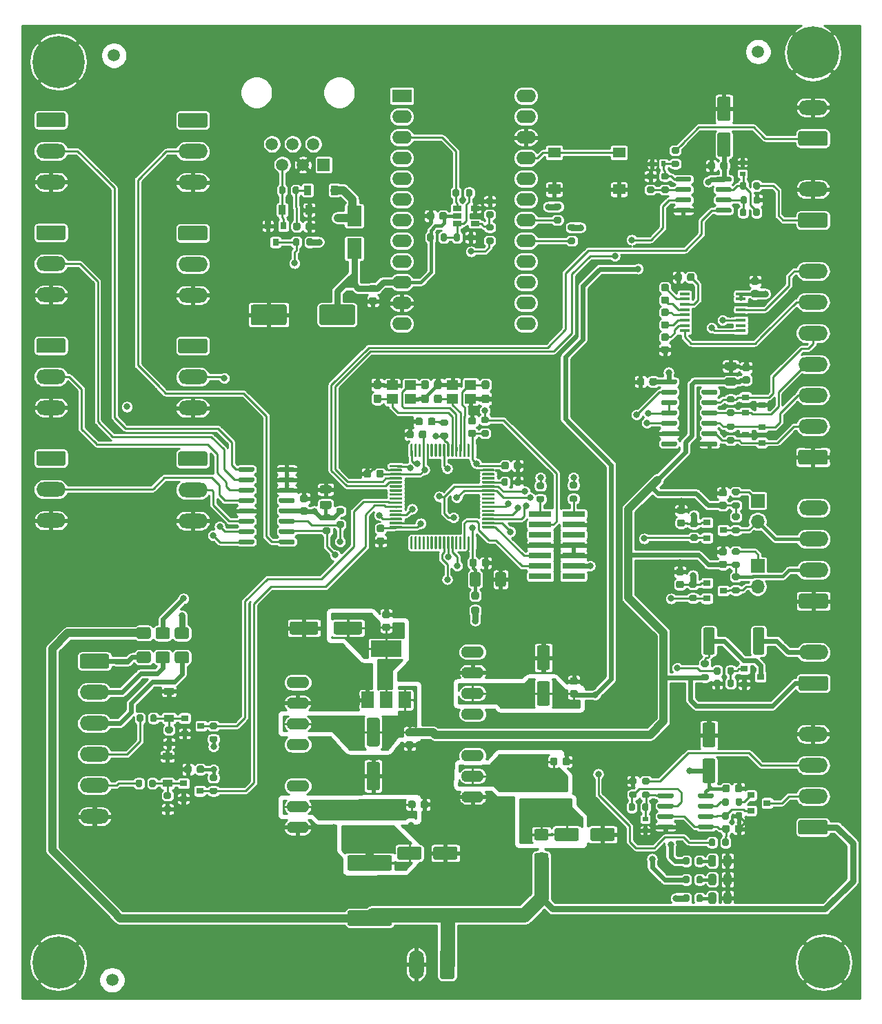
<source format=gbr>
G04 #@! TF.GenerationSoftware,KiCad,Pcbnew,(5.1.9)-1*
G04 #@! TF.CreationDate,2021-05-11T09:04:53+02:00*
G04 #@! TF.ProjectId,SIOMv01,53494f4d-7630-4312-9e6b-696361645f70,rev?*
G04 #@! TF.SameCoordinates,Original*
G04 #@! TF.FileFunction,Copper,L1,Top*
G04 #@! TF.FilePolarity,Positive*
%FSLAX46Y46*%
G04 Gerber Fmt 4.6, Leading zero omitted, Abs format (unit mm)*
G04 Created by KiCad (PCBNEW (5.1.9)-1) date 2021-05-11 09:04:53*
%MOMM*%
%LPD*%
G01*
G04 APERTURE LIST*
G04 #@! TA.AperFunction,SMDPad,CuDef*
%ADD10R,1.800000X2.500000*%
G04 #@! TD*
G04 #@! TA.AperFunction,SMDPad,CuDef*
%ADD11R,1.060000X0.650000*%
G04 #@! TD*
G04 #@! TA.AperFunction,ComponentPad*
%ADD12O,2.400000X1.600000*%
G04 #@! TD*
G04 #@! TA.AperFunction,ComponentPad*
%ADD13R,2.400000X1.600000*%
G04 #@! TD*
G04 #@! TA.AperFunction,SMDPad,CuDef*
%ADD14R,2.790000X0.740000*%
G04 #@! TD*
G04 #@! TA.AperFunction,ComponentPad*
%ADD15O,3.600000X1.800000*%
G04 #@! TD*
G04 #@! TA.AperFunction,ComponentPad*
%ADD16O,1.800000X3.600000*%
G04 #@! TD*
G04 #@! TA.AperFunction,ComponentPad*
%ADD17O,2.794000X1.397000*%
G04 #@! TD*
G04 #@! TA.AperFunction,SMDPad,CuDef*
%ADD18C,0.100000*%
G04 #@! TD*
G04 #@! TA.AperFunction,SMDPad,CuDef*
%ADD19R,1.400000X1.200000*%
G04 #@! TD*
G04 #@! TA.AperFunction,SMDPad,CuDef*
%ADD20R,1.200000X0.400000*%
G04 #@! TD*
G04 #@! TA.AperFunction,SMDPad,CuDef*
%ADD21R,1.500000X2.000000*%
G04 #@! TD*
G04 #@! TA.AperFunction,SMDPad,CuDef*
%ADD22R,3.800000X2.000000*%
G04 #@! TD*
G04 #@! TA.AperFunction,SMDPad,CuDef*
%ADD23R,1.550000X1.300000*%
G04 #@! TD*
G04 #@! TA.AperFunction,SMDPad,CuDef*
%ADD24R,0.900000X0.800000*%
G04 #@! TD*
G04 #@! TA.AperFunction,SMDPad,CuDef*
%ADD25R,0.800000X0.900000*%
G04 #@! TD*
G04 #@! TA.AperFunction,ComponentPad*
%ADD26O,1.700000X1.700000*%
G04 #@! TD*
G04 #@! TA.AperFunction,ComponentPad*
%ADD27R,1.700000X1.700000*%
G04 #@! TD*
G04 #@! TA.AperFunction,ComponentPad*
%ADD28R,1.520000X1.520000*%
G04 #@! TD*
G04 #@! TA.AperFunction,ComponentPad*
%ADD29C,1.520000*%
G04 #@! TD*
G04 #@! TA.AperFunction,ComponentPad*
%ADD30C,0.800000*%
G04 #@! TD*
G04 #@! TA.AperFunction,ComponentPad*
%ADD31C,6.400000*%
G04 #@! TD*
G04 #@! TA.AperFunction,SMDPad,CuDef*
%ADD32C,1.500000*%
G04 #@! TD*
G04 #@! TA.AperFunction,SMDPad,CuDef*
%ADD33R,0.700000X0.600000*%
G04 #@! TD*
G04 #@! TA.AperFunction,SMDPad,CuDef*
%ADD34R,0.600000X0.700000*%
G04 #@! TD*
G04 #@! TA.AperFunction,SMDPad,CuDef*
%ADD35R,0.900000X1.200000*%
G04 #@! TD*
G04 #@! TA.AperFunction,SMDPad,CuDef*
%ADD36R,1.200000X0.900000*%
G04 #@! TD*
G04 #@! TA.AperFunction,ViaPad*
%ADD37C,0.800000*%
G04 #@! TD*
G04 #@! TA.AperFunction,Conductor*
%ADD38C,0.600000*%
G04 #@! TD*
G04 #@! TA.AperFunction,Conductor*
%ADD39C,0.250000*%
G04 #@! TD*
G04 #@! TA.AperFunction,Conductor*
%ADD40C,0.800000*%
G04 #@! TD*
G04 #@! TA.AperFunction,Conductor*
%ADD41C,0.400000*%
G04 #@! TD*
G04 #@! TA.AperFunction,Conductor*
%ADD42C,1.800000*%
G04 #@! TD*
G04 #@! TA.AperFunction,Conductor*
%ADD43C,1.000000*%
G04 #@! TD*
G04 #@! TA.AperFunction,Conductor*
%ADD44C,0.100000*%
G04 #@! TD*
G04 APERTURE END LIST*
G04 #@! TA.AperFunction,SMDPad,CuDef*
G36*
G01*
X58611999Y-168871200D02*
X63562001Y-168871200D01*
G75*
G02*
X63812000Y-169121199I0J-249999D01*
G01*
X63812000Y-170546201D01*
G75*
G02*
X63562001Y-170796200I-249999J0D01*
G01*
X58611999Y-170796200D01*
G75*
G02*
X58362000Y-170546201I0J249999D01*
G01*
X58362000Y-169121199D01*
G75*
G02*
X58611999Y-168871200I249999J0D01*
G01*
G37*
G04 #@! TD.AperFunction*
G04 #@! TA.AperFunction,SMDPad,CuDef*
G36*
G01*
X58611999Y-162096200D02*
X63562001Y-162096200D01*
G75*
G02*
X63812000Y-162346199I0J-249999D01*
G01*
X63812000Y-163771201D01*
G75*
G02*
X63562001Y-164021200I-249999J0D01*
G01*
X58611999Y-164021200D01*
G75*
G02*
X58362000Y-163771201I0J249999D01*
G01*
X58362000Y-162346199D01*
G75*
G02*
X58611999Y-162096200I249999J0D01*
G01*
G37*
G04 #@! TD.AperFunction*
D10*
X59182000Y-83667600D03*
X59182000Y-87667600D03*
D11*
X74012000Y-82713800D03*
X74012000Y-84613800D03*
X71812000Y-84613800D03*
X71812000Y-83663800D03*
X71812000Y-82713800D03*
G04 #@! TA.AperFunction,SMDPad,CuDef*
G36*
G01*
X76119400Y-82265200D02*
X75569400Y-82265200D01*
G75*
G02*
X75369400Y-82065200I0J200000D01*
G01*
X75369400Y-81665200D01*
G75*
G02*
X75569400Y-81465200I200000J0D01*
G01*
X76119400Y-81465200D01*
G75*
G02*
X76319400Y-81665200I0J-200000D01*
G01*
X76319400Y-82065200D01*
G75*
G02*
X76119400Y-82265200I-200000J0D01*
G01*
G37*
G04 #@! TD.AperFunction*
G04 #@! TA.AperFunction,SMDPad,CuDef*
G36*
G01*
X76119400Y-83915200D02*
X75569400Y-83915200D01*
G75*
G02*
X75369400Y-83715200I0J200000D01*
G01*
X75369400Y-83315200D01*
G75*
G02*
X75569400Y-83115200I200000J0D01*
G01*
X76119400Y-83115200D01*
G75*
G02*
X76319400Y-83315200I0J-200000D01*
G01*
X76319400Y-83715200D01*
G75*
G02*
X76119400Y-83915200I-200000J0D01*
G01*
G37*
G04 #@! TD.AperFunction*
G04 #@! TA.AperFunction,SMDPad,CuDef*
G36*
G01*
X76119400Y-85464600D02*
X75569400Y-85464600D01*
G75*
G02*
X75369400Y-85264600I0J200000D01*
G01*
X75369400Y-84864600D01*
G75*
G02*
X75569400Y-84664600I200000J0D01*
G01*
X76119400Y-84664600D01*
G75*
G02*
X76319400Y-84864600I0J-200000D01*
G01*
X76319400Y-85264600D01*
G75*
G02*
X76119400Y-85464600I-200000J0D01*
G01*
G37*
G04 #@! TD.AperFunction*
G04 #@! TA.AperFunction,SMDPad,CuDef*
G36*
G01*
X76119400Y-87114600D02*
X75569400Y-87114600D01*
G75*
G02*
X75369400Y-86914600I0J200000D01*
G01*
X75369400Y-86514600D01*
G75*
G02*
X75569400Y-86314600I200000J0D01*
G01*
X76119400Y-86314600D01*
G75*
G02*
X76319400Y-86514600I0J-200000D01*
G01*
X76319400Y-86914600D01*
G75*
G02*
X76119400Y-87114600I-200000J0D01*
G01*
G37*
G04 #@! TD.AperFunction*
G04 #@! TA.AperFunction,SMDPad,CuDef*
G36*
G01*
X73056800Y-86584200D02*
X73056800Y-86034200D01*
G75*
G02*
X73256800Y-85834200I200000J0D01*
G01*
X73656800Y-85834200D01*
G75*
G02*
X73856800Y-86034200I0J-200000D01*
G01*
X73856800Y-86584200D01*
G75*
G02*
X73656800Y-86784200I-200000J0D01*
G01*
X73256800Y-86784200D01*
G75*
G02*
X73056800Y-86584200I0J200000D01*
G01*
G37*
G04 #@! TD.AperFunction*
G04 #@! TA.AperFunction,SMDPad,CuDef*
G36*
G01*
X71406800Y-86584200D02*
X71406800Y-86034200D01*
G75*
G02*
X71606800Y-85834200I200000J0D01*
G01*
X72006800Y-85834200D01*
G75*
G02*
X72206800Y-86034200I0J-200000D01*
G01*
X72206800Y-86584200D01*
G75*
G02*
X72006800Y-86784200I-200000J0D01*
G01*
X71606800Y-86784200D01*
G75*
G02*
X71406800Y-86584200I0J200000D01*
G01*
G37*
G04 #@! TD.AperFunction*
G04 #@! TA.AperFunction,SMDPad,CuDef*
G36*
G01*
X69780200Y-86584200D02*
X69780200Y-86034200D01*
G75*
G02*
X69980200Y-85834200I200000J0D01*
G01*
X70380200Y-85834200D01*
G75*
G02*
X70580200Y-86034200I0J-200000D01*
G01*
X70580200Y-86584200D01*
G75*
G02*
X70380200Y-86784200I-200000J0D01*
G01*
X69980200Y-86784200D01*
G75*
G02*
X69780200Y-86584200I0J200000D01*
G01*
G37*
G04 #@! TD.AperFunction*
G04 #@! TA.AperFunction,SMDPad,CuDef*
G36*
G01*
X68130200Y-86584200D02*
X68130200Y-86034200D01*
G75*
G02*
X68330200Y-85834200I200000J0D01*
G01*
X68730200Y-85834200D01*
G75*
G02*
X68930200Y-86034200I0J-200000D01*
G01*
X68930200Y-86584200D01*
G75*
G02*
X68730200Y-86784200I-200000J0D01*
G01*
X68330200Y-86784200D01*
G75*
G02*
X68130200Y-86584200I0J200000D01*
G01*
G37*
G04 #@! TD.AperFunction*
G04 #@! TA.AperFunction,SMDPad,CuDef*
G36*
G01*
X72053400Y-80573200D02*
X72053400Y-81123200D01*
G75*
G02*
X71853400Y-81323200I-200000J0D01*
G01*
X71453400Y-81323200D01*
G75*
G02*
X71253400Y-81123200I0J200000D01*
G01*
X71253400Y-80573200D01*
G75*
G02*
X71453400Y-80373200I200000J0D01*
G01*
X71853400Y-80373200D01*
G75*
G02*
X72053400Y-80573200I0J-200000D01*
G01*
G37*
G04 #@! TD.AperFunction*
G04 #@! TA.AperFunction,SMDPad,CuDef*
G36*
G01*
X73703400Y-80573200D02*
X73703400Y-81123200D01*
G75*
G02*
X73503400Y-81323200I-200000J0D01*
G01*
X73103400Y-81323200D01*
G75*
G02*
X72903400Y-81123200I0J200000D01*
G01*
X72903400Y-80573200D01*
G75*
G02*
X73103400Y-80373200I200000J0D01*
G01*
X73503400Y-80373200D01*
G75*
G02*
X73703400Y-80573200I0J-200000D01*
G01*
G37*
G04 #@! TD.AperFunction*
G04 #@! TA.AperFunction,SMDPad,CuDef*
G36*
G01*
X50899200Y-94808800D02*
X50899200Y-96808800D01*
G75*
G02*
X50649200Y-97058800I-250000J0D01*
G01*
X46749200Y-97058800D01*
G75*
G02*
X46499200Y-96808800I0J250000D01*
G01*
X46499200Y-94808800D01*
G75*
G02*
X46749200Y-94558800I250000J0D01*
G01*
X50649200Y-94558800D01*
G75*
G02*
X50899200Y-94808800I0J-250000D01*
G01*
G37*
G04 #@! TD.AperFunction*
G04 #@! TA.AperFunction,SMDPad,CuDef*
G36*
G01*
X59299200Y-94808800D02*
X59299200Y-96808800D01*
G75*
G02*
X59049200Y-97058800I-250000J0D01*
G01*
X55149200Y-97058800D01*
G75*
G02*
X54899200Y-96808800I0J250000D01*
G01*
X54899200Y-94808800D01*
G75*
G02*
X55149200Y-94558800I250000J0D01*
G01*
X59049200Y-94558800D01*
G75*
G02*
X59299200Y-94808800I0J-250000D01*
G01*
G37*
G04 #@! TD.AperFunction*
G04 #@! TA.AperFunction,SMDPad,CuDef*
G36*
G01*
X69004600Y-83417600D02*
X69004600Y-83917600D01*
G75*
G02*
X68779600Y-84142600I-225000J0D01*
G01*
X68329600Y-84142600D01*
G75*
G02*
X68104600Y-83917600I0J225000D01*
G01*
X68104600Y-83417600D01*
G75*
G02*
X68329600Y-83192600I225000J0D01*
G01*
X68779600Y-83192600D01*
G75*
G02*
X69004600Y-83417600I0J-225000D01*
G01*
G37*
G04 #@! TD.AperFunction*
G04 #@! TA.AperFunction,SMDPad,CuDef*
G36*
G01*
X70554600Y-83417600D02*
X70554600Y-83917600D01*
G75*
G02*
X70329600Y-84142600I-225000J0D01*
G01*
X69879600Y-84142600D01*
G75*
G02*
X69654600Y-83917600I0J225000D01*
G01*
X69654600Y-83417600D01*
G75*
G02*
X69879600Y-83192600I225000J0D01*
G01*
X70329600Y-83192600D01*
G75*
G02*
X70554600Y-83417600I0J-225000D01*
G01*
G37*
G04 #@! TD.AperFunction*
D12*
X80276000Y-68959000D03*
X65036000Y-96899000D03*
X80276000Y-71499000D03*
X65036000Y-94359000D03*
X80276000Y-74039000D03*
X65036000Y-91819000D03*
X80276000Y-76579000D03*
X65036000Y-89279000D03*
X80276000Y-79119000D03*
X65036000Y-86739000D03*
X80276000Y-81659000D03*
X65036000Y-84199000D03*
X80276000Y-84199000D03*
X65036000Y-81659000D03*
X80276000Y-86739000D03*
X65036000Y-79119000D03*
X80276000Y-89279000D03*
X65036000Y-76579000D03*
X80276000Y-91819000D03*
X65036000Y-74039000D03*
X80276000Y-94359000D03*
X65036000Y-71499000D03*
X80276000Y-96899000D03*
D13*
X65036000Y-68959000D03*
D14*
X82039000Y-120269000D03*
X86109000Y-120269000D03*
X82039000Y-121539000D03*
X86109000Y-121539000D03*
X82039000Y-122809000D03*
X86109000Y-122809000D03*
X82039000Y-124079000D03*
X86109000Y-124079000D03*
X82039000Y-125349000D03*
X86109000Y-125349000D03*
X82039000Y-126619000D03*
X86109000Y-126619000D03*
X82039000Y-127889000D03*
X86109000Y-127889000D03*
D15*
X115570000Y-137223500D03*
G04 #@! TA.AperFunction,ComponentPad*
G36*
G01*
X117120000Y-141933500D02*
X114020000Y-141933500D01*
G75*
G02*
X113770000Y-141683500I0J250000D01*
G01*
X113770000Y-140383500D01*
G75*
G02*
X114020000Y-140133500I250000J0D01*
G01*
X117120000Y-140133500D01*
G75*
G02*
X117370000Y-140383500I0J-250000D01*
G01*
X117370000Y-141683500D01*
G75*
G02*
X117120000Y-141933500I-250000J0D01*
G01*
G37*
G04 #@! TD.AperFunction*
X115506500Y-147256500D03*
X115506500Y-151066500D03*
X115506500Y-154876500D03*
G04 #@! TA.AperFunction,ComponentPad*
G36*
G01*
X117056500Y-159586500D02*
X113956500Y-159586500D01*
G75*
G02*
X113706500Y-159336500I0J250000D01*
G01*
X113706500Y-158036500D01*
G75*
G02*
X113956500Y-157786500I250000J0D01*
G01*
X117056500Y-157786500D01*
G75*
G02*
X117306500Y-158036500I0J-250000D01*
G01*
X117306500Y-159336500D01*
G75*
G02*
X117056500Y-159586500I-250000J0D01*
G01*
G37*
G04 #@! TD.AperFunction*
X39370000Y-93408500D03*
X39370000Y-89598500D03*
G04 #@! TA.AperFunction,ComponentPad*
G36*
G01*
X37820000Y-84888500D02*
X40920000Y-84888500D01*
G75*
G02*
X41170000Y-85138500I0J-250000D01*
G01*
X41170000Y-86438500D01*
G75*
G02*
X40920000Y-86688500I-250000J0D01*
G01*
X37820000Y-86688500D01*
G75*
G02*
X37570000Y-86438500I0J250000D01*
G01*
X37570000Y-85138500D01*
G75*
G02*
X37820000Y-84888500I250000J0D01*
G01*
G37*
G04 #@! TD.AperFunction*
X21958300Y-79514700D03*
X21958300Y-75704700D03*
G04 #@! TA.AperFunction,ComponentPad*
G36*
G01*
X20408300Y-70994700D02*
X23508300Y-70994700D01*
G75*
G02*
X23758300Y-71244700I0J-250000D01*
G01*
X23758300Y-72544700D01*
G75*
G02*
X23508300Y-72794700I-250000J0D01*
G01*
X20408300Y-72794700D01*
G75*
G02*
X20158300Y-72544700I0J250000D01*
G01*
X20158300Y-71244700D01*
G75*
G02*
X20408300Y-70994700I250000J0D01*
G01*
G37*
G04 #@! TD.AperFunction*
D16*
X66802000Y-175514000D03*
G04 #@! TA.AperFunction,ComponentPad*
G36*
G01*
X71512000Y-173964000D02*
X71512000Y-177064000D01*
G75*
G02*
X71262000Y-177314000I-250000J0D01*
G01*
X69962000Y-177314000D01*
G75*
G02*
X69712000Y-177064000I0J250000D01*
G01*
X69712000Y-173964000D01*
G75*
G02*
X69962000Y-173714000I250000J0D01*
G01*
X71262000Y-173714000D01*
G75*
G02*
X71512000Y-173964000I0J-250000D01*
G01*
G37*
G04 #@! TD.AperFunction*
D15*
X115506500Y-90424000D03*
X115506500Y-94234000D03*
X115506500Y-98044000D03*
X115506500Y-101854000D03*
X115506500Y-105664000D03*
X115506500Y-109474000D03*
G04 #@! TA.AperFunction,ComponentPad*
G36*
G01*
X117056500Y-114184000D02*
X113956500Y-114184000D01*
G75*
G02*
X113706500Y-113934000I0J250000D01*
G01*
X113706500Y-112634000D01*
G75*
G02*
X113956500Y-112384000I250000J0D01*
G01*
X117056500Y-112384000D01*
G75*
G02*
X117306500Y-112634000I0J-250000D01*
G01*
X117306500Y-113934000D01*
G75*
G02*
X117056500Y-114184000I-250000J0D01*
G01*
G37*
G04 #@! TD.AperFunction*
X115570000Y-119507000D03*
X115570000Y-123317000D03*
X115570000Y-127127000D03*
G04 #@! TA.AperFunction,ComponentPad*
G36*
G01*
X117120000Y-131837000D02*
X114020000Y-131837000D01*
G75*
G02*
X113770000Y-131587000I0J250000D01*
G01*
X113770000Y-130287000D01*
G75*
G02*
X114020000Y-130037000I250000J0D01*
G01*
X117120000Y-130037000D01*
G75*
G02*
X117370000Y-130287000I0J-250000D01*
G01*
X117370000Y-131587000D01*
G75*
G02*
X117120000Y-131837000I-250000J0D01*
G01*
G37*
G04 #@! TD.AperFunction*
X115506500Y-80391000D03*
G04 #@! TA.AperFunction,ComponentPad*
G36*
G01*
X117056500Y-85101000D02*
X113956500Y-85101000D01*
G75*
G02*
X113706500Y-84851000I0J250000D01*
G01*
X113706500Y-83551000D01*
G75*
G02*
X113956500Y-83301000I250000J0D01*
G01*
X117056500Y-83301000D01*
G75*
G02*
X117306500Y-83551000I0J-250000D01*
G01*
X117306500Y-84851000D01*
G75*
G02*
X117056500Y-85101000I-250000J0D01*
G01*
G37*
G04 #@! TD.AperFunction*
X115506500Y-70358000D03*
G04 #@! TA.AperFunction,ComponentPad*
G36*
G01*
X117056500Y-75068000D02*
X113956500Y-75068000D01*
G75*
G02*
X113706500Y-74818000I0J250000D01*
G01*
X113706500Y-73518000D01*
G75*
G02*
X113956500Y-73268000I250000J0D01*
G01*
X117056500Y-73268000D01*
G75*
G02*
X117306500Y-73518000I0J-250000D01*
G01*
X117306500Y-74818000D01*
G75*
G02*
X117056500Y-75068000I-250000J0D01*
G01*
G37*
G04 #@! TD.AperFunction*
X27305000Y-157353000D03*
X27305000Y-153543000D03*
X27305000Y-149733000D03*
X27305000Y-145923000D03*
X27305000Y-142113000D03*
G04 #@! TA.AperFunction,ComponentPad*
G36*
G01*
X25755000Y-137403000D02*
X28855000Y-137403000D01*
G75*
G02*
X29105000Y-137653000I0J-250000D01*
G01*
X29105000Y-138953000D01*
G75*
G02*
X28855000Y-139203000I-250000J0D01*
G01*
X25755000Y-139203000D01*
G75*
G02*
X25505000Y-138953000I0J250000D01*
G01*
X25505000Y-137653000D01*
G75*
G02*
X25755000Y-137403000I250000J0D01*
G01*
G37*
G04 #@! TD.AperFunction*
X21958300Y-93357700D03*
X21958300Y-89547700D03*
G04 #@! TA.AperFunction,ComponentPad*
G36*
G01*
X20408300Y-84837700D02*
X23508300Y-84837700D01*
G75*
G02*
X23758300Y-85087700I0J-250000D01*
G01*
X23758300Y-86387700D01*
G75*
G02*
X23508300Y-86637700I-250000J0D01*
G01*
X20408300Y-86637700D01*
G75*
G02*
X20158300Y-86387700I0J250000D01*
G01*
X20158300Y-85087700D01*
G75*
G02*
X20408300Y-84837700I250000J0D01*
G01*
G37*
G04 #@! TD.AperFunction*
X21958300Y-107200700D03*
X21958300Y-103390700D03*
G04 #@! TA.AperFunction,ComponentPad*
G36*
G01*
X20408300Y-98680700D02*
X23508300Y-98680700D01*
G75*
G02*
X23758300Y-98930700I0J-250000D01*
G01*
X23758300Y-100230700D01*
G75*
G02*
X23508300Y-100480700I-250000J0D01*
G01*
X20408300Y-100480700D01*
G75*
G02*
X20158300Y-100230700I0J250000D01*
G01*
X20158300Y-98930700D01*
G75*
G02*
X20408300Y-98680700I250000J0D01*
G01*
G37*
G04 #@! TD.AperFunction*
X21958300Y-121043700D03*
X21958300Y-117233700D03*
G04 #@! TA.AperFunction,ComponentPad*
G36*
G01*
X20408300Y-112523700D02*
X23508300Y-112523700D01*
G75*
G02*
X23758300Y-112773700I0J-250000D01*
G01*
X23758300Y-114073700D01*
G75*
G02*
X23508300Y-114323700I-250000J0D01*
G01*
X20408300Y-114323700D01*
G75*
G02*
X20158300Y-114073700I0J250000D01*
G01*
X20158300Y-112773700D01*
G75*
G02*
X20408300Y-112523700I250000J0D01*
G01*
G37*
G04 #@! TD.AperFunction*
X39370000Y-79565500D03*
X39370000Y-75755500D03*
G04 #@! TA.AperFunction,ComponentPad*
G36*
G01*
X37820000Y-71045500D02*
X40920000Y-71045500D01*
G75*
G02*
X41170000Y-71295500I0J-250000D01*
G01*
X41170000Y-72595500D01*
G75*
G02*
X40920000Y-72845500I-250000J0D01*
G01*
X37820000Y-72845500D01*
G75*
G02*
X37570000Y-72595500I0J250000D01*
G01*
X37570000Y-71295500D01*
G75*
G02*
X37820000Y-71045500I250000J0D01*
G01*
G37*
G04 #@! TD.AperFunction*
X39370000Y-107251500D03*
X39370000Y-103441500D03*
G04 #@! TA.AperFunction,ComponentPad*
G36*
G01*
X37820000Y-98731500D02*
X40920000Y-98731500D01*
G75*
G02*
X41170000Y-98981500I0J-250000D01*
G01*
X41170000Y-100281500D01*
G75*
G02*
X40920000Y-100531500I-250000J0D01*
G01*
X37820000Y-100531500D01*
G75*
G02*
X37570000Y-100281500I0J250000D01*
G01*
X37570000Y-98981500D01*
G75*
G02*
X37820000Y-98731500I250000J0D01*
G01*
G37*
G04 #@! TD.AperFunction*
X39370000Y-121094500D03*
X39370000Y-117284500D03*
G04 #@! TA.AperFunction,ComponentPad*
G36*
G01*
X37820000Y-112574500D02*
X40920000Y-112574500D01*
G75*
G02*
X41170000Y-112824500I0J-250000D01*
G01*
X41170000Y-114124500D01*
G75*
G02*
X40920000Y-114374500I-250000J0D01*
G01*
X37820000Y-114374500D01*
G75*
G02*
X37570000Y-114124500I0J250000D01*
G01*
X37570000Y-112824500D01*
G75*
G02*
X37820000Y-112574500I250000J0D01*
G01*
G37*
G04 #@! TD.AperFunction*
G04 #@! TA.AperFunction,SMDPad,CuDef*
G36*
G01*
X84143000Y-150372000D02*
X84143000Y-150872000D01*
G75*
G02*
X83918000Y-151097000I-225000J0D01*
G01*
X83468000Y-151097000D01*
G75*
G02*
X83243000Y-150872000I0J225000D01*
G01*
X83243000Y-150372000D01*
G75*
G02*
X83468000Y-150147000I225000J0D01*
G01*
X83918000Y-150147000D01*
G75*
G02*
X84143000Y-150372000I0J-225000D01*
G01*
G37*
G04 #@! TD.AperFunction*
G04 #@! TA.AperFunction,SMDPad,CuDef*
G36*
G01*
X85693000Y-150372000D02*
X85693000Y-150872000D01*
G75*
G02*
X85468000Y-151097000I-225000J0D01*
G01*
X85018000Y-151097000D01*
G75*
G02*
X84793000Y-150872000I0J225000D01*
G01*
X84793000Y-150372000D01*
G75*
G02*
X85018000Y-150147000I225000J0D01*
G01*
X85468000Y-150147000D01*
G75*
G02*
X85693000Y-150372000I0J-225000D01*
G01*
G37*
G04 #@! TD.AperFunction*
D17*
X73723500Y-137160000D03*
X73723500Y-139700000D03*
X73723500Y-142240000D03*
X73723500Y-144780000D03*
X73723500Y-154940000D03*
X73723500Y-152400000D03*
X73723500Y-149860000D03*
G04 #@! TA.AperFunction,SMDPad,CuDef*
G36*
G01*
X82794000Y-160297500D02*
X81544000Y-160297500D01*
G75*
G02*
X81294000Y-160047500I0J250000D01*
G01*
X81294000Y-159122500D01*
G75*
G02*
X81544000Y-158872500I250000J0D01*
G01*
X82794000Y-158872500D01*
G75*
G02*
X83044000Y-159122500I0J-250000D01*
G01*
X83044000Y-160047500D01*
G75*
G02*
X82794000Y-160297500I-250000J0D01*
G01*
G37*
G04 #@! TD.AperFunction*
G04 #@! TA.AperFunction,SMDPad,CuDef*
G36*
G01*
X82794000Y-163272500D02*
X81544000Y-163272500D01*
G75*
G02*
X81294000Y-163022500I0J250000D01*
G01*
X81294000Y-162097500D01*
G75*
G02*
X81544000Y-161847500I250000J0D01*
G01*
X82794000Y-161847500D01*
G75*
G02*
X83044000Y-162097500I0J-250000D01*
G01*
X83044000Y-163022500D01*
G75*
G02*
X82794000Y-163272500I-250000J0D01*
G01*
G37*
G04 #@! TD.AperFunction*
G04 #@! TA.AperFunction,SMDPad,CuDef*
G36*
G01*
X105134500Y-72030000D02*
X104034500Y-72030000D01*
G75*
G02*
X103784500Y-71780000I0J250000D01*
G01*
X103784500Y-69280000D01*
G75*
G02*
X104034500Y-69030000I250000J0D01*
G01*
X105134500Y-69030000D01*
G75*
G02*
X105384500Y-69280000I0J-250000D01*
G01*
X105384500Y-71780000D01*
G75*
G02*
X105134500Y-72030000I-250000J0D01*
G01*
G37*
G04 #@! TD.AperFunction*
G04 #@! TA.AperFunction,SMDPad,CuDef*
G36*
G01*
X105134500Y-76430000D02*
X104034500Y-76430000D01*
G75*
G02*
X103784500Y-76180000I0J250000D01*
G01*
X103784500Y-73680000D01*
G75*
G02*
X104034500Y-73430000I250000J0D01*
G01*
X105134500Y-73430000D01*
G75*
G02*
X105384500Y-73680000I0J-250000D01*
G01*
X105384500Y-76180000D01*
G75*
G02*
X105134500Y-76430000I-250000J0D01*
G01*
G37*
G04 #@! TD.AperFunction*
G04 #@! TA.AperFunction,SMDPad,CuDef*
G36*
G01*
X103293000Y-148865000D02*
X102193000Y-148865000D01*
G75*
G02*
X101943000Y-148615000I0J250000D01*
G01*
X101943000Y-146115000D01*
G75*
G02*
X102193000Y-145865000I250000J0D01*
G01*
X103293000Y-145865000D01*
G75*
G02*
X103543000Y-146115000I0J-250000D01*
G01*
X103543000Y-148615000D01*
G75*
G02*
X103293000Y-148865000I-250000J0D01*
G01*
G37*
G04 #@! TD.AperFunction*
G04 #@! TA.AperFunction,SMDPad,CuDef*
G36*
G01*
X103293000Y-153265000D02*
X102193000Y-153265000D01*
G75*
G02*
X101943000Y-153015000I0J250000D01*
G01*
X101943000Y-150515000D01*
G75*
G02*
X102193000Y-150265000I250000J0D01*
G01*
X103293000Y-150265000D01*
G75*
G02*
X103543000Y-150515000I0J-250000D01*
G01*
X103543000Y-153015000D01*
G75*
G02*
X103293000Y-153265000I-250000J0D01*
G01*
G37*
G04 #@! TD.AperFunction*
G04 #@! TA.AperFunction,SMDPad,CuDef*
G36*
G01*
X54770000Y-133689000D02*
X54770000Y-134789000D01*
G75*
G02*
X54520000Y-135039000I-250000J0D01*
G01*
X51520000Y-135039000D01*
G75*
G02*
X51270000Y-134789000I0J250000D01*
G01*
X51270000Y-133689000D01*
G75*
G02*
X51520000Y-133439000I250000J0D01*
G01*
X54520000Y-133439000D01*
G75*
G02*
X54770000Y-133689000I0J-250000D01*
G01*
G37*
G04 #@! TD.AperFunction*
G04 #@! TA.AperFunction,SMDPad,CuDef*
G36*
G01*
X60170000Y-133689000D02*
X60170000Y-134789000D01*
G75*
G02*
X59920000Y-135039000I-250000J0D01*
G01*
X56920000Y-135039000D01*
G75*
G02*
X56670000Y-134789000I0J250000D01*
G01*
X56670000Y-133689000D01*
G75*
G02*
X56920000Y-133439000I250000J0D01*
G01*
X59920000Y-133439000D01*
G75*
G02*
X60170000Y-133689000I0J-250000D01*
G01*
G37*
G04 #@! TD.AperFunction*
X52260500Y-140906500D03*
X52260500Y-143446500D03*
X52260500Y-145986500D03*
X52260500Y-148526500D03*
X52260500Y-158686500D03*
X52260500Y-156146500D03*
X52260500Y-153606500D03*
G04 #@! TA.AperFunction,SMDPad,CuDef*
D18*
G36*
X59895000Y-155418500D02*
G01*
X63295000Y-155418500D01*
X64350000Y-156473500D01*
X64350000Y-157413500D01*
X63295000Y-157413500D01*
X62439500Y-156473500D01*
X60750500Y-156473500D01*
X59895000Y-157413500D01*
X58840000Y-157413500D01*
X58840000Y-156473500D01*
X59895000Y-155418500D01*
G37*
G04 #@! TD.AperFunction*
G04 #@! TA.AperFunction,SMDPad,CuDef*
G36*
X59895000Y-158933500D02*
G01*
X60750500Y-159873500D01*
X62439500Y-159873500D01*
X63295000Y-158933500D01*
X64350000Y-158933500D01*
X64350000Y-159873500D01*
X63295000Y-160928500D01*
X59895000Y-160928500D01*
X58840000Y-159873500D01*
X58840000Y-158933500D01*
X59895000Y-158933500D01*
G37*
G04 #@! TD.AperFunction*
G04 #@! TA.AperFunction,SMDPad,CuDef*
G36*
X80913500Y-151872500D02*
G01*
X84313500Y-151872500D01*
X85368500Y-152927500D01*
X85368500Y-153867500D01*
X84313500Y-153867500D01*
X83458000Y-152927500D01*
X81769000Y-152927500D01*
X80913500Y-153867500D01*
X79858500Y-153867500D01*
X79858500Y-152927500D01*
X80913500Y-151872500D01*
G37*
G04 #@! TD.AperFunction*
G04 #@! TA.AperFunction,SMDPad,CuDef*
G36*
X80913500Y-155387500D02*
G01*
X81769000Y-156327500D01*
X83458000Y-156327500D01*
X84313500Y-155387500D01*
X85368500Y-155387500D01*
X85368500Y-156327500D01*
X84313500Y-157382500D01*
X80913500Y-157382500D01*
X79858500Y-156327500D01*
X79858500Y-155387500D01*
X80913500Y-155387500D01*
G37*
G04 #@! TD.AperFunction*
G04 #@! TA.AperFunction,SMDPad,CuDef*
G36*
G01*
X104707500Y-125328500D02*
X104207500Y-125328500D01*
G75*
G02*
X103982500Y-125103500I0J225000D01*
G01*
X103982500Y-124653500D01*
G75*
G02*
X104207500Y-124428500I225000J0D01*
G01*
X104707500Y-124428500D01*
G75*
G02*
X104932500Y-124653500I0J-225000D01*
G01*
X104932500Y-125103500D01*
G75*
G02*
X104707500Y-125328500I-225000J0D01*
G01*
G37*
G04 #@! TD.AperFunction*
G04 #@! TA.AperFunction,SMDPad,CuDef*
G36*
G01*
X104707500Y-126878500D02*
X104207500Y-126878500D01*
G75*
G02*
X103982500Y-126653500I0J225000D01*
G01*
X103982500Y-126203500D01*
G75*
G02*
X104207500Y-125978500I225000J0D01*
G01*
X104707500Y-125978500D01*
G75*
G02*
X104932500Y-126203500I0J-225000D01*
G01*
X104932500Y-126653500D01*
G75*
G02*
X104707500Y-126878500I-225000J0D01*
G01*
G37*
G04 #@! TD.AperFunction*
G04 #@! TA.AperFunction,SMDPad,CuDef*
G36*
G01*
X99437000Y-127805000D02*
X98937000Y-127805000D01*
G75*
G02*
X98712000Y-127580000I0J225000D01*
G01*
X98712000Y-127130000D01*
G75*
G02*
X98937000Y-126905000I225000J0D01*
G01*
X99437000Y-126905000D01*
G75*
G02*
X99662000Y-127130000I0J-225000D01*
G01*
X99662000Y-127580000D01*
G75*
G02*
X99437000Y-127805000I-225000J0D01*
G01*
G37*
G04 #@! TD.AperFunction*
G04 #@! TA.AperFunction,SMDPad,CuDef*
G36*
G01*
X99437000Y-129355000D02*
X98937000Y-129355000D01*
G75*
G02*
X98712000Y-129130000I0J225000D01*
G01*
X98712000Y-128680000D01*
G75*
G02*
X98937000Y-128455000I225000J0D01*
G01*
X99437000Y-128455000D01*
G75*
G02*
X99662000Y-128680000I0J-225000D01*
G01*
X99662000Y-129130000D01*
G75*
G02*
X99437000Y-129355000I-225000J0D01*
G01*
G37*
G04 #@! TD.AperFunction*
D19*
X66081000Y-106157500D03*
X63881000Y-106157500D03*
X63881000Y-104457500D03*
X66081000Y-104457500D03*
X73469500Y-106094000D03*
X71269500Y-106094000D03*
X71269500Y-104394000D03*
X73469500Y-104394000D03*
G04 #@! TA.AperFunction,SMDPad,CuDef*
G36*
G01*
X34143000Y-145563000D02*
X34143000Y-145013000D01*
G75*
G02*
X34343000Y-144813000I200000J0D01*
G01*
X34743000Y-144813000D01*
G75*
G02*
X34943000Y-145013000I0J-200000D01*
G01*
X34943000Y-145563000D01*
G75*
G02*
X34743000Y-145763000I-200000J0D01*
G01*
X34343000Y-145763000D01*
G75*
G02*
X34143000Y-145563000I0J200000D01*
G01*
G37*
G04 #@! TD.AperFunction*
G04 #@! TA.AperFunction,SMDPad,CuDef*
G36*
G01*
X32493000Y-145563000D02*
X32493000Y-145013000D01*
G75*
G02*
X32693000Y-144813000I200000J0D01*
G01*
X33093000Y-144813000D01*
G75*
G02*
X33293000Y-145013000I0J-200000D01*
G01*
X33293000Y-145563000D01*
G75*
G02*
X33093000Y-145763000I-200000J0D01*
G01*
X32693000Y-145763000D01*
G75*
G02*
X32493000Y-145563000I0J200000D01*
G01*
G37*
G04 #@! TD.AperFunction*
G04 #@! TA.AperFunction,SMDPad,CuDef*
G36*
G01*
X38661500Y-135586500D02*
X37411500Y-135586500D01*
G75*
G02*
X37161500Y-135336500I0J250000D01*
G01*
X37161500Y-134411500D01*
G75*
G02*
X37411500Y-134161500I250000J0D01*
G01*
X38661500Y-134161500D01*
G75*
G02*
X38911500Y-134411500I0J-250000D01*
G01*
X38911500Y-135336500D01*
G75*
G02*
X38661500Y-135586500I-250000J0D01*
G01*
G37*
G04 #@! TD.AperFunction*
G04 #@! TA.AperFunction,SMDPad,CuDef*
G36*
G01*
X38661500Y-138561500D02*
X37411500Y-138561500D01*
G75*
G02*
X37161500Y-138311500I0J250000D01*
G01*
X37161500Y-137386500D01*
G75*
G02*
X37411500Y-137136500I250000J0D01*
G01*
X38661500Y-137136500D01*
G75*
G02*
X38911500Y-137386500I0J-250000D01*
G01*
X38911500Y-138311500D01*
G75*
G02*
X38661500Y-138561500I-250000J0D01*
G01*
G37*
G04 #@! TD.AperFunction*
G04 #@! TA.AperFunction,SMDPad,CuDef*
G36*
G01*
X36312000Y-135586500D02*
X35062000Y-135586500D01*
G75*
G02*
X34812000Y-135336500I0J250000D01*
G01*
X34812000Y-134411500D01*
G75*
G02*
X35062000Y-134161500I250000J0D01*
G01*
X36312000Y-134161500D01*
G75*
G02*
X36562000Y-134411500I0J-250000D01*
G01*
X36562000Y-135336500D01*
G75*
G02*
X36312000Y-135586500I-250000J0D01*
G01*
G37*
G04 #@! TD.AperFunction*
G04 #@! TA.AperFunction,SMDPad,CuDef*
G36*
G01*
X36312000Y-138561500D02*
X35062000Y-138561500D01*
G75*
G02*
X34812000Y-138311500I0J250000D01*
G01*
X34812000Y-137386500D01*
G75*
G02*
X35062000Y-137136500I250000J0D01*
G01*
X36312000Y-137136500D01*
G75*
G02*
X36562000Y-137386500I0J-250000D01*
G01*
X36562000Y-138311500D01*
G75*
G02*
X36312000Y-138561500I-250000J0D01*
G01*
G37*
G04 #@! TD.AperFunction*
G04 #@! TA.AperFunction,SMDPad,CuDef*
G36*
G01*
X33962500Y-135559500D02*
X32712500Y-135559500D01*
G75*
G02*
X32462500Y-135309500I0J250000D01*
G01*
X32462500Y-134384500D01*
G75*
G02*
X32712500Y-134134500I250000J0D01*
G01*
X33962500Y-134134500D01*
G75*
G02*
X34212500Y-134384500I0J-250000D01*
G01*
X34212500Y-135309500D01*
G75*
G02*
X33962500Y-135559500I-250000J0D01*
G01*
G37*
G04 #@! TD.AperFunction*
G04 #@! TA.AperFunction,SMDPad,CuDef*
G36*
G01*
X33962500Y-138534500D02*
X32712500Y-138534500D01*
G75*
G02*
X32462500Y-138284500I0J250000D01*
G01*
X32462500Y-137359500D01*
G75*
G02*
X32712500Y-137109500I250000J0D01*
G01*
X33962500Y-137109500D01*
G75*
G02*
X34212500Y-137359500I0J-250000D01*
G01*
X34212500Y-138284500D01*
G75*
G02*
X33962500Y-138534500I-250000J0D01*
G01*
G37*
G04 #@! TD.AperFunction*
G04 #@! TA.AperFunction,SMDPad,CuDef*
G36*
G01*
X103443000Y-134401499D02*
X103443000Y-137251501D01*
G75*
G02*
X103193001Y-137501500I-249999J0D01*
G01*
X102292999Y-137501500D01*
G75*
G02*
X102043000Y-137251501I0J249999D01*
G01*
X102043000Y-134401499D01*
G75*
G02*
X102292999Y-134151500I249999J0D01*
G01*
X103193001Y-134151500D01*
G75*
G02*
X103443000Y-134401499I0J-249999D01*
G01*
G37*
G04 #@! TD.AperFunction*
G04 #@! TA.AperFunction,SMDPad,CuDef*
G36*
G01*
X109543000Y-134401499D02*
X109543000Y-137251501D01*
G75*
G02*
X109293001Y-137501500I-249999J0D01*
G01*
X108392999Y-137501500D01*
G75*
G02*
X108143000Y-137251501I0J249999D01*
G01*
X108143000Y-134401499D01*
G75*
G02*
X108392999Y-134151500I249999J0D01*
G01*
X109293001Y-134151500D01*
G75*
G02*
X109543000Y-134401499I0J-249999D01*
G01*
G37*
G04 #@! TD.AperFunction*
G04 #@! TA.AperFunction,SMDPad,CuDef*
G36*
G01*
X94798000Y-103763000D02*
X94798000Y-104263000D01*
G75*
G02*
X94573000Y-104488000I-225000J0D01*
G01*
X94123000Y-104488000D01*
G75*
G02*
X93898000Y-104263000I0J225000D01*
G01*
X93898000Y-103763000D01*
G75*
G02*
X94123000Y-103538000I225000J0D01*
G01*
X94573000Y-103538000D01*
G75*
G02*
X94798000Y-103763000I0J-225000D01*
G01*
G37*
G04 #@! TD.AperFunction*
G04 #@! TA.AperFunction,SMDPad,CuDef*
G36*
G01*
X96348000Y-103763000D02*
X96348000Y-104263000D01*
G75*
G02*
X96123000Y-104488000I-225000J0D01*
G01*
X95673000Y-104488000D01*
G75*
G02*
X95448000Y-104263000I0J225000D01*
G01*
X95448000Y-103763000D01*
G75*
G02*
X95673000Y-103538000I225000J0D01*
G01*
X96123000Y-103538000D01*
G75*
G02*
X96348000Y-103763000I0J-225000D01*
G01*
G37*
G04 #@! TD.AperFunction*
G04 #@! TA.AperFunction,SMDPad,CuDef*
G36*
G01*
X101830000Y-104163000D02*
X101830000Y-103863000D01*
G75*
G02*
X101980000Y-103713000I150000J0D01*
G01*
X103630000Y-103713000D01*
G75*
G02*
X103780000Y-103863000I0J-150000D01*
G01*
X103780000Y-104163000D01*
G75*
G02*
X103630000Y-104313000I-150000J0D01*
G01*
X101980000Y-104313000D01*
G75*
G02*
X101830000Y-104163000I0J150000D01*
G01*
G37*
G04 #@! TD.AperFunction*
G04 #@! TA.AperFunction,SMDPad,CuDef*
G36*
G01*
X101830000Y-105433000D02*
X101830000Y-105133000D01*
G75*
G02*
X101980000Y-104983000I150000J0D01*
G01*
X103630000Y-104983000D01*
G75*
G02*
X103780000Y-105133000I0J-150000D01*
G01*
X103780000Y-105433000D01*
G75*
G02*
X103630000Y-105583000I-150000J0D01*
G01*
X101980000Y-105583000D01*
G75*
G02*
X101830000Y-105433000I0J150000D01*
G01*
G37*
G04 #@! TD.AperFunction*
G04 #@! TA.AperFunction,SMDPad,CuDef*
G36*
G01*
X101830000Y-106703000D02*
X101830000Y-106403000D01*
G75*
G02*
X101980000Y-106253000I150000J0D01*
G01*
X103630000Y-106253000D01*
G75*
G02*
X103780000Y-106403000I0J-150000D01*
G01*
X103780000Y-106703000D01*
G75*
G02*
X103630000Y-106853000I-150000J0D01*
G01*
X101980000Y-106853000D01*
G75*
G02*
X101830000Y-106703000I0J150000D01*
G01*
G37*
G04 #@! TD.AperFunction*
G04 #@! TA.AperFunction,SMDPad,CuDef*
G36*
G01*
X101830000Y-107973000D02*
X101830000Y-107673000D01*
G75*
G02*
X101980000Y-107523000I150000J0D01*
G01*
X103630000Y-107523000D01*
G75*
G02*
X103780000Y-107673000I0J-150000D01*
G01*
X103780000Y-107973000D01*
G75*
G02*
X103630000Y-108123000I-150000J0D01*
G01*
X101980000Y-108123000D01*
G75*
G02*
X101830000Y-107973000I0J150000D01*
G01*
G37*
G04 #@! TD.AperFunction*
G04 #@! TA.AperFunction,SMDPad,CuDef*
G36*
G01*
X101830000Y-109243000D02*
X101830000Y-108943000D01*
G75*
G02*
X101980000Y-108793000I150000J0D01*
G01*
X103630000Y-108793000D01*
G75*
G02*
X103780000Y-108943000I0J-150000D01*
G01*
X103780000Y-109243000D01*
G75*
G02*
X103630000Y-109393000I-150000J0D01*
G01*
X101980000Y-109393000D01*
G75*
G02*
X101830000Y-109243000I0J150000D01*
G01*
G37*
G04 #@! TD.AperFunction*
G04 #@! TA.AperFunction,SMDPad,CuDef*
G36*
G01*
X101830000Y-110513000D02*
X101830000Y-110213000D01*
G75*
G02*
X101980000Y-110063000I150000J0D01*
G01*
X103630000Y-110063000D01*
G75*
G02*
X103780000Y-110213000I0J-150000D01*
G01*
X103780000Y-110513000D01*
G75*
G02*
X103630000Y-110663000I-150000J0D01*
G01*
X101980000Y-110663000D01*
G75*
G02*
X101830000Y-110513000I0J150000D01*
G01*
G37*
G04 #@! TD.AperFunction*
G04 #@! TA.AperFunction,SMDPad,CuDef*
G36*
G01*
X101830000Y-111783000D02*
X101830000Y-111483000D01*
G75*
G02*
X101980000Y-111333000I150000J0D01*
G01*
X103630000Y-111333000D01*
G75*
G02*
X103780000Y-111483000I0J-150000D01*
G01*
X103780000Y-111783000D01*
G75*
G02*
X103630000Y-111933000I-150000J0D01*
G01*
X101980000Y-111933000D01*
G75*
G02*
X101830000Y-111783000I0J150000D01*
G01*
G37*
G04 #@! TD.AperFunction*
G04 #@! TA.AperFunction,SMDPad,CuDef*
G36*
G01*
X96880000Y-111783000D02*
X96880000Y-111483000D01*
G75*
G02*
X97030000Y-111333000I150000J0D01*
G01*
X98680000Y-111333000D01*
G75*
G02*
X98830000Y-111483000I0J-150000D01*
G01*
X98830000Y-111783000D01*
G75*
G02*
X98680000Y-111933000I-150000J0D01*
G01*
X97030000Y-111933000D01*
G75*
G02*
X96880000Y-111783000I0J150000D01*
G01*
G37*
G04 #@! TD.AperFunction*
G04 #@! TA.AperFunction,SMDPad,CuDef*
G36*
G01*
X96880000Y-110513000D02*
X96880000Y-110213000D01*
G75*
G02*
X97030000Y-110063000I150000J0D01*
G01*
X98680000Y-110063000D01*
G75*
G02*
X98830000Y-110213000I0J-150000D01*
G01*
X98830000Y-110513000D01*
G75*
G02*
X98680000Y-110663000I-150000J0D01*
G01*
X97030000Y-110663000D01*
G75*
G02*
X96880000Y-110513000I0J150000D01*
G01*
G37*
G04 #@! TD.AperFunction*
G04 #@! TA.AperFunction,SMDPad,CuDef*
G36*
G01*
X96880000Y-109243000D02*
X96880000Y-108943000D01*
G75*
G02*
X97030000Y-108793000I150000J0D01*
G01*
X98680000Y-108793000D01*
G75*
G02*
X98830000Y-108943000I0J-150000D01*
G01*
X98830000Y-109243000D01*
G75*
G02*
X98680000Y-109393000I-150000J0D01*
G01*
X97030000Y-109393000D01*
G75*
G02*
X96880000Y-109243000I0J150000D01*
G01*
G37*
G04 #@! TD.AperFunction*
G04 #@! TA.AperFunction,SMDPad,CuDef*
G36*
G01*
X96880000Y-107973000D02*
X96880000Y-107673000D01*
G75*
G02*
X97030000Y-107523000I150000J0D01*
G01*
X98680000Y-107523000D01*
G75*
G02*
X98830000Y-107673000I0J-150000D01*
G01*
X98830000Y-107973000D01*
G75*
G02*
X98680000Y-108123000I-150000J0D01*
G01*
X97030000Y-108123000D01*
G75*
G02*
X96880000Y-107973000I0J150000D01*
G01*
G37*
G04 #@! TD.AperFunction*
G04 #@! TA.AperFunction,SMDPad,CuDef*
G36*
G01*
X96880000Y-106703000D02*
X96880000Y-106403000D01*
G75*
G02*
X97030000Y-106253000I150000J0D01*
G01*
X98680000Y-106253000D01*
G75*
G02*
X98830000Y-106403000I0J-150000D01*
G01*
X98830000Y-106703000D01*
G75*
G02*
X98680000Y-106853000I-150000J0D01*
G01*
X97030000Y-106853000D01*
G75*
G02*
X96880000Y-106703000I0J150000D01*
G01*
G37*
G04 #@! TD.AperFunction*
G04 #@! TA.AperFunction,SMDPad,CuDef*
G36*
G01*
X96880000Y-105433000D02*
X96880000Y-105133000D01*
G75*
G02*
X97030000Y-104983000I150000J0D01*
G01*
X98680000Y-104983000D01*
G75*
G02*
X98830000Y-105133000I0J-150000D01*
G01*
X98830000Y-105433000D01*
G75*
G02*
X98680000Y-105583000I-150000J0D01*
G01*
X97030000Y-105583000D01*
G75*
G02*
X96880000Y-105433000I0J150000D01*
G01*
G37*
G04 #@! TD.AperFunction*
G04 #@! TA.AperFunction,SMDPad,CuDef*
G36*
G01*
X96880000Y-104163000D02*
X96880000Y-103863000D01*
G75*
G02*
X97030000Y-103713000I150000J0D01*
G01*
X98680000Y-103713000D01*
G75*
G02*
X98830000Y-103863000I0J-150000D01*
G01*
X98830000Y-104163000D01*
G75*
G02*
X98680000Y-104313000I-150000J0D01*
G01*
X97030000Y-104313000D01*
G75*
G02*
X96880000Y-104163000I0J150000D01*
G01*
G37*
G04 #@! TD.AperFunction*
D20*
X106637500Y-93229000D03*
X106637500Y-93879000D03*
X106637500Y-94529000D03*
X106637500Y-95179000D03*
X106637500Y-95829000D03*
X106637500Y-96479000D03*
X106637500Y-97129000D03*
X106637500Y-97779000D03*
X99737500Y-97779000D03*
X99737500Y-97129000D03*
X99737500Y-96479000D03*
X99737500Y-95829000D03*
X99737500Y-95179000D03*
X99737500Y-94529000D03*
X99737500Y-93879000D03*
X99737500Y-93229000D03*
G04 #@! TA.AperFunction,SMDPad,CuDef*
G36*
G01*
X101384000Y-154963000D02*
X101384000Y-154663000D01*
G75*
G02*
X101534000Y-154513000I150000J0D01*
G01*
X103184000Y-154513000D01*
G75*
G02*
X103334000Y-154663000I0J-150000D01*
G01*
X103334000Y-154963000D01*
G75*
G02*
X103184000Y-155113000I-150000J0D01*
G01*
X101534000Y-155113000D01*
G75*
G02*
X101384000Y-154963000I0J150000D01*
G01*
G37*
G04 #@! TD.AperFunction*
G04 #@! TA.AperFunction,SMDPad,CuDef*
G36*
G01*
X101384000Y-156233000D02*
X101384000Y-155933000D01*
G75*
G02*
X101534000Y-155783000I150000J0D01*
G01*
X103184000Y-155783000D01*
G75*
G02*
X103334000Y-155933000I0J-150000D01*
G01*
X103334000Y-156233000D01*
G75*
G02*
X103184000Y-156383000I-150000J0D01*
G01*
X101534000Y-156383000D01*
G75*
G02*
X101384000Y-156233000I0J150000D01*
G01*
G37*
G04 #@! TD.AperFunction*
G04 #@! TA.AperFunction,SMDPad,CuDef*
G36*
G01*
X101384000Y-157503000D02*
X101384000Y-157203000D01*
G75*
G02*
X101534000Y-157053000I150000J0D01*
G01*
X103184000Y-157053000D01*
G75*
G02*
X103334000Y-157203000I0J-150000D01*
G01*
X103334000Y-157503000D01*
G75*
G02*
X103184000Y-157653000I-150000J0D01*
G01*
X101534000Y-157653000D01*
G75*
G02*
X101384000Y-157503000I0J150000D01*
G01*
G37*
G04 #@! TD.AperFunction*
G04 #@! TA.AperFunction,SMDPad,CuDef*
G36*
G01*
X101384000Y-158773000D02*
X101384000Y-158473000D01*
G75*
G02*
X101534000Y-158323000I150000J0D01*
G01*
X103184000Y-158323000D01*
G75*
G02*
X103334000Y-158473000I0J-150000D01*
G01*
X103334000Y-158773000D01*
G75*
G02*
X103184000Y-158923000I-150000J0D01*
G01*
X101534000Y-158923000D01*
G75*
G02*
X101384000Y-158773000I0J150000D01*
G01*
G37*
G04 #@! TD.AperFunction*
G04 #@! TA.AperFunction,SMDPad,CuDef*
G36*
G01*
X96434000Y-158773000D02*
X96434000Y-158473000D01*
G75*
G02*
X96584000Y-158323000I150000J0D01*
G01*
X98234000Y-158323000D01*
G75*
G02*
X98384000Y-158473000I0J-150000D01*
G01*
X98384000Y-158773000D01*
G75*
G02*
X98234000Y-158923000I-150000J0D01*
G01*
X96584000Y-158923000D01*
G75*
G02*
X96434000Y-158773000I0J150000D01*
G01*
G37*
G04 #@! TD.AperFunction*
G04 #@! TA.AperFunction,SMDPad,CuDef*
G36*
G01*
X96434000Y-157503000D02*
X96434000Y-157203000D01*
G75*
G02*
X96584000Y-157053000I150000J0D01*
G01*
X98234000Y-157053000D01*
G75*
G02*
X98384000Y-157203000I0J-150000D01*
G01*
X98384000Y-157503000D01*
G75*
G02*
X98234000Y-157653000I-150000J0D01*
G01*
X96584000Y-157653000D01*
G75*
G02*
X96434000Y-157503000I0J150000D01*
G01*
G37*
G04 #@! TD.AperFunction*
G04 #@! TA.AperFunction,SMDPad,CuDef*
G36*
G01*
X96434000Y-156233000D02*
X96434000Y-155933000D01*
G75*
G02*
X96584000Y-155783000I150000J0D01*
G01*
X98234000Y-155783000D01*
G75*
G02*
X98384000Y-155933000I0J-150000D01*
G01*
X98384000Y-156233000D01*
G75*
G02*
X98234000Y-156383000I-150000J0D01*
G01*
X96584000Y-156383000D01*
G75*
G02*
X96434000Y-156233000I0J150000D01*
G01*
G37*
G04 #@! TD.AperFunction*
G04 #@! TA.AperFunction,SMDPad,CuDef*
G36*
G01*
X96434000Y-154963000D02*
X96434000Y-154663000D01*
G75*
G02*
X96584000Y-154513000I150000J0D01*
G01*
X98234000Y-154513000D01*
G75*
G02*
X98384000Y-154663000I0J-150000D01*
G01*
X98384000Y-154963000D01*
G75*
G02*
X98234000Y-155113000I-150000J0D01*
G01*
X96584000Y-155113000D01*
G75*
G02*
X96434000Y-154963000I0J150000D01*
G01*
G37*
G04 #@! TD.AperFunction*
G04 #@! TA.AperFunction,SMDPad,CuDef*
G36*
G01*
X74952000Y-114210000D02*
X76352000Y-114210000D01*
G75*
G02*
X76427000Y-114285000I0J-75000D01*
G01*
X76427000Y-114435000D01*
G75*
G02*
X76352000Y-114510000I-75000J0D01*
G01*
X74952000Y-114510000D01*
G75*
G02*
X74877000Y-114435000I0J75000D01*
G01*
X74877000Y-114285000D01*
G75*
G02*
X74952000Y-114210000I75000J0D01*
G01*
G37*
G04 #@! TD.AperFunction*
G04 #@! TA.AperFunction,SMDPad,CuDef*
G36*
G01*
X74952000Y-114710000D02*
X76352000Y-114710000D01*
G75*
G02*
X76427000Y-114785000I0J-75000D01*
G01*
X76427000Y-114935000D01*
G75*
G02*
X76352000Y-115010000I-75000J0D01*
G01*
X74952000Y-115010000D01*
G75*
G02*
X74877000Y-114935000I0J75000D01*
G01*
X74877000Y-114785000D01*
G75*
G02*
X74952000Y-114710000I75000J0D01*
G01*
G37*
G04 #@! TD.AperFunction*
G04 #@! TA.AperFunction,SMDPad,CuDef*
G36*
G01*
X74952000Y-115210000D02*
X76352000Y-115210000D01*
G75*
G02*
X76427000Y-115285000I0J-75000D01*
G01*
X76427000Y-115435000D01*
G75*
G02*
X76352000Y-115510000I-75000J0D01*
G01*
X74952000Y-115510000D01*
G75*
G02*
X74877000Y-115435000I0J75000D01*
G01*
X74877000Y-115285000D01*
G75*
G02*
X74952000Y-115210000I75000J0D01*
G01*
G37*
G04 #@! TD.AperFunction*
G04 #@! TA.AperFunction,SMDPad,CuDef*
G36*
G01*
X74952000Y-115710000D02*
X76352000Y-115710000D01*
G75*
G02*
X76427000Y-115785000I0J-75000D01*
G01*
X76427000Y-115935000D01*
G75*
G02*
X76352000Y-116010000I-75000J0D01*
G01*
X74952000Y-116010000D01*
G75*
G02*
X74877000Y-115935000I0J75000D01*
G01*
X74877000Y-115785000D01*
G75*
G02*
X74952000Y-115710000I75000J0D01*
G01*
G37*
G04 #@! TD.AperFunction*
G04 #@! TA.AperFunction,SMDPad,CuDef*
G36*
G01*
X74952000Y-116210000D02*
X76352000Y-116210000D01*
G75*
G02*
X76427000Y-116285000I0J-75000D01*
G01*
X76427000Y-116435000D01*
G75*
G02*
X76352000Y-116510000I-75000J0D01*
G01*
X74952000Y-116510000D01*
G75*
G02*
X74877000Y-116435000I0J75000D01*
G01*
X74877000Y-116285000D01*
G75*
G02*
X74952000Y-116210000I75000J0D01*
G01*
G37*
G04 #@! TD.AperFunction*
G04 #@! TA.AperFunction,SMDPad,CuDef*
G36*
G01*
X74952000Y-116710000D02*
X76352000Y-116710000D01*
G75*
G02*
X76427000Y-116785000I0J-75000D01*
G01*
X76427000Y-116935000D01*
G75*
G02*
X76352000Y-117010000I-75000J0D01*
G01*
X74952000Y-117010000D01*
G75*
G02*
X74877000Y-116935000I0J75000D01*
G01*
X74877000Y-116785000D01*
G75*
G02*
X74952000Y-116710000I75000J0D01*
G01*
G37*
G04 #@! TD.AperFunction*
G04 #@! TA.AperFunction,SMDPad,CuDef*
G36*
G01*
X74952000Y-117210000D02*
X76352000Y-117210000D01*
G75*
G02*
X76427000Y-117285000I0J-75000D01*
G01*
X76427000Y-117435000D01*
G75*
G02*
X76352000Y-117510000I-75000J0D01*
G01*
X74952000Y-117510000D01*
G75*
G02*
X74877000Y-117435000I0J75000D01*
G01*
X74877000Y-117285000D01*
G75*
G02*
X74952000Y-117210000I75000J0D01*
G01*
G37*
G04 #@! TD.AperFunction*
G04 #@! TA.AperFunction,SMDPad,CuDef*
G36*
G01*
X74952000Y-117710000D02*
X76352000Y-117710000D01*
G75*
G02*
X76427000Y-117785000I0J-75000D01*
G01*
X76427000Y-117935000D01*
G75*
G02*
X76352000Y-118010000I-75000J0D01*
G01*
X74952000Y-118010000D01*
G75*
G02*
X74877000Y-117935000I0J75000D01*
G01*
X74877000Y-117785000D01*
G75*
G02*
X74952000Y-117710000I75000J0D01*
G01*
G37*
G04 #@! TD.AperFunction*
G04 #@! TA.AperFunction,SMDPad,CuDef*
G36*
G01*
X74952000Y-118210000D02*
X76352000Y-118210000D01*
G75*
G02*
X76427000Y-118285000I0J-75000D01*
G01*
X76427000Y-118435000D01*
G75*
G02*
X76352000Y-118510000I-75000J0D01*
G01*
X74952000Y-118510000D01*
G75*
G02*
X74877000Y-118435000I0J75000D01*
G01*
X74877000Y-118285000D01*
G75*
G02*
X74952000Y-118210000I75000J0D01*
G01*
G37*
G04 #@! TD.AperFunction*
G04 #@! TA.AperFunction,SMDPad,CuDef*
G36*
G01*
X74952000Y-118710000D02*
X76352000Y-118710000D01*
G75*
G02*
X76427000Y-118785000I0J-75000D01*
G01*
X76427000Y-118935000D01*
G75*
G02*
X76352000Y-119010000I-75000J0D01*
G01*
X74952000Y-119010000D01*
G75*
G02*
X74877000Y-118935000I0J75000D01*
G01*
X74877000Y-118785000D01*
G75*
G02*
X74952000Y-118710000I75000J0D01*
G01*
G37*
G04 #@! TD.AperFunction*
G04 #@! TA.AperFunction,SMDPad,CuDef*
G36*
G01*
X74952000Y-119210000D02*
X76352000Y-119210000D01*
G75*
G02*
X76427000Y-119285000I0J-75000D01*
G01*
X76427000Y-119435000D01*
G75*
G02*
X76352000Y-119510000I-75000J0D01*
G01*
X74952000Y-119510000D01*
G75*
G02*
X74877000Y-119435000I0J75000D01*
G01*
X74877000Y-119285000D01*
G75*
G02*
X74952000Y-119210000I75000J0D01*
G01*
G37*
G04 #@! TD.AperFunction*
G04 #@! TA.AperFunction,SMDPad,CuDef*
G36*
G01*
X74952000Y-119710000D02*
X76352000Y-119710000D01*
G75*
G02*
X76427000Y-119785000I0J-75000D01*
G01*
X76427000Y-119935000D01*
G75*
G02*
X76352000Y-120010000I-75000J0D01*
G01*
X74952000Y-120010000D01*
G75*
G02*
X74877000Y-119935000I0J75000D01*
G01*
X74877000Y-119785000D01*
G75*
G02*
X74952000Y-119710000I75000J0D01*
G01*
G37*
G04 #@! TD.AperFunction*
G04 #@! TA.AperFunction,SMDPad,CuDef*
G36*
G01*
X74952000Y-120210000D02*
X76352000Y-120210000D01*
G75*
G02*
X76427000Y-120285000I0J-75000D01*
G01*
X76427000Y-120435000D01*
G75*
G02*
X76352000Y-120510000I-75000J0D01*
G01*
X74952000Y-120510000D01*
G75*
G02*
X74877000Y-120435000I0J75000D01*
G01*
X74877000Y-120285000D01*
G75*
G02*
X74952000Y-120210000I75000J0D01*
G01*
G37*
G04 #@! TD.AperFunction*
G04 #@! TA.AperFunction,SMDPad,CuDef*
G36*
G01*
X74952000Y-120710000D02*
X76352000Y-120710000D01*
G75*
G02*
X76427000Y-120785000I0J-75000D01*
G01*
X76427000Y-120935000D01*
G75*
G02*
X76352000Y-121010000I-75000J0D01*
G01*
X74952000Y-121010000D01*
G75*
G02*
X74877000Y-120935000I0J75000D01*
G01*
X74877000Y-120785000D01*
G75*
G02*
X74952000Y-120710000I75000J0D01*
G01*
G37*
G04 #@! TD.AperFunction*
G04 #@! TA.AperFunction,SMDPad,CuDef*
G36*
G01*
X74952000Y-121210000D02*
X76352000Y-121210000D01*
G75*
G02*
X76427000Y-121285000I0J-75000D01*
G01*
X76427000Y-121435000D01*
G75*
G02*
X76352000Y-121510000I-75000J0D01*
G01*
X74952000Y-121510000D01*
G75*
G02*
X74877000Y-121435000I0J75000D01*
G01*
X74877000Y-121285000D01*
G75*
G02*
X74952000Y-121210000I75000J0D01*
G01*
G37*
G04 #@! TD.AperFunction*
G04 #@! TA.AperFunction,SMDPad,CuDef*
G36*
G01*
X74952000Y-121710000D02*
X76352000Y-121710000D01*
G75*
G02*
X76427000Y-121785000I0J-75000D01*
G01*
X76427000Y-121935000D01*
G75*
G02*
X76352000Y-122010000I-75000J0D01*
G01*
X74952000Y-122010000D01*
G75*
G02*
X74877000Y-121935000I0J75000D01*
G01*
X74877000Y-121785000D01*
G75*
G02*
X74952000Y-121710000I75000J0D01*
G01*
G37*
G04 #@! TD.AperFunction*
G04 #@! TA.AperFunction,SMDPad,CuDef*
G36*
G01*
X73652000Y-123010000D02*
X73802000Y-123010000D01*
G75*
G02*
X73877000Y-123085000I0J-75000D01*
G01*
X73877000Y-124485000D01*
G75*
G02*
X73802000Y-124560000I-75000J0D01*
G01*
X73652000Y-124560000D01*
G75*
G02*
X73577000Y-124485000I0J75000D01*
G01*
X73577000Y-123085000D01*
G75*
G02*
X73652000Y-123010000I75000J0D01*
G01*
G37*
G04 #@! TD.AperFunction*
G04 #@! TA.AperFunction,SMDPad,CuDef*
G36*
G01*
X73152000Y-123010000D02*
X73302000Y-123010000D01*
G75*
G02*
X73377000Y-123085000I0J-75000D01*
G01*
X73377000Y-124485000D01*
G75*
G02*
X73302000Y-124560000I-75000J0D01*
G01*
X73152000Y-124560000D01*
G75*
G02*
X73077000Y-124485000I0J75000D01*
G01*
X73077000Y-123085000D01*
G75*
G02*
X73152000Y-123010000I75000J0D01*
G01*
G37*
G04 #@! TD.AperFunction*
G04 #@! TA.AperFunction,SMDPad,CuDef*
G36*
G01*
X72652000Y-123010000D02*
X72802000Y-123010000D01*
G75*
G02*
X72877000Y-123085000I0J-75000D01*
G01*
X72877000Y-124485000D01*
G75*
G02*
X72802000Y-124560000I-75000J0D01*
G01*
X72652000Y-124560000D01*
G75*
G02*
X72577000Y-124485000I0J75000D01*
G01*
X72577000Y-123085000D01*
G75*
G02*
X72652000Y-123010000I75000J0D01*
G01*
G37*
G04 #@! TD.AperFunction*
G04 #@! TA.AperFunction,SMDPad,CuDef*
G36*
G01*
X72152000Y-123010000D02*
X72302000Y-123010000D01*
G75*
G02*
X72377000Y-123085000I0J-75000D01*
G01*
X72377000Y-124485000D01*
G75*
G02*
X72302000Y-124560000I-75000J0D01*
G01*
X72152000Y-124560000D01*
G75*
G02*
X72077000Y-124485000I0J75000D01*
G01*
X72077000Y-123085000D01*
G75*
G02*
X72152000Y-123010000I75000J0D01*
G01*
G37*
G04 #@! TD.AperFunction*
G04 #@! TA.AperFunction,SMDPad,CuDef*
G36*
G01*
X71652000Y-123010000D02*
X71802000Y-123010000D01*
G75*
G02*
X71877000Y-123085000I0J-75000D01*
G01*
X71877000Y-124485000D01*
G75*
G02*
X71802000Y-124560000I-75000J0D01*
G01*
X71652000Y-124560000D01*
G75*
G02*
X71577000Y-124485000I0J75000D01*
G01*
X71577000Y-123085000D01*
G75*
G02*
X71652000Y-123010000I75000J0D01*
G01*
G37*
G04 #@! TD.AperFunction*
G04 #@! TA.AperFunction,SMDPad,CuDef*
G36*
G01*
X71152000Y-123010000D02*
X71302000Y-123010000D01*
G75*
G02*
X71377000Y-123085000I0J-75000D01*
G01*
X71377000Y-124485000D01*
G75*
G02*
X71302000Y-124560000I-75000J0D01*
G01*
X71152000Y-124560000D01*
G75*
G02*
X71077000Y-124485000I0J75000D01*
G01*
X71077000Y-123085000D01*
G75*
G02*
X71152000Y-123010000I75000J0D01*
G01*
G37*
G04 #@! TD.AperFunction*
G04 #@! TA.AperFunction,SMDPad,CuDef*
G36*
G01*
X70652000Y-123010000D02*
X70802000Y-123010000D01*
G75*
G02*
X70877000Y-123085000I0J-75000D01*
G01*
X70877000Y-124485000D01*
G75*
G02*
X70802000Y-124560000I-75000J0D01*
G01*
X70652000Y-124560000D01*
G75*
G02*
X70577000Y-124485000I0J75000D01*
G01*
X70577000Y-123085000D01*
G75*
G02*
X70652000Y-123010000I75000J0D01*
G01*
G37*
G04 #@! TD.AperFunction*
G04 #@! TA.AperFunction,SMDPad,CuDef*
G36*
G01*
X70152000Y-123010000D02*
X70302000Y-123010000D01*
G75*
G02*
X70377000Y-123085000I0J-75000D01*
G01*
X70377000Y-124485000D01*
G75*
G02*
X70302000Y-124560000I-75000J0D01*
G01*
X70152000Y-124560000D01*
G75*
G02*
X70077000Y-124485000I0J75000D01*
G01*
X70077000Y-123085000D01*
G75*
G02*
X70152000Y-123010000I75000J0D01*
G01*
G37*
G04 #@! TD.AperFunction*
G04 #@! TA.AperFunction,SMDPad,CuDef*
G36*
G01*
X69652000Y-123010000D02*
X69802000Y-123010000D01*
G75*
G02*
X69877000Y-123085000I0J-75000D01*
G01*
X69877000Y-124485000D01*
G75*
G02*
X69802000Y-124560000I-75000J0D01*
G01*
X69652000Y-124560000D01*
G75*
G02*
X69577000Y-124485000I0J75000D01*
G01*
X69577000Y-123085000D01*
G75*
G02*
X69652000Y-123010000I75000J0D01*
G01*
G37*
G04 #@! TD.AperFunction*
G04 #@! TA.AperFunction,SMDPad,CuDef*
G36*
G01*
X69152000Y-123010000D02*
X69302000Y-123010000D01*
G75*
G02*
X69377000Y-123085000I0J-75000D01*
G01*
X69377000Y-124485000D01*
G75*
G02*
X69302000Y-124560000I-75000J0D01*
G01*
X69152000Y-124560000D01*
G75*
G02*
X69077000Y-124485000I0J75000D01*
G01*
X69077000Y-123085000D01*
G75*
G02*
X69152000Y-123010000I75000J0D01*
G01*
G37*
G04 #@! TD.AperFunction*
G04 #@! TA.AperFunction,SMDPad,CuDef*
G36*
G01*
X68652000Y-123010000D02*
X68802000Y-123010000D01*
G75*
G02*
X68877000Y-123085000I0J-75000D01*
G01*
X68877000Y-124485000D01*
G75*
G02*
X68802000Y-124560000I-75000J0D01*
G01*
X68652000Y-124560000D01*
G75*
G02*
X68577000Y-124485000I0J75000D01*
G01*
X68577000Y-123085000D01*
G75*
G02*
X68652000Y-123010000I75000J0D01*
G01*
G37*
G04 #@! TD.AperFunction*
G04 #@! TA.AperFunction,SMDPad,CuDef*
G36*
G01*
X68152000Y-123010000D02*
X68302000Y-123010000D01*
G75*
G02*
X68377000Y-123085000I0J-75000D01*
G01*
X68377000Y-124485000D01*
G75*
G02*
X68302000Y-124560000I-75000J0D01*
G01*
X68152000Y-124560000D01*
G75*
G02*
X68077000Y-124485000I0J75000D01*
G01*
X68077000Y-123085000D01*
G75*
G02*
X68152000Y-123010000I75000J0D01*
G01*
G37*
G04 #@! TD.AperFunction*
G04 #@! TA.AperFunction,SMDPad,CuDef*
G36*
G01*
X67652000Y-123010000D02*
X67802000Y-123010000D01*
G75*
G02*
X67877000Y-123085000I0J-75000D01*
G01*
X67877000Y-124485000D01*
G75*
G02*
X67802000Y-124560000I-75000J0D01*
G01*
X67652000Y-124560000D01*
G75*
G02*
X67577000Y-124485000I0J75000D01*
G01*
X67577000Y-123085000D01*
G75*
G02*
X67652000Y-123010000I75000J0D01*
G01*
G37*
G04 #@! TD.AperFunction*
G04 #@! TA.AperFunction,SMDPad,CuDef*
G36*
G01*
X67152000Y-123010000D02*
X67302000Y-123010000D01*
G75*
G02*
X67377000Y-123085000I0J-75000D01*
G01*
X67377000Y-124485000D01*
G75*
G02*
X67302000Y-124560000I-75000J0D01*
G01*
X67152000Y-124560000D01*
G75*
G02*
X67077000Y-124485000I0J75000D01*
G01*
X67077000Y-123085000D01*
G75*
G02*
X67152000Y-123010000I75000J0D01*
G01*
G37*
G04 #@! TD.AperFunction*
G04 #@! TA.AperFunction,SMDPad,CuDef*
G36*
G01*
X66652000Y-123010000D02*
X66802000Y-123010000D01*
G75*
G02*
X66877000Y-123085000I0J-75000D01*
G01*
X66877000Y-124485000D01*
G75*
G02*
X66802000Y-124560000I-75000J0D01*
G01*
X66652000Y-124560000D01*
G75*
G02*
X66577000Y-124485000I0J75000D01*
G01*
X66577000Y-123085000D01*
G75*
G02*
X66652000Y-123010000I75000J0D01*
G01*
G37*
G04 #@! TD.AperFunction*
G04 #@! TA.AperFunction,SMDPad,CuDef*
G36*
G01*
X66152000Y-123010000D02*
X66302000Y-123010000D01*
G75*
G02*
X66377000Y-123085000I0J-75000D01*
G01*
X66377000Y-124485000D01*
G75*
G02*
X66302000Y-124560000I-75000J0D01*
G01*
X66152000Y-124560000D01*
G75*
G02*
X66077000Y-124485000I0J75000D01*
G01*
X66077000Y-123085000D01*
G75*
G02*
X66152000Y-123010000I75000J0D01*
G01*
G37*
G04 #@! TD.AperFunction*
G04 #@! TA.AperFunction,SMDPad,CuDef*
G36*
G01*
X63602000Y-121710000D02*
X65002000Y-121710000D01*
G75*
G02*
X65077000Y-121785000I0J-75000D01*
G01*
X65077000Y-121935000D01*
G75*
G02*
X65002000Y-122010000I-75000J0D01*
G01*
X63602000Y-122010000D01*
G75*
G02*
X63527000Y-121935000I0J75000D01*
G01*
X63527000Y-121785000D01*
G75*
G02*
X63602000Y-121710000I75000J0D01*
G01*
G37*
G04 #@! TD.AperFunction*
G04 #@! TA.AperFunction,SMDPad,CuDef*
G36*
G01*
X63602000Y-121210000D02*
X65002000Y-121210000D01*
G75*
G02*
X65077000Y-121285000I0J-75000D01*
G01*
X65077000Y-121435000D01*
G75*
G02*
X65002000Y-121510000I-75000J0D01*
G01*
X63602000Y-121510000D01*
G75*
G02*
X63527000Y-121435000I0J75000D01*
G01*
X63527000Y-121285000D01*
G75*
G02*
X63602000Y-121210000I75000J0D01*
G01*
G37*
G04 #@! TD.AperFunction*
G04 #@! TA.AperFunction,SMDPad,CuDef*
G36*
G01*
X63602000Y-120710000D02*
X65002000Y-120710000D01*
G75*
G02*
X65077000Y-120785000I0J-75000D01*
G01*
X65077000Y-120935000D01*
G75*
G02*
X65002000Y-121010000I-75000J0D01*
G01*
X63602000Y-121010000D01*
G75*
G02*
X63527000Y-120935000I0J75000D01*
G01*
X63527000Y-120785000D01*
G75*
G02*
X63602000Y-120710000I75000J0D01*
G01*
G37*
G04 #@! TD.AperFunction*
G04 #@! TA.AperFunction,SMDPad,CuDef*
G36*
G01*
X63602000Y-120210000D02*
X65002000Y-120210000D01*
G75*
G02*
X65077000Y-120285000I0J-75000D01*
G01*
X65077000Y-120435000D01*
G75*
G02*
X65002000Y-120510000I-75000J0D01*
G01*
X63602000Y-120510000D01*
G75*
G02*
X63527000Y-120435000I0J75000D01*
G01*
X63527000Y-120285000D01*
G75*
G02*
X63602000Y-120210000I75000J0D01*
G01*
G37*
G04 #@! TD.AperFunction*
G04 #@! TA.AperFunction,SMDPad,CuDef*
G36*
G01*
X63602000Y-119710000D02*
X65002000Y-119710000D01*
G75*
G02*
X65077000Y-119785000I0J-75000D01*
G01*
X65077000Y-119935000D01*
G75*
G02*
X65002000Y-120010000I-75000J0D01*
G01*
X63602000Y-120010000D01*
G75*
G02*
X63527000Y-119935000I0J75000D01*
G01*
X63527000Y-119785000D01*
G75*
G02*
X63602000Y-119710000I75000J0D01*
G01*
G37*
G04 #@! TD.AperFunction*
G04 #@! TA.AperFunction,SMDPad,CuDef*
G36*
G01*
X63602000Y-119210000D02*
X65002000Y-119210000D01*
G75*
G02*
X65077000Y-119285000I0J-75000D01*
G01*
X65077000Y-119435000D01*
G75*
G02*
X65002000Y-119510000I-75000J0D01*
G01*
X63602000Y-119510000D01*
G75*
G02*
X63527000Y-119435000I0J75000D01*
G01*
X63527000Y-119285000D01*
G75*
G02*
X63602000Y-119210000I75000J0D01*
G01*
G37*
G04 #@! TD.AperFunction*
G04 #@! TA.AperFunction,SMDPad,CuDef*
G36*
G01*
X63602000Y-118710000D02*
X65002000Y-118710000D01*
G75*
G02*
X65077000Y-118785000I0J-75000D01*
G01*
X65077000Y-118935000D01*
G75*
G02*
X65002000Y-119010000I-75000J0D01*
G01*
X63602000Y-119010000D01*
G75*
G02*
X63527000Y-118935000I0J75000D01*
G01*
X63527000Y-118785000D01*
G75*
G02*
X63602000Y-118710000I75000J0D01*
G01*
G37*
G04 #@! TD.AperFunction*
G04 #@! TA.AperFunction,SMDPad,CuDef*
G36*
G01*
X63602000Y-118210000D02*
X65002000Y-118210000D01*
G75*
G02*
X65077000Y-118285000I0J-75000D01*
G01*
X65077000Y-118435000D01*
G75*
G02*
X65002000Y-118510000I-75000J0D01*
G01*
X63602000Y-118510000D01*
G75*
G02*
X63527000Y-118435000I0J75000D01*
G01*
X63527000Y-118285000D01*
G75*
G02*
X63602000Y-118210000I75000J0D01*
G01*
G37*
G04 #@! TD.AperFunction*
G04 #@! TA.AperFunction,SMDPad,CuDef*
G36*
G01*
X63602000Y-117710000D02*
X65002000Y-117710000D01*
G75*
G02*
X65077000Y-117785000I0J-75000D01*
G01*
X65077000Y-117935000D01*
G75*
G02*
X65002000Y-118010000I-75000J0D01*
G01*
X63602000Y-118010000D01*
G75*
G02*
X63527000Y-117935000I0J75000D01*
G01*
X63527000Y-117785000D01*
G75*
G02*
X63602000Y-117710000I75000J0D01*
G01*
G37*
G04 #@! TD.AperFunction*
G04 #@! TA.AperFunction,SMDPad,CuDef*
G36*
G01*
X63602000Y-117210000D02*
X65002000Y-117210000D01*
G75*
G02*
X65077000Y-117285000I0J-75000D01*
G01*
X65077000Y-117435000D01*
G75*
G02*
X65002000Y-117510000I-75000J0D01*
G01*
X63602000Y-117510000D01*
G75*
G02*
X63527000Y-117435000I0J75000D01*
G01*
X63527000Y-117285000D01*
G75*
G02*
X63602000Y-117210000I75000J0D01*
G01*
G37*
G04 #@! TD.AperFunction*
G04 #@! TA.AperFunction,SMDPad,CuDef*
G36*
G01*
X63602000Y-116710000D02*
X65002000Y-116710000D01*
G75*
G02*
X65077000Y-116785000I0J-75000D01*
G01*
X65077000Y-116935000D01*
G75*
G02*
X65002000Y-117010000I-75000J0D01*
G01*
X63602000Y-117010000D01*
G75*
G02*
X63527000Y-116935000I0J75000D01*
G01*
X63527000Y-116785000D01*
G75*
G02*
X63602000Y-116710000I75000J0D01*
G01*
G37*
G04 #@! TD.AperFunction*
G04 #@! TA.AperFunction,SMDPad,CuDef*
G36*
G01*
X63602000Y-116210000D02*
X65002000Y-116210000D01*
G75*
G02*
X65077000Y-116285000I0J-75000D01*
G01*
X65077000Y-116435000D01*
G75*
G02*
X65002000Y-116510000I-75000J0D01*
G01*
X63602000Y-116510000D01*
G75*
G02*
X63527000Y-116435000I0J75000D01*
G01*
X63527000Y-116285000D01*
G75*
G02*
X63602000Y-116210000I75000J0D01*
G01*
G37*
G04 #@! TD.AperFunction*
G04 #@! TA.AperFunction,SMDPad,CuDef*
G36*
G01*
X63602000Y-115710000D02*
X65002000Y-115710000D01*
G75*
G02*
X65077000Y-115785000I0J-75000D01*
G01*
X65077000Y-115935000D01*
G75*
G02*
X65002000Y-116010000I-75000J0D01*
G01*
X63602000Y-116010000D01*
G75*
G02*
X63527000Y-115935000I0J75000D01*
G01*
X63527000Y-115785000D01*
G75*
G02*
X63602000Y-115710000I75000J0D01*
G01*
G37*
G04 #@! TD.AperFunction*
G04 #@! TA.AperFunction,SMDPad,CuDef*
G36*
G01*
X63602000Y-115210000D02*
X65002000Y-115210000D01*
G75*
G02*
X65077000Y-115285000I0J-75000D01*
G01*
X65077000Y-115435000D01*
G75*
G02*
X65002000Y-115510000I-75000J0D01*
G01*
X63602000Y-115510000D01*
G75*
G02*
X63527000Y-115435000I0J75000D01*
G01*
X63527000Y-115285000D01*
G75*
G02*
X63602000Y-115210000I75000J0D01*
G01*
G37*
G04 #@! TD.AperFunction*
G04 #@! TA.AperFunction,SMDPad,CuDef*
G36*
G01*
X63602000Y-114710000D02*
X65002000Y-114710000D01*
G75*
G02*
X65077000Y-114785000I0J-75000D01*
G01*
X65077000Y-114935000D01*
G75*
G02*
X65002000Y-115010000I-75000J0D01*
G01*
X63602000Y-115010000D01*
G75*
G02*
X63527000Y-114935000I0J75000D01*
G01*
X63527000Y-114785000D01*
G75*
G02*
X63602000Y-114710000I75000J0D01*
G01*
G37*
G04 #@! TD.AperFunction*
G04 #@! TA.AperFunction,SMDPad,CuDef*
G36*
G01*
X63602000Y-114210000D02*
X65002000Y-114210000D01*
G75*
G02*
X65077000Y-114285000I0J-75000D01*
G01*
X65077000Y-114435000D01*
G75*
G02*
X65002000Y-114510000I-75000J0D01*
G01*
X63602000Y-114510000D01*
G75*
G02*
X63527000Y-114435000I0J75000D01*
G01*
X63527000Y-114285000D01*
G75*
G02*
X63602000Y-114210000I75000J0D01*
G01*
G37*
G04 #@! TD.AperFunction*
G04 #@! TA.AperFunction,SMDPad,CuDef*
G36*
G01*
X66152000Y-111660000D02*
X66302000Y-111660000D01*
G75*
G02*
X66377000Y-111735000I0J-75000D01*
G01*
X66377000Y-113135000D01*
G75*
G02*
X66302000Y-113210000I-75000J0D01*
G01*
X66152000Y-113210000D01*
G75*
G02*
X66077000Y-113135000I0J75000D01*
G01*
X66077000Y-111735000D01*
G75*
G02*
X66152000Y-111660000I75000J0D01*
G01*
G37*
G04 #@! TD.AperFunction*
G04 #@! TA.AperFunction,SMDPad,CuDef*
G36*
G01*
X66652000Y-111660000D02*
X66802000Y-111660000D01*
G75*
G02*
X66877000Y-111735000I0J-75000D01*
G01*
X66877000Y-113135000D01*
G75*
G02*
X66802000Y-113210000I-75000J0D01*
G01*
X66652000Y-113210000D01*
G75*
G02*
X66577000Y-113135000I0J75000D01*
G01*
X66577000Y-111735000D01*
G75*
G02*
X66652000Y-111660000I75000J0D01*
G01*
G37*
G04 #@! TD.AperFunction*
G04 #@! TA.AperFunction,SMDPad,CuDef*
G36*
G01*
X67152000Y-111660000D02*
X67302000Y-111660000D01*
G75*
G02*
X67377000Y-111735000I0J-75000D01*
G01*
X67377000Y-113135000D01*
G75*
G02*
X67302000Y-113210000I-75000J0D01*
G01*
X67152000Y-113210000D01*
G75*
G02*
X67077000Y-113135000I0J75000D01*
G01*
X67077000Y-111735000D01*
G75*
G02*
X67152000Y-111660000I75000J0D01*
G01*
G37*
G04 #@! TD.AperFunction*
G04 #@! TA.AperFunction,SMDPad,CuDef*
G36*
G01*
X67652000Y-111660000D02*
X67802000Y-111660000D01*
G75*
G02*
X67877000Y-111735000I0J-75000D01*
G01*
X67877000Y-113135000D01*
G75*
G02*
X67802000Y-113210000I-75000J0D01*
G01*
X67652000Y-113210000D01*
G75*
G02*
X67577000Y-113135000I0J75000D01*
G01*
X67577000Y-111735000D01*
G75*
G02*
X67652000Y-111660000I75000J0D01*
G01*
G37*
G04 #@! TD.AperFunction*
G04 #@! TA.AperFunction,SMDPad,CuDef*
G36*
G01*
X68152000Y-111660000D02*
X68302000Y-111660000D01*
G75*
G02*
X68377000Y-111735000I0J-75000D01*
G01*
X68377000Y-113135000D01*
G75*
G02*
X68302000Y-113210000I-75000J0D01*
G01*
X68152000Y-113210000D01*
G75*
G02*
X68077000Y-113135000I0J75000D01*
G01*
X68077000Y-111735000D01*
G75*
G02*
X68152000Y-111660000I75000J0D01*
G01*
G37*
G04 #@! TD.AperFunction*
G04 #@! TA.AperFunction,SMDPad,CuDef*
G36*
G01*
X68652000Y-111660000D02*
X68802000Y-111660000D01*
G75*
G02*
X68877000Y-111735000I0J-75000D01*
G01*
X68877000Y-113135000D01*
G75*
G02*
X68802000Y-113210000I-75000J0D01*
G01*
X68652000Y-113210000D01*
G75*
G02*
X68577000Y-113135000I0J75000D01*
G01*
X68577000Y-111735000D01*
G75*
G02*
X68652000Y-111660000I75000J0D01*
G01*
G37*
G04 #@! TD.AperFunction*
G04 #@! TA.AperFunction,SMDPad,CuDef*
G36*
G01*
X69152000Y-111660000D02*
X69302000Y-111660000D01*
G75*
G02*
X69377000Y-111735000I0J-75000D01*
G01*
X69377000Y-113135000D01*
G75*
G02*
X69302000Y-113210000I-75000J0D01*
G01*
X69152000Y-113210000D01*
G75*
G02*
X69077000Y-113135000I0J75000D01*
G01*
X69077000Y-111735000D01*
G75*
G02*
X69152000Y-111660000I75000J0D01*
G01*
G37*
G04 #@! TD.AperFunction*
G04 #@! TA.AperFunction,SMDPad,CuDef*
G36*
G01*
X69652000Y-111660000D02*
X69802000Y-111660000D01*
G75*
G02*
X69877000Y-111735000I0J-75000D01*
G01*
X69877000Y-113135000D01*
G75*
G02*
X69802000Y-113210000I-75000J0D01*
G01*
X69652000Y-113210000D01*
G75*
G02*
X69577000Y-113135000I0J75000D01*
G01*
X69577000Y-111735000D01*
G75*
G02*
X69652000Y-111660000I75000J0D01*
G01*
G37*
G04 #@! TD.AperFunction*
G04 #@! TA.AperFunction,SMDPad,CuDef*
G36*
G01*
X70152000Y-111660000D02*
X70302000Y-111660000D01*
G75*
G02*
X70377000Y-111735000I0J-75000D01*
G01*
X70377000Y-113135000D01*
G75*
G02*
X70302000Y-113210000I-75000J0D01*
G01*
X70152000Y-113210000D01*
G75*
G02*
X70077000Y-113135000I0J75000D01*
G01*
X70077000Y-111735000D01*
G75*
G02*
X70152000Y-111660000I75000J0D01*
G01*
G37*
G04 #@! TD.AperFunction*
G04 #@! TA.AperFunction,SMDPad,CuDef*
G36*
G01*
X70652000Y-111660000D02*
X70802000Y-111660000D01*
G75*
G02*
X70877000Y-111735000I0J-75000D01*
G01*
X70877000Y-113135000D01*
G75*
G02*
X70802000Y-113210000I-75000J0D01*
G01*
X70652000Y-113210000D01*
G75*
G02*
X70577000Y-113135000I0J75000D01*
G01*
X70577000Y-111735000D01*
G75*
G02*
X70652000Y-111660000I75000J0D01*
G01*
G37*
G04 #@! TD.AperFunction*
G04 #@! TA.AperFunction,SMDPad,CuDef*
G36*
G01*
X71152000Y-111660000D02*
X71302000Y-111660000D01*
G75*
G02*
X71377000Y-111735000I0J-75000D01*
G01*
X71377000Y-113135000D01*
G75*
G02*
X71302000Y-113210000I-75000J0D01*
G01*
X71152000Y-113210000D01*
G75*
G02*
X71077000Y-113135000I0J75000D01*
G01*
X71077000Y-111735000D01*
G75*
G02*
X71152000Y-111660000I75000J0D01*
G01*
G37*
G04 #@! TD.AperFunction*
G04 #@! TA.AperFunction,SMDPad,CuDef*
G36*
G01*
X71652000Y-111660000D02*
X71802000Y-111660000D01*
G75*
G02*
X71877000Y-111735000I0J-75000D01*
G01*
X71877000Y-113135000D01*
G75*
G02*
X71802000Y-113210000I-75000J0D01*
G01*
X71652000Y-113210000D01*
G75*
G02*
X71577000Y-113135000I0J75000D01*
G01*
X71577000Y-111735000D01*
G75*
G02*
X71652000Y-111660000I75000J0D01*
G01*
G37*
G04 #@! TD.AperFunction*
G04 #@! TA.AperFunction,SMDPad,CuDef*
G36*
G01*
X72152000Y-111660000D02*
X72302000Y-111660000D01*
G75*
G02*
X72377000Y-111735000I0J-75000D01*
G01*
X72377000Y-113135000D01*
G75*
G02*
X72302000Y-113210000I-75000J0D01*
G01*
X72152000Y-113210000D01*
G75*
G02*
X72077000Y-113135000I0J75000D01*
G01*
X72077000Y-111735000D01*
G75*
G02*
X72152000Y-111660000I75000J0D01*
G01*
G37*
G04 #@! TD.AperFunction*
G04 #@! TA.AperFunction,SMDPad,CuDef*
G36*
G01*
X72652000Y-111660000D02*
X72802000Y-111660000D01*
G75*
G02*
X72877000Y-111735000I0J-75000D01*
G01*
X72877000Y-113135000D01*
G75*
G02*
X72802000Y-113210000I-75000J0D01*
G01*
X72652000Y-113210000D01*
G75*
G02*
X72577000Y-113135000I0J75000D01*
G01*
X72577000Y-111735000D01*
G75*
G02*
X72652000Y-111660000I75000J0D01*
G01*
G37*
G04 #@! TD.AperFunction*
G04 #@! TA.AperFunction,SMDPad,CuDef*
G36*
G01*
X73152000Y-111660000D02*
X73302000Y-111660000D01*
G75*
G02*
X73377000Y-111735000I0J-75000D01*
G01*
X73377000Y-113135000D01*
G75*
G02*
X73302000Y-113210000I-75000J0D01*
G01*
X73152000Y-113210000D01*
G75*
G02*
X73077000Y-113135000I0J75000D01*
G01*
X73077000Y-111735000D01*
G75*
G02*
X73152000Y-111660000I75000J0D01*
G01*
G37*
G04 #@! TD.AperFunction*
G04 #@! TA.AperFunction,SMDPad,CuDef*
G36*
G01*
X73652000Y-111660000D02*
X73802000Y-111660000D01*
G75*
G02*
X73877000Y-111735000I0J-75000D01*
G01*
X73877000Y-113135000D01*
G75*
G02*
X73802000Y-113210000I-75000J0D01*
G01*
X73652000Y-113210000D01*
G75*
G02*
X73577000Y-113135000I0J75000D01*
G01*
X73577000Y-111735000D01*
G75*
G02*
X73652000Y-111660000I75000J0D01*
G01*
G37*
G04 #@! TD.AperFunction*
G04 #@! TA.AperFunction,SMDPad,CuDef*
G36*
G01*
X103572500Y-79319500D02*
X103572500Y-79019500D01*
G75*
G02*
X103722500Y-78869500I150000J0D01*
G01*
X105372500Y-78869500D01*
G75*
G02*
X105522500Y-79019500I0J-150000D01*
G01*
X105522500Y-79319500D01*
G75*
G02*
X105372500Y-79469500I-150000J0D01*
G01*
X103722500Y-79469500D01*
G75*
G02*
X103572500Y-79319500I0J150000D01*
G01*
G37*
G04 #@! TD.AperFunction*
G04 #@! TA.AperFunction,SMDPad,CuDef*
G36*
G01*
X103572500Y-80589500D02*
X103572500Y-80289500D01*
G75*
G02*
X103722500Y-80139500I150000J0D01*
G01*
X105372500Y-80139500D01*
G75*
G02*
X105522500Y-80289500I0J-150000D01*
G01*
X105522500Y-80589500D01*
G75*
G02*
X105372500Y-80739500I-150000J0D01*
G01*
X103722500Y-80739500D01*
G75*
G02*
X103572500Y-80589500I0J150000D01*
G01*
G37*
G04 #@! TD.AperFunction*
G04 #@! TA.AperFunction,SMDPad,CuDef*
G36*
G01*
X103572500Y-81859500D02*
X103572500Y-81559500D01*
G75*
G02*
X103722500Y-81409500I150000J0D01*
G01*
X105372500Y-81409500D01*
G75*
G02*
X105522500Y-81559500I0J-150000D01*
G01*
X105522500Y-81859500D01*
G75*
G02*
X105372500Y-82009500I-150000J0D01*
G01*
X103722500Y-82009500D01*
G75*
G02*
X103572500Y-81859500I0J150000D01*
G01*
G37*
G04 #@! TD.AperFunction*
G04 #@! TA.AperFunction,SMDPad,CuDef*
G36*
G01*
X103572500Y-83129500D02*
X103572500Y-82829500D01*
G75*
G02*
X103722500Y-82679500I150000J0D01*
G01*
X105372500Y-82679500D01*
G75*
G02*
X105522500Y-82829500I0J-150000D01*
G01*
X105522500Y-83129500D01*
G75*
G02*
X105372500Y-83279500I-150000J0D01*
G01*
X103722500Y-83279500D01*
G75*
G02*
X103572500Y-83129500I0J150000D01*
G01*
G37*
G04 #@! TD.AperFunction*
G04 #@! TA.AperFunction,SMDPad,CuDef*
G36*
G01*
X98622500Y-83129500D02*
X98622500Y-82829500D01*
G75*
G02*
X98772500Y-82679500I150000J0D01*
G01*
X100422500Y-82679500D01*
G75*
G02*
X100572500Y-82829500I0J-150000D01*
G01*
X100572500Y-83129500D01*
G75*
G02*
X100422500Y-83279500I-150000J0D01*
G01*
X98772500Y-83279500D01*
G75*
G02*
X98622500Y-83129500I0J150000D01*
G01*
G37*
G04 #@! TD.AperFunction*
G04 #@! TA.AperFunction,SMDPad,CuDef*
G36*
G01*
X98622500Y-81859500D02*
X98622500Y-81559500D01*
G75*
G02*
X98772500Y-81409500I150000J0D01*
G01*
X100422500Y-81409500D01*
G75*
G02*
X100572500Y-81559500I0J-150000D01*
G01*
X100572500Y-81859500D01*
G75*
G02*
X100422500Y-82009500I-150000J0D01*
G01*
X98772500Y-82009500D01*
G75*
G02*
X98622500Y-81859500I0J150000D01*
G01*
G37*
G04 #@! TD.AperFunction*
G04 #@! TA.AperFunction,SMDPad,CuDef*
G36*
G01*
X98622500Y-80589500D02*
X98622500Y-80289500D01*
G75*
G02*
X98772500Y-80139500I150000J0D01*
G01*
X100422500Y-80139500D01*
G75*
G02*
X100572500Y-80289500I0J-150000D01*
G01*
X100572500Y-80589500D01*
G75*
G02*
X100422500Y-80739500I-150000J0D01*
G01*
X98772500Y-80739500D01*
G75*
G02*
X98622500Y-80589500I0J150000D01*
G01*
G37*
G04 #@! TD.AperFunction*
G04 #@! TA.AperFunction,SMDPad,CuDef*
G36*
G01*
X98622500Y-79319500D02*
X98622500Y-79019500D01*
G75*
G02*
X98772500Y-78869500I150000J0D01*
G01*
X100422500Y-78869500D01*
G75*
G02*
X100572500Y-79019500I0J-150000D01*
G01*
X100572500Y-79319500D01*
G75*
G02*
X100422500Y-79469500I-150000J0D01*
G01*
X98772500Y-79469500D01*
G75*
G02*
X98622500Y-79319500I0J150000D01*
G01*
G37*
G04 #@! TD.AperFunction*
D21*
X60819000Y-143065500D03*
X65419000Y-143065500D03*
X63119000Y-143065500D03*
D22*
X63119000Y-136765500D03*
G04 #@! TA.AperFunction,SMDPad,CuDef*
G36*
G01*
X46923500Y-123519000D02*
X46923500Y-123819000D01*
G75*
G02*
X46773500Y-123969000I-150000J0D01*
G01*
X45123500Y-123969000D01*
G75*
G02*
X44973500Y-123819000I0J150000D01*
G01*
X44973500Y-123519000D01*
G75*
G02*
X45123500Y-123369000I150000J0D01*
G01*
X46773500Y-123369000D01*
G75*
G02*
X46923500Y-123519000I0J-150000D01*
G01*
G37*
G04 #@! TD.AperFunction*
G04 #@! TA.AperFunction,SMDPad,CuDef*
G36*
G01*
X46923500Y-122249000D02*
X46923500Y-122549000D01*
G75*
G02*
X46773500Y-122699000I-150000J0D01*
G01*
X45123500Y-122699000D01*
G75*
G02*
X44973500Y-122549000I0J150000D01*
G01*
X44973500Y-122249000D01*
G75*
G02*
X45123500Y-122099000I150000J0D01*
G01*
X46773500Y-122099000D01*
G75*
G02*
X46923500Y-122249000I0J-150000D01*
G01*
G37*
G04 #@! TD.AperFunction*
G04 #@! TA.AperFunction,SMDPad,CuDef*
G36*
G01*
X46923500Y-120979000D02*
X46923500Y-121279000D01*
G75*
G02*
X46773500Y-121429000I-150000J0D01*
G01*
X45123500Y-121429000D01*
G75*
G02*
X44973500Y-121279000I0J150000D01*
G01*
X44973500Y-120979000D01*
G75*
G02*
X45123500Y-120829000I150000J0D01*
G01*
X46773500Y-120829000D01*
G75*
G02*
X46923500Y-120979000I0J-150000D01*
G01*
G37*
G04 #@! TD.AperFunction*
G04 #@! TA.AperFunction,SMDPad,CuDef*
G36*
G01*
X46923500Y-119709000D02*
X46923500Y-120009000D01*
G75*
G02*
X46773500Y-120159000I-150000J0D01*
G01*
X45123500Y-120159000D01*
G75*
G02*
X44973500Y-120009000I0J150000D01*
G01*
X44973500Y-119709000D01*
G75*
G02*
X45123500Y-119559000I150000J0D01*
G01*
X46773500Y-119559000D01*
G75*
G02*
X46923500Y-119709000I0J-150000D01*
G01*
G37*
G04 #@! TD.AperFunction*
G04 #@! TA.AperFunction,SMDPad,CuDef*
G36*
G01*
X46923500Y-118439000D02*
X46923500Y-118739000D01*
G75*
G02*
X46773500Y-118889000I-150000J0D01*
G01*
X45123500Y-118889000D01*
G75*
G02*
X44973500Y-118739000I0J150000D01*
G01*
X44973500Y-118439000D01*
G75*
G02*
X45123500Y-118289000I150000J0D01*
G01*
X46773500Y-118289000D01*
G75*
G02*
X46923500Y-118439000I0J-150000D01*
G01*
G37*
G04 #@! TD.AperFunction*
G04 #@! TA.AperFunction,SMDPad,CuDef*
G36*
G01*
X46923500Y-117169000D02*
X46923500Y-117469000D01*
G75*
G02*
X46773500Y-117619000I-150000J0D01*
G01*
X45123500Y-117619000D01*
G75*
G02*
X44973500Y-117469000I0J150000D01*
G01*
X44973500Y-117169000D01*
G75*
G02*
X45123500Y-117019000I150000J0D01*
G01*
X46773500Y-117019000D01*
G75*
G02*
X46923500Y-117169000I0J-150000D01*
G01*
G37*
G04 #@! TD.AperFunction*
G04 #@! TA.AperFunction,SMDPad,CuDef*
G36*
G01*
X46923500Y-115899000D02*
X46923500Y-116199000D01*
G75*
G02*
X46773500Y-116349000I-150000J0D01*
G01*
X45123500Y-116349000D01*
G75*
G02*
X44973500Y-116199000I0J150000D01*
G01*
X44973500Y-115899000D01*
G75*
G02*
X45123500Y-115749000I150000J0D01*
G01*
X46773500Y-115749000D01*
G75*
G02*
X46923500Y-115899000I0J-150000D01*
G01*
G37*
G04 #@! TD.AperFunction*
G04 #@! TA.AperFunction,SMDPad,CuDef*
G36*
G01*
X46923500Y-114629000D02*
X46923500Y-114929000D01*
G75*
G02*
X46773500Y-115079000I-150000J0D01*
G01*
X45123500Y-115079000D01*
G75*
G02*
X44973500Y-114929000I0J150000D01*
G01*
X44973500Y-114629000D01*
G75*
G02*
X45123500Y-114479000I150000J0D01*
G01*
X46773500Y-114479000D01*
G75*
G02*
X46923500Y-114629000I0J-150000D01*
G01*
G37*
G04 #@! TD.AperFunction*
G04 #@! TA.AperFunction,SMDPad,CuDef*
G36*
G01*
X51873500Y-114629000D02*
X51873500Y-114929000D01*
G75*
G02*
X51723500Y-115079000I-150000J0D01*
G01*
X50073500Y-115079000D01*
G75*
G02*
X49923500Y-114929000I0J150000D01*
G01*
X49923500Y-114629000D01*
G75*
G02*
X50073500Y-114479000I150000J0D01*
G01*
X51723500Y-114479000D01*
G75*
G02*
X51873500Y-114629000I0J-150000D01*
G01*
G37*
G04 #@! TD.AperFunction*
G04 #@! TA.AperFunction,SMDPad,CuDef*
G36*
G01*
X51873500Y-115899000D02*
X51873500Y-116199000D01*
G75*
G02*
X51723500Y-116349000I-150000J0D01*
G01*
X50073500Y-116349000D01*
G75*
G02*
X49923500Y-116199000I0J150000D01*
G01*
X49923500Y-115899000D01*
G75*
G02*
X50073500Y-115749000I150000J0D01*
G01*
X51723500Y-115749000D01*
G75*
G02*
X51873500Y-115899000I0J-150000D01*
G01*
G37*
G04 #@! TD.AperFunction*
G04 #@! TA.AperFunction,SMDPad,CuDef*
G36*
G01*
X51873500Y-117169000D02*
X51873500Y-117469000D01*
G75*
G02*
X51723500Y-117619000I-150000J0D01*
G01*
X50073500Y-117619000D01*
G75*
G02*
X49923500Y-117469000I0J150000D01*
G01*
X49923500Y-117169000D01*
G75*
G02*
X50073500Y-117019000I150000J0D01*
G01*
X51723500Y-117019000D01*
G75*
G02*
X51873500Y-117169000I0J-150000D01*
G01*
G37*
G04 #@! TD.AperFunction*
G04 #@! TA.AperFunction,SMDPad,CuDef*
G36*
G01*
X51873500Y-118439000D02*
X51873500Y-118739000D01*
G75*
G02*
X51723500Y-118889000I-150000J0D01*
G01*
X50073500Y-118889000D01*
G75*
G02*
X49923500Y-118739000I0J150000D01*
G01*
X49923500Y-118439000D01*
G75*
G02*
X50073500Y-118289000I150000J0D01*
G01*
X51723500Y-118289000D01*
G75*
G02*
X51873500Y-118439000I0J-150000D01*
G01*
G37*
G04 #@! TD.AperFunction*
G04 #@! TA.AperFunction,SMDPad,CuDef*
G36*
G01*
X51873500Y-119709000D02*
X51873500Y-120009000D01*
G75*
G02*
X51723500Y-120159000I-150000J0D01*
G01*
X50073500Y-120159000D01*
G75*
G02*
X49923500Y-120009000I0J150000D01*
G01*
X49923500Y-119709000D01*
G75*
G02*
X50073500Y-119559000I150000J0D01*
G01*
X51723500Y-119559000D01*
G75*
G02*
X51873500Y-119709000I0J-150000D01*
G01*
G37*
G04 #@! TD.AperFunction*
G04 #@! TA.AperFunction,SMDPad,CuDef*
G36*
G01*
X51873500Y-120979000D02*
X51873500Y-121279000D01*
G75*
G02*
X51723500Y-121429000I-150000J0D01*
G01*
X50073500Y-121429000D01*
G75*
G02*
X49923500Y-121279000I0J150000D01*
G01*
X49923500Y-120979000D01*
G75*
G02*
X50073500Y-120829000I150000J0D01*
G01*
X51723500Y-120829000D01*
G75*
G02*
X51873500Y-120979000I0J-150000D01*
G01*
G37*
G04 #@! TD.AperFunction*
G04 #@! TA.AperFunction,SMDPad,CuDef*
G36*
G01*
X51873500Y-122249000D02*
X51873500Y-122549000D01*
G75*
G02*
X51723500Y-122699000I-150000J0D01*
G01*
X50073500Y-122699000D01*
G75*
G02*
X49923500Y-122549000I0J150000D01*
G01*
X49923500Y-122249000D01*
G75*
G02*
X50073500Y-122099000I150000J0D01*
G01*
X51723500Y-122099000D01*
G75*
G02*
X51873500Y-122249000I0J-150000D01*
G01*
G37*
G04 #@! TD.AperFunction*
G04 #@! TA.AperFunction,SMDPad,CuDef*
G36*
G01*
X51873500Y-123519000D02*
X51873500Y-123819000D01*
G75*
G02*
X51723500Y-123969000I-150000J0D01*
G01*
X50073500Y-123969000D01*
G75*
G02*
X49923500Y-123819000I0J150000D01*
G01*
X49923500Y-123519000D01*
G75*
G02*
X50073500Y-123369000I150000J0D01*
G01*
X51723500Y-123369000D01*
G75*
G02*
X51873500Y-123519000I0J-150000D01*
G01*
G37*
G04 #@! TD.AperFunction*
D23*
X91696388Y-80411806D03*
X91696388Y-75911806D03*
X83746388Y-75911806D03*
X83746388Y-80411806D03*
G04 #@! TA.AperFunction,SMDPad,CuDef*
G36*
G01*
X104160000Y-140758500D02*
X104160000Y-141308500D01*
G75*
G02*
X103960000Y-141508500I-200000J0D01*
G01*
X103560000Y-141508500D01*
G75*
G02*
X103360000Y-141308500I0J200000D01*
G01*
X103360000Y-140758500D01*
G75*
G02*
X103560000Y-140558500I200000J0D01*
G01*
X103960000Y-140558500D01*
G75*
G02*
X104160000Y-140758500I0J-200000D01*
G01*
G37*
G04 #@! TD.AperFunction*
G04 #@! TA.AperFunction,SMDPad,CuDef*
G36*
G01*
X105810000Y-140758500D02*
X105810000Y-141308500D01*
G75*
G02*
X105610000Y-141508500I-200000J0D01*
G01*
X105210000Y-141508500D01*
G75*
G02*
X105010000Y-141308500I0J200000D01*
G01*
X105010000Y-140758500D01*
G75*
G02*
X105210000Y-140558500I200000J0D01*
G01*
X105610000Y-140558500D01*
G75*
G02*
X105810000Y-140758500I0J-200000D01*
G01*
G37*
G04 #@! TD.AperFunction*
G04 #@! TA.AperFunction,SMDPad,CuDef*
G36*
G01*
X103524000Y-160253000D02*
X103524000Y-160803000D01*
G75*
G02*
X103324000Y-161003000I-200000J0D01*
G01*
X102924000Y-161003000D01*
G75*
G02*
X102724000Y-160803000I0J200000D01*
G01*
X102724000Y-160253000D01*
G75*
G02*
X102924000Y-160053000I200000J0D01*
G01*
X103324000Y-160053000D01*
G75*
G02*
X103524000Y-160253000I0J-200000D01*
G01*
G37*
G04 #@! TD.AperFunction*
G04 #@! TA.AperFunction,SMDPad,CuDef*
G36*
G01*
X105174000Y-160253000D02*
X105174000Y-160803000D01*
G75*
G02*
X104974000Y-161003000I-200000J0D01*
G01*
X104574000Y-161003000D01*
G75*
G02*
X104374000Y-160803000I0J200000D01*
G01*
X104374000Y-160253000D01*
G75*
G02*
X104574000Y-160053000I200000J0D01*
G01*
X104974000Y-160053000D01*
G75*
G02*
X105174000Y-160253000I0J-200000D01*
G01*
G37*
G04 #@! TD.AperFunction*
G04 #@! TA.AperFunction,SMDPad,CuDef*
G36*
G01*
X85605962Y-86342872D02*
X86155962Y-86342872D01*
G75*
G02*
X86355962Y-86542872I0J-200000D01*
G01*
X86355962Y-86942872D01*
G75*
G02*
X86155962Y-87142872I-200000J0D01*
G01*
X85605962Y-87142872D01*
G75*
G02*
X85405962Y-86942872I0J200000D01*
G01*
X85405962Y-86542872D01*
G75*
G02*
X85605962Y-86342872I200000J0D01*
G01*
G37*
G04 #@! TD.AperFunction*
G04 #@! TA.AperFunction,SMDPad,CuDef*
G36*
G01*
X85605962Y-84692872D02*
X86155962Y-84692872D01*
G75*
G02*
X86355962Y-84892872I0J-200000D01*
G01*
X86355962Y-85292872D01*
G75*
G02*
X86155962Y-85492872I-200000J0D01*
G01*
X85605962Y-85492872D01*
G75*
G02*
X85405962Y-85292872I0J200000D01*
G01*
X85405962Y-84892872D01*
G75*
G02*
X85605962Y-84692872I200000J0D01*
G01*
G37*
G04 #@! TD.AperFunction*
G04 #@! TA.AperFunction,SMDPad,CuDef*
G36*
G01*
X83873986Y-83780169D02*
X84423986Y-83780169D01*
G75*
G02*
X84623986Y-83980169I0J-200000D01*
G01*
X84623986Y-84380169D01*
G75*
G02*
X84423986Y-84580169I-200000J0D01*
G01*
X83873986Y-84580169D01*
G75*
G02*
X83673986Y-84380169I0J200000D01*
G01*
X83673986Y-83980169D01*
G75*
G02*
X83873986Y-83780169I200000J0D01*
G01*
G37*
G04 #@! TD.AperFunction*
G04 #@! TA.AperFunction,SMDPad,CuDef*
G36*
G01*
X83873986Y-82130169D02*
X84423986Y-82130169D01*
G75*
G02*
X84623986Y-82330169I0J-200000D01*
G01*
X84623986Y-82730169D01*
G75*
G02*
X84423986Y-82930169I-200000J0D01*
G01*
X83873986Y-82930169D01*
G75*
G02*
X83673986Y-82730169I0J200000D01*
G01*
X83673986Y-82330169D01*
G75*
G02*
X83873986Y-82130169I200000J0D01*
G01*
G37*
G04 #@! TD.AperFunction*
G04 #@! TA.AperFunction,SMDPad,CuDef*
G36*
G01*
X105685000Y-109938000D02*
X105135000Y-109938000D01*
G75*
G02*
X104935000Y-109738000I0J200000D01*
G01*
X104935000Y-109338000D01*
G75*
G02*
X105135000Y-109138000I200000J0D01*
G01*
X105685000Y-109138000D01*
G75*
G02*
X105885000Y-109338000I0J-200000D01*
G01*
X105885000Y-109738000D01*
G75*
G02*
X105685000Y-109938000I-200000J0D01*
G01*
G37*
G04 #@! TD.AperFunction*
G04 #@! TA.AperFunction,SMDPad,CuDef*
G36*
G01*
X105685000Y-111588000D02*
X105135000Y-111588000D01*
G75*
G02*
X104935000Y-111388000I0J200000D01*
G01*
X104935000Y-110988000D01*
G75*
G02*
X105135000Y-110788000I200000J0D01*
G01*
X105685000Y-110788000D01*
G75*
G02*
X105885000Y-110988000I0J-200000D01*
G01*
X105885000Y-111388000D01*
G75*
G02*
X105685000Y-111588000I-200000J0D01*
G01*
G37*
G04 #@! TD.AperFunction*
G04 #@! TA.AperFunction,SMDPad,CuDef*
G36*
G01*
X105009000Y-139784500D02*
X105009000Y-139234500D01*
G75*
G02*
X105209000Y-139034500I200000J0D01*
G01*
X105609000Y-139034500D01*
G75*
G02*
X105809000Y-139234500I0J-200000D01*
G01*
X105809000Y-139784500D01*
G75*
G02*
X105609000Y-139984500I-200000J0D01*
G01*
X105209000Y-139984500D01*
G75*
G02*
X105009000Y-139784500I0J200000D01*
G01*
G37*
G04 #@! TD.AperFunction*
G04 #@! TA.AperFunction,SMDPad,CuDef*
G36*
G01*
X103359000Y-139784500D02*
X103359000Y-139234500D01*
G75*
G02*
X103559000Y-139034500I200000J0D01*
G01*
X103959000Y-139034500D01*
G75*
G02*
X104159000Y-139234500I0J-200000D01*
G01*
X104159000Y-139784500D01*
G75*
G02*
X103959000Y-139984500I-200000J0D01*
G01*
X103559000Y-139984500D01*
G75*
G02*
X103359000Y-139784500I0J200000D01*
G01*
G37*
G04 #@! TD.AperFunction*
G04 #@! TA.AperFunction,SMDPad,CuDef*
G36*
G01*
X105135000Y-107423000D02*
X105685000Y-107423000D01*
G75*
G02*
X105885000Y-107623000I0J-200000D01*
G01*
X105885000Y-108023000D01*
G75*
G02*
X105685000Y-108223000I-200000J0D01*
G01*
X105135000Y-108223000D01*
G75*
G02*
X104935000Y-108023000I0J200000D01*
G01*
X104935000Y-107623000D01*
G75*
G02*
X105135000Y-107423000I200000J0D01*
G01*
G37*
G04 #@! TD.AperFunction*
G04 #@! TA.AperFunction,SMDPad,CuDef*
G36*
G01*
X105135000Y-105773000D02*
X105685000Y-105773000D01*
G75*
G02*
X105885000Y-105973000I0J-200000D01*
G01*
X105885000Y-106373000D01*
G75*
G02*
X105685000Y-106573000I-200000J0D01*
G01*
X105135000Y-106573000D01*
G75*
G02*
X104935000Y-106373000I0J200000D01*
G01*
X104935000Y-105973000D01*
G75*
G02*
X105135000Y-105773000I200000J0D01*
G01*
G37*
G04 #@! TD.AperFunction*
G04 #@! TA.AperFunction,SMDPad,CuDef*
G36*
G01*
X102510000Y-139021500D02*
X101960000Y-139021500D01*
G75*
G02*
X101760000Y-138821500I0J200000D01*
G01*
X101760000Y-138421500D01*
G75*
G02*
X101960000Y-138221500I200000J0D01*
G01*
X102510000Y-138221500D01*
G75*
G02*
X102710000Y-138421500I0J-200000D01*
G01*
X102710000Y-138821500D01*
G75*
G02*
X102510000Y-139021500I-200000J0D01*
G01*
G37*
G04 #@! TD.AperFunction*
G04 #@! TA.AperFunction,SMDPad,CuDef*
G36*
G01*
X102510000Y-140671500D02*
X101960000Y-140671500D01*
G75*
G02*
X101760000Y-140471500I0J200000D01*
G01*
X101760000Y-140071500D01*
G75*
G02*
X101960000Y-139871500I200000J0D01*
G01*
X102510000Y-139871500D01*
G75*
G02*
X102710000Y-140071500I0J-200000D01*
G01*
X102710000Y-140471500D01*
G75*
G02*
X102510000Y-140671500I-200000J0D01*
G01*
G37*
G04 #@! TD.AperFunction*
G04 #@! TA.AperFunction,SMDPad,CuDef*
G36*
G01*
X106025000Y-157564500D02*
X106025000Y-157014500D01*
G75*
G02*
X106225000Y-156814500I200000J0D01*
G01*
X106625000Y-156814500D01*
G75*
G02*
X106825000Y-157014500I0J-200000D01*
G01*
X106825000Y-157564500D01*
G75*
G02*
X106625000Y-157764500I-200000J0D01*
G01*
X106225000Y-157764500D01*
G75*
G02*
X106025000Y-157564500I0J200000D01*
G01*
G37*
G04 #@! TD.AperFunction*
G04 #@! TA.AperFunction,SMDPad,CuDef*
G36*
G01*
X104375000Y-157564500D02*
X104375000Y-157014500D01*
G75*
G02*
X104575000Y-156814500I200000J0D01*
G01*
X104975000Y-156814500D01*
G75*
G02*
X105175000Y-157014500I0J-200000D01*
G01*
X105175000Y-157564500D01*
G75*
G02*
X104975000Y-157764500I-200000J0D01*
G01*
X104575000Y-157764500D01*
G75*
G02*
X104375000Y-157564500I0J200000D01*
G01*
G37*
G04 #@! TD.AperFunction*
G04 #@! TA.AperFunction,SMDPad,CuDef*
G36*
G01*
X106025000Y-155850000D02*
X106025000Y-155300000D01*
G75*
G02*
X106225000Y-155100000I200000J0D01*
G01*
X106625000Y-155100000D01*
G75*
G02*
X106825000Y-155300000I0J-200000D01*
G01*
X106825000Y-155850000D01*
G75*
G02*
X106625000Y-156050000I-200000J0D01*
G01*
X106225000Y-156050000D01*
G75*
G02*
X106025000Y-155850000I0J200000D01*
G01*
G37*
G04 #@! TD.AperFunction*
G04 #@! TA.AperFunction,SMDPad,CuDef*
G36*
G01*
X104375000Y-155850000D02*
X104375000Y-155300000D01*
G75*
G02*
X104575000Y-155100000I200000J0D01*
G01*
X104975000Y-155100000D01*
G75*
G02*
X105175000Y-155300000I0J-200000D01*
G01*
X105175000Y-155850000D01*
G75*
G02*
X104975000Y-156050000I-200000J0D01*
G01*
X104575000Y-156050000D01*
G75*
G02*
X104375000Y-155850000I0J200000D01*
G01*
G37*
G04 #@! TD.AperFunction*
G04 #@! TA.AperFunction,SMDPad,CuDef*
G36*
G01*
X93683500Y-153435000D02*
X93133500Y-153435000D01*
G75*
G02*
X92933500Y-153235000I0J200000D01*
G01*
X92933500Y-152835000D01*
G75*
G02*
X93133500Y-152635000I200000J0D01*
G01*
X93683500Y-152635000D01*
G75*
G02*
X93883500Y-152835000I0J-200000D01*
G01*
X93883500Y-153235000D01*
G75*
G02*
X93683500Y-153435000I-200000J0D01*
G01*
G37*
G04 #@! TD.AperFunction*
G04 #@! TA.AperFunction,SMDPad,CuDef*
G36*
G01*
X93683500Y-155085000D02*
X93133500Y-155085000D01*
G75*
G02*
X92933500Y-154885000I0J200000D01*
G01*
X92933500Y-154485000D01*
G75*
G02*
X93133500Y-154285000I200000J0D01*
G01*
X93683500Y-154285000D01*
G75*
G02*
X93883500Y-154485000I0J-200000D01*
G01*
X93883500Y-154885000D01*
G75*
G02*
X93683500Y-155085000I-200000J0D01*
G01*
G37*
G04 #@! TD.AperFunction*
G04 #@! TA.AperFunction,SMDPad,CuDef*
G36*
G01*
X93682000Y-155935000D02*
X93682000Y-156485000D01*
G75*
G02*
X93482000Y-156685000I-200000J0D01*
G01*
X93082000Y-156685000D01*
G75*
G02*
X92882000Y-156485000I0J200000D01*
G01*
X92882000Y-155935000D01*
G75*
G02*
X93082000Y-155735000I200000J0D01*
G01*
X93482000Y-155735000D01*
G75*
G02*
X93682000Y-155935000I0J-200000D01*
G01*
G37*
G04 #@! TD.AperFunction*
G04 #@! TA.AperFunction,SMDPad,CuDef*
G36*
G01*
X95332000Y-155935000D02*
X95332000Y-156485000D01*
G75*
G02*
X95132000Y-156685000I-200000J0D01*
G01*
X94732000Y-156685000D01*
G75*
G02*
X94532000Y-156485000I0J200000D01*
G01*
X94532000Y-155935000D01*
G75*
G02*
X94732000Y-155735000I200000J0D01*
G01*
X95132000Y-155735000D01*
G75*
G02*
X95332000Y-155935000I0J-200000D01*
G01*
G37*
G04 #@! TD.AperFunction*
G04 #@! TA.AperFunction,SMDPad,CuDef*
G36*
G01*
X94721000Y-154285000D02*
X95271000Y-154285000D01*
G75*
G02*
X95471000Y-154485000I0J-200000D01*
G01*
X95471000Y-154885000D01*
G75*
G02*
X95271000Y-155085000I-200000J0D01*
G01*
X94721000Y-155085000D01*
G75*
G02*
X94521000Y-154885000I0J200000D01*
G01*
X94521000Y-154485000D01*
G75*
G02*
X94721000Y-154285000I200000J0D01*
G01*
G37*
G04 #@! TD.AperFunction*
G04 #@! TA.AperFunction,SMDPad,CuDef*
G36*
G01*
X94721000Y-152635000D02*
X95271000Y-152635000D01*
G75*
G02*
X95471000Y-152835000I0J-200000D01*
G01*
X95471000Y-153235000D01*
G75*
G02*
X95271000Y-153435000I-200000J0D01*
G01*
X94721000Y-153435000D01*
G75*
G02*
X94521000Y-153235000I0J200000D01*
G01*
X94521000Y-152835000D01*
G75*
G02*
X94721000Y-152635000I200000J0D01*
G01*
G37*
G04 #@! TD.AperFunction*
G04 #@! TA.AperFunction,SMDPad,CuDef*
G36*
G01*
X81767000Y-118026500D02*
X82317000Y-118026500D01*
G75*
G02*
X82517000Y-118226500I0J-200000D01*
G01*
X82517000Y-118626500D01*
G75*
G02*
X82317000Y-118826500I-200000J0D01*
G01*
X81767000Y-118826500D01*
G75*
G02*
X81567000Y-118626500I0J200000D01*
G01*
X81567000Y-118226500D01*
G75*
G02*
X81767000Y-118026500I200000J0D01*
G01*
G37*
G04 #@! TD.AperFunction*
G04 #@! TA.AperFunction,SMDPad,CuDef*
G36*
G01*
X81767000Y-116376500D02*
X82317000Y-116376500D01*
G75*
G02*
X82517000Y-116576500I0J-200000D01*
G01*
X82517000Y-116976500D01*
G75*
G02*
X82317000Y-117176500I-200000J0D01*
G01*
X81767000Y-117176500D01*
G75*
G02*
X81567000Y-116976500I0J200000D01*
G01*
X81567000Y-116576500D01*
G75*
G02*
X81767000Y-116376500I200000J0D01*
G01*
G37*
G04 #@! TD.AperFunction*
G04 #@! TA.AperFunction,SMDPad,CuDef*
G36*
G01*
X85831000Y-117963000D02*
X86381000Y-117963000D01*
G75*
G02*
X86581000Y-118163000I0J-200000D01*
G01*
X86581000Y-118563000D01*
G75*
G02*
X86381000Y-118763000I-200000J0D01*
G01*
X85831000Y-118763000D01*
G75*
G02*
X85631000Y-118563000I0J200000D01*
G01*
X85631000Y-118163000D01*
G75*
G02*
X85831000Y-117963000I200000J0D01*
G01*
G37*
G04 #@! TD.AperFunction*
G04 #@! TA.AperFunction,SMDPad,CuDef*
G36*
G01*
X85831000Y-116313000D02*
X86381000Y-116313000D01*
G75*
G02*
X86581000Y-116513000I0J-200000D01*
G01*
X86581000Y-116913000D01*
G75*
G02*
X86381000Y-117113000I-200000J0D01*
G01*
X85831000Y-117113000D01*
G75*
G02*
X85631000Y-116913000I0J200000D01*
G01*
X85631000Y-116513000D01*
G75*
G02*
X85831000Y-116313000I200000J0D01*
G01*
G37*
G04 #@! TD.AperFunction*
G04 #@! TA.AperFunction,SMDPad,CuDef*
G36*
G01*
X74972500Y-109963000D02*
X75522500Y-109963000D01*
G75*
G02*
X75722500Y-110163000I0J-200000D01*
G01*
X75722500Y-110563000D01*
G75*
G02*
X75522500Y-110763000I-200000J0D01*
G01*
X74972500Y-110763000D01*
G75*
G02*
X74772500Y-110563000I0J200000D01*
G01*
X74772500Y-110163000D01*
G75*
G02*
X74972500Y-109963000I200000J0D01*
G01*
G37*
G04 #@! TD.AperFunction*
G04 #@! TA.AperFunction,SMDPad,CuDef*
G36*
G01*
X74972500Y-108313000D02*
X75522500Y-108313000D01*
G75*
G02*
X75722500Y-108513000I0J-200000D01*
G01*
X75722500Y-108913000D01*
G75*
G02*
X75522500Y-109113000I-200000J0D01*
G01*
X74972500Y-109113000D01*
G75*
G02*
X74772500Y-108913000I0J200000D01*
G01*
X74772500Y-108513000D01*
G75*
G02*
X74972500Y-108313000I200000J0D01*
G01*
G37*
G04 #@! TD.AperFunction*
G04 #@! TA.AperFunction,SMDPad,CuDef*
G36*
G01*
X69956000Y-110280500D02*
X70506000Y-110280500D01*
G75*
G02*
X70706000Y-110480500I0J-200000D01*
G01*
X70706000Y-110880500D01*
G75*
G02*
X70506000Y-111080500I-200000J0D01*
G01*
X69956000Y-111080500D01*
G75*
G02*
X69756000Y-110880500I0J200000D01*
G01*
X69756000Y-110480500D01*
G75*
G02*
X69956000Y-110280500I200000J0D01*
G01*
G37*
G04 #@! TD.AperFunction*
G04 #@! TA.AperFunction,SMDPad,CuDef*
G36*
G01*
X69956000Y-108630500D02*
X70506000Y-108630500D01*
G75*
G02*
X70706000Y-108830500I0J-200000D01*
G01*
X70706000Y-109230500D01*
G75*
G02*
X70506000Y-109430500I-200000J0D01*
G01*
X69956000Y-109430500D01*
G75*
G02*
X69756000Y-109230500I0J200000D01*
G01*
X69756000Y-108830500D01*
G75*
G02*
X69956000Y-108630500I200000J0D01*
G01*
G37*
G04 #@! TD.AperFunction*
G04 #@! TA.AperFunction,SMDPad,CuDef*
G36*
G01*
X78910500Y-116607000D02*
X78910500Y-116057000D01*
G75*
G02*
X79110500Y-115857000I200000J0D01*
G01*
X79510500Y-115857000D01*
G75*
G02*
X79710500Y-116057000I0J-200000D01*
G01*
X79710500Y-116607000D01*
G75*
G02*
X79510500Y-116807000I-200000J0D01*
G01*
X79110500Y-116807000D01*
G75*
G02*
X78910500Y-116607000I0J200000D01*
G01*
G37*
G04 #@! TD.AperFunction*
G04 #@! TA.AperFunction,SMDPad,CuDef*
G36*
G01*
X77260500Y-116607000D02*
X77260500Y-116057000D01*
G75*
G02*
X77460500Y-115857000I200000J0D01*
G01*
X77860500Y-115857000D01*
G75*
G02*
X78060500Y-116057000I0J-200000D01*
G01*
X78060500Y-116607000D01*
G75*
G02*
X77860500Y-116807000I-200000J0D01*
G01*
X77460500Y-116807000D01*
G75*
G02*
X77260500Y-116607000I0J200000D01*
G01*
G37*
G04 #@! TD.AperFunction*
G04 #@! TA.AperFunction,SMDPad,CuDef*
G36*
G01*
X105770000Y-121837500D02*
X106320000Y-121837500D01*
G75*
G02*
X106520000Y-122037500I0J-200000D01*
G01*
X106520000Y-122437500D01*
G75*
G02*
X106320000Y-122637500I-200000J0D01*
G01*
X105770000Y-122637500D01*
G75*
G02*
X105570000Y-122437500I0J200000D01*
G01*
X105570000Y-122037500D01*
G75*
G02*
X105770000Y-121837500I200000J0D01*
G01*
G37*
G04 #@! TD.AperFunction*
G04 #@! TA.AperFunction,SMDPad,CuDef*
G36*
G01*
X105770000Y-120187500D02*
X106320000Y-120187500D01*
G75*
G02*
X106520000Y-120387500I0J-200000D01*
G01*
X106520000Y-120787500D01*
G75*
G02*
X106320000Y-120987500I-200000J0D01*
G01*
X105770000Y-120987500D01*
G75*
G02*
X105570000Y-120787500I0J200000D01*
G01*
X105570000Y-120387500D01*
G75*
G02*
X105770000Y-120187500I200000J0D01*
G01*
G37*
G04 #@! TD.AperFunction*
G04 #@! TA.AperFunction,SMDPad,CuDef*
G36*
G01*
X100626500Y-122725500D02*
X101176500Y-122725500D01*
G75*
G02*
X101376500Y-122925500I0J-200000D01*
G01*
X101376500Y-123325500D01*
G75*
G02*
X101176500Y-123525500I-200000J0D01*
G01*
X100626500Y-123525500D01*
G75*
G02*
X100426500Y-123325500I0J200000D01*
G01*
X100426500Y-122925500D01*
G75*
G02*
X100626500Y-122725500I200000J0D01*
G01*
G37*
G04 #@! TD.AperFunction*
G04 #@! TA.AperFunction,SMDPad,CuDef*
G36*
G01*
X100626500Y-121075500D02*
X101176500Y-121075500D01*
G75*
G02*
X101376500Y-121275500I0J-200000D01*
G01*
X101376500Y-121675500D01*
G75*
G02*
X101176500Y-121875500I-200000J0D01*
G01*
X100626500Y-121875500D01*
G75*
G02*
X100426500Y-121675500I0J200000D01*
G01*
X100426500Y-121275500D01*
G75*
G02*
X100626500Y-121075500I200000J0D01*
G01*
G37*
G04 #@! TD.AperFunction*
G04 #@! TA.AperFunction,SMDPad,CuDef*
G36*
G01*
X105770000Y-129203500D02*
X106320000Y-129203500D01*
G75*
G02*
X106520000Y-129403500I0J-200000D01*
G01*
X106520000Y-129803500D01*
G75*
G02*
X106320000Y-130003500I-200000J0D01*
G01*
X105770000Y-130003500D01*
G75*
G02*
X105570000Y-129803500I0J200000D01*
G01*
X105570000Y-129403500D01*
G75*
G02*
X105770000Y-129203500I200000J0D01*
G01*
G37*
G04 #@! TD.AperFunction*
G04 #@! TA.AperFunction,SMDPad,CuDef*
G36*
G01*
X105770000Y-127553500D02*
X106320000Y-127553500D01*
G75*
G02*
X106520000Y-127753500I0J-200000D01*
G01*
X106520000Y-128153500D01*
G75*
G02*
X106320000Y-128353500I-200000J0D01*
G01*
X105770000Y-128353500D01*
G75*
G02*
X105570000Y-128153500I0J200000D01*
G01*
X105570000Y-127753500D01*
G75*
G02*
X105770000Y-127553500I200000J0D01*
G01*
G37*
G04 #@! TD.AperFunction*
G04 #@! TA.AperFunction,SMDPad,CuDef*
G36*
G01*
X100499500Y-130155500D02*
X101049500Y-130155500D01*
G75*
G02*
X101249500Y-130355500I0J-200000D01*
G01*
X101249500Y-130755500D01*
G75*
G02*
X101049500Y-130955500I-200000J0D01*
G01*
X100499500Y-130955500D01*
G75*
G02*
X100299500Y-130755500I0J200000D01*
G01*
X100299500Y-130355500D01*
G75*
G02*
X100499500Y-130155500I200000J0D01*
G01*
G37*
G04 #@! TD.AperFunction*
G04 #@! TA.AperFunction,SMDPad,CuDef*
G36*
G01*
X100499500Y-128505500D02*
X101049500Y-128505500D01*
G75*
G02*
X101249500Y-128705500I0J-200000D01*
G01*
X101249500Y-129105500D01*
G75*
G02*
X101049500Y-129305500I-200000J0D01*
G01*
X100499500Y-129305500D01*
G75*
G02*
X100299500Y-129105500I0J200000D01*
G01*
X100299500Y-128705500D01*
G75*
G02*
X100499500Y-128505500I200000J0D01*
G01*
G37*
G04 #@! TD.AperFunction*
G04 #@! TA.AperFunction,SMDPad,CuDef*
G36*
G01*
X106320000Y-117939000D02*
X105770000Y-117939000D01*
G75*
G02*
X105570000Y-117739000I0J200000D01*
G01*
X105570000Y-117339000D01*
G75*
G02*
X105770000Y-117139000I200000J0D01*
G01*
X106320000Y-117139000D01*
G75*
G02*
X106520000Y-117339000I0J-200000D01*
G01*
X106520000Y-117739000D01*
G75*
G02*
X106320000Y-117939000I-200000J0D01*
G01*
G37*
G04 #@! TD.AperFunction*
G04 #@! TA.AperFunction,SMDPad,CuDef*
G36*
G01*
X106320000Y-119589000D02*
X105770000Y-119589000D01*
G75*
G02*
X105570000Y-119389000I0J200000D01*
G01*
X105570000Y-118989000D01*
G75*
G02*
X105770000Y-118789000I200000J0D01*
G01*
X106320000Y-118789000D01*
G75*
G02*
X106520000Y-118989000I0J-200000D01*
G01*
X106520000Y-119389000D01*
G75*
G02*
X106320000Y-119589000I-200000J0D01*
G01*
G37*
G04 #@! TD.AperFunction*
G04 #@! TA.AperFunction,SMDPad,CuDef*
G36*
G01*
X106320000Y-125241500D02*
X105770000Y-125241500D01*
G75*
G02*
X105570000Y-125041500I0J200000D01*
G01*
X105570000Y-124641500D01*
G75*
G02*
X105770000Y-124441500I200000J0D01*
G01*
X106320000Y-124441500D01*
G75*
G02*
X106520000Y-124641500I0J-200000D01*
G01*
X106520000Y-125041500D01*
G75*
G02*
X106320000Y-125241500I-200000J0D01*
G01*
G37*
G04 #@! TD.AperFunction*
G04 #@! TA.AperFunction,SMDPad,CuDef*
G36*
G01*
X106320000Y-126891500D02*
X105770000Y-126891500D01*
G75*
G02*
X105570000Y-126691500I0J200000D01*
G01*
X105570000Y-126291500D01*
G75*
G02*
X105770000Y-126091500I200000J0D01*
G01*
X106320000Y-126091500D01*
G75*
G02*
X106520000Y-126291500I0J-200000D01*
G01*
X106520000Y-126691500D01*
G75*
G02*
X106320000Y-126891500I-200000J0D01*
G01*
G37*
G04 #@! TD.AperFunction*
G04 #@! TA.AperFunction,SMDPad,CuDef*
G36*
G01*
X108247500Y-81999500D02*
X108247500Y-81449500D01*
G75*
G02*
X108447500Y-81249500I200000J0D01*
G01*
X108847500Y-81249500D01*
G75*
G02*
X109047500Y-81449500I0J-200000D01*
G01*
X109047500Y-81999500D01*
G75*
G02*
X108847500Y-82199500I-200000J0D01*
G01*
X108447500Y-82199500D01*
G75*
G02*
X108247500Y-81999500I0J200000D01*
G01*
G37*
G04 #@! TD.AperFunction*
G04 #@! TA.AperFunction,SMDPad,CuDef*
G36*
G01*
X106597500Y-81999500D02*
X106597500Y-81449500D01*
G75*
G02*
X106797500Y-81249500I200000J0D01*
G01*
X107197500Y-81249500D01*
G75*
G02*
X107397500Y-81449500I0J-200000D01*
G01*
X107397500Y-81999500D01*
G75*
G02*
X107197500Y-82199500I-200000J0D01*
G01*
X106797500Y-82199500D01*
G75*
G02*
X106597500Y-81999500I0J200000D01*
G01*
G37*
G04 #@! TD.AperFunction*
G04 #@! TA.AperFunction,SMDPad,CuDef*
G36*
G01*
X107334000Y-82973500D02*
X107334000Y-83523500D01*
G75*
G02*
X107134000Y-83723500I-200000J0D01*
G01*
X106734000Y-83723500D01*
G75*
G02*
X106534000Y-83523500I0J200000D01*
G01*
X106534000Y-82973500D01*
G75*
G02*
X106734000Y-82773500I200000J0D01*
G01*
X107134000Y-82773500D01*
G75*
G02*
X107334000Y-82973500I0J-200000D01*
G01*
G37*
G04 #@! TD.AperFunction*
G04 #@! TA.AperFunction,SMDPad,CuDef*
G36*
G01*
X108984000Y-82973500D02*
X108984000Y-83523500D01*
G75*
G02*
X108784000Y-83723500I-200000J0D01*
G01*
X108384000Y-83723500D01*
G75*
G02*
X108184000Y-83523500I0J200000D01*
G01*
X108184000Y-82973500D01*
G75*
G02*
X108384000Y-82773500I200000J0D01*
G01*
X108784000Y-82773500D01*
G75*
G02*
X108984000Y-82973500I0J-200000D01*
G01*
G37*
G04 #@! TD.AperFunction*
G04 #@! TA.AperFunction,SMDPad,CuDef*
G36*
G01*
X107347500Y-79694500D02*
X107347500Y-80244500D01*
G75*
G02*
X107147500Y-80444500I-200000J0D01*
G01*
X106747500Y-80444500D01*
G75*
G02*
X106547500Y-80244500I0J200000D01*
G01*
X106547500Y-79694500D01*
G75*
G02*
X106747500Y-79494500I200000J0D01*
G01*
X107147500Y-79494500D01*
G75*
G02*
X107347500Y-79694500I0J-200000D01*
G01*
G37*
G04 #@! TD.AperFunction*
G04 #@! TA.AperFunction,SMDPad,CuDef*
G36*
G01*
X108997500Y-79694500D02*
X108997500Y-80244500D01*
G75*
G02*
X108797500Y-80444500I-200000J0D01*
G01*
X108397500Y-80444500D01*
G75*
G02*
X108197500Y-80244500I0J200000D01*
G01*
X108197500Y-79694500D01*
G75*
G02*
X108397500Y-79494500I200000J0D01*
G01*
X108797500Y-79494500D01*
G75*
G02*
X108997500Y-79694500I0J-200000D01*
G01*
G37*
G04 #@! TD.AperFunction*
G04 #@! TA.AperFunction,SMDPad,CuDef*
G36*
G01*
X95842500Y-79204500D02*
X95292500Y-79204500D01*
G75*
G02*
X95092500Y-79004500I0J200000D01*
G01*
X95092500Y-78604500D01*
G75*
G02*
X95292500Y-78404500I200000J0D01*
G01*
X95842500Y-78404500D01*
G75*
G02*
X96042500Y-78604500I0J-200000D01*
G01*
X96042500Y-79004500D01*
G75*
G02*
X95842500Y-79204500I-200000J0D01*
G01*
G37*
G04 #@! TD.AperFunction*
G04 #@! TA.AperFunction,SMDPad,CuDef*
G36*
G01*
X95842500Y-80854500D02*
X95292500Y-80854500D01*
G75*
G02*
X95092500Y-80654500I0J200000D01*
G01*
X95092500Y-80254500D01*
G75*
G02*
X95292500Y-80054500I200000J0D01*
G01*
X95842500Y-80054500D01*
G75*
G02*
X96042500Y-80254500I0J-200000D01*
G01*
X96042500Y-80654500D01*
G75*
G02*
X95842500Y-80854500I-200000J0D01*
G01*
G37*
G04 #@! TD.AperFunction*
G04 #@! TA.AperFunction,SMDPad,CuDef*
G36*
G01*
X97070500Y-80054500D02*
X97620500Y-80054500D01*
G75*
G02*
X97820500Y-80254500I0J-200000D01*
G01*
X97820500Y-80654500D01*
G75*
G02*
X97620500Y-80854500I-200000J0D01*
G01*
X97070500Y-80854500D01*
G75*
G02*
X96870500Y-80654500I0J200000D01*
G01*
X96870500Y-80254500D01*
G75*
G02*
X97070500Y-80054500I200000J0D01*
G01*
G37*
G04 #@! TD.AperFunction*
G04 #@! TA.AperFunction,SMDPad,CuDef*
G36*
G01*
X97070500Y-78404500D02*
X97620500Y-78404500D01*
G75*
G02*
X97820500Y-78604500I0J-200000D01*
G01*
X97820500Y-79004500D01*
G75*
G02*
X97620500Y-79204500I-200000J0D01*
G01*
X97070500Y-79204500D01*
G75*
G02*
X96870500Y-79004500I0J200000D01*
G01*
X96870500Y-78604500D01*
G75*
G02*
X97070500Y-78404500I200000J0D01*
G01*
G37*
G04 #@! TD.AperFunction*
G04 #@! TA.AperFunction,SMDPad,CuDef*
G36*
G01*
X98340500Y-76878500D02*
X98890500Y-76878500D01*
G75*
G02*
X99090500Y-77078500I0J-200000D01*
G01*
X99090500Y-77478500D01*
G75*
G02*
X98890500Y-77678500I-200000J0D01*
G01*
X98340500Y-77678500D01*
G75*
G02*
X98140500Y-77478500I0J200000D01*
G01*
X98140500Y-77078500D01*
G75*
G02*
X98340500Y-76878500I200000J0D01*
G01*
G37*
G04 #@! TD.AperFunction*
G04 #@! TA.AperFunction,SMDPad,CuDef*
G36*
G01*
X98340500Y-75228500D02*
X98890500Y-75228500D01*
G75*
G02*
X99090500Y-75428500I0J-200000D01*
G01*
X99090500Y-75828500D01*
G75*
G02*
X98890500Y-76028500I-200000J0D01*
G01*
X98340500Y-76028500D01*
G75*
G02*
X98140500Y-75828500I0J200000D01*
G01*
X98140500Y-75428500D01*
G75*
G02*
X98340500Y-75228500I200000J0D01*
G01*
G37*
G04 #@! TD.AperFunction*
G04 #@! TA.AperFunction,SMDPad,CuDef*
G36*
G01*
X50756500Y-80243000D02*
X50756500Y-80793000D01*
G75*
G02*
X50556500Y-80993000I-200000J0D01*
G01*
X50156500Y-80993000D01*
G75*
G02*
X49956500Y-80793000I0J200000D01*
G01*
X49956500Y-80243000D01*
G75*
G02*
X50156500Y-80043000I200000J0D01*
G01*
X50556500Y-80043000D01*
G75*
G02*
X50756500Y-80243000I0J-200000D01*
G01*
G37*
G04 #@! TD.AperFunction*
G04 #@! TA.AperFunction,SMDPad,CuDef*
G36*
G01*
X52406500Y-80243000D02*
X52406500Y-80793000D01*
G75*
G02*
X52206500Y-80993000I-200000J0D01*
G01*
X51806500Y-80993000D01*
G75*
G02*
X51606500Y-80793000I0J200000D01*
G01*
X51606500Y-80243000D01*
G75*
G02*
X51806500Y-80043000I200000J0D01*
G01*
X52206500Y-80043000D01*
G75*
G02*
X52406500Y-80243000I0J-200000D01*
G01*
G37*
G04 #@! TD.AperFunction*
G04 #@! TA.AperFunction,SMDPad,CuDef*
G36*
G01*
X52471000Y-86593000D02*
X52471000Y-87143000D01*
G75*
G02*
X52271000Y-87343000I-200000J0D01*
G01*
X51871000Y-87343000D01*
G75*
G02*
X51671000Y-87143000I0J200000D01*
G01*
X51671000Y-86593000D01*
G75*
G02*
X51871000Y-86393000I200000J0D01*
G01*
X52271000Y-86393000D01*
G75*
G02*
X52471000Y-86593000I0J-200000D01*
G01*
G37*
G04 #@! TD.AperFunction*
G04 #@! TA.AperFunction,SMDPad,CuDef*
G36*
G01*
X54121000Y-86593000D02*
X54121000Y-87143000D01*
G75*
G02*
X53921000Y-87343000I-200000J0D01*
G01*
X53521000Y-87343000D01*
G75*
G02*
X53321000Y-87143000I0J200000D01*
G01*
X53321000Y-86593000D01*
G75*
G02*
X53521000Y-86393000I200000J0D01*
G01*
X53921000Y-86393000D01*
G75*
G02*
X54121000Y-86593000I0J-200000D01*
G01*
G37*
G04 #@! TD.AperFunction*
G04 #@! TA.AperFunction,SMDPad,CuDef*
G36*
G01*
X101199000Y-167661000D02*
X101199000Y-167111000D01*
G75*
G02*
X101399000Y-166911000I200000J0D01*
G01*
X101799000Y-166911000D01*
G75*
G02*
X101999000Y-167111000I0J-200000D01*
G01*
X101999000Y-167661000D01*
G75*
G02*
X101799000Y-167861000I-200000J0D01*
G01*
X101399000Y-167861000D01*
G75*
G02*
X101199000Y-167661000I0J200000D01*
G01*
G37*
G04 #@! TD.AperFunction*
G04 #@! TA.AperFunction,SMDPad,CuDef*
G36*
G01*
X99549000Y-167661000D02*
X99549000Y-167111000D01*
G75*
G02*
X99749000Y-166911000I200000J0D01*
G01*
X100149000Y-166911000D01*
G75*
G02*
X100349000Y-167111000I0J-200000D01*
G01*
X100349000Y-167661000D01*
G75*
G02*
X100149000Y-167861000I-200000J0D01*
G01*
X99749000Y-167861000D01*
G75*
G02*
X99549000Y-167661000I0J200000D01*
G01*
G37*
G04 #@! TD.AperFunction*
G04 #@! TA.AperFunction,SMDPad,CuDef*
G36*
G01*
X101199000Y-165375000D02*
X101199000Y-164825000D01*
G75*
G02*
X101399000Y-164625000I200000J0D01*
G01*
X101799000Y-164625000D01*
G75*
G02*
X101999000Y-164825000I0J-200000D01*
G01*
X101999000Y-165375000D01*
G75*
G02*
X101799000Y-165575000I-200000J0D01*
G01*
X101399000Y-165575000D01*
G75*
G02*
X101199000Y-165375000I0J200000D01*
G01*
G37*
G04 #@! TD.AperFunction*
G04 #@! TA.AperFunction,SMDPad,CuDef*
G36*
G01*
X99549000Y-165375000D02*
X99549000Y-164825000D01*
G75*
G02*
X99749000Y-164625000I200000J0D01*
G01*
X100149000Y-164625000D01*
G75*
G02*
X100349000Y-164825000I0J-200000D01*
G01*
X100349000Y-165375000D01*
G75*
G02*
X100149000Y-165575000I-200000J0D01*
G01*
X99749000Y-165575000D01*
G75*
G02*
X99549000Y-165375000I0J200000D01*
G01*
G37*
G04 #@! TD.AperFunction*
G04 #@! TA.AperFunction,SMDPad,CuDef*
G36*
G01*
X101200000Y-163089000D02*
X101200000Y-162539000D01*
G75*
G02*
X101400000Y-162339000I200000J0D01*
G01*
X101800000Y-162339000D01*
G75*
G02*
X102000000Y-162539000I0J-200000D01*
G01*
X102000000Y-163089000D01*
G75*
G02*
X101800000Y-163289000I-200000J0D01*
G01*
X101400000Y-163289000D01*
G75*
G02*
X101200000Y-163089000I0J200000D01*
G01*
G37*
G04 #@! TD.AperFunction*
G04 #@! TA.AperFunction,SMDPad,CuDef*
G36*
G01*
X99550000Y-163089000D02*
X99550000Y-162539000D01*
G75*
G02*
X99750000Y-162339000I200000J0D01*
G01*
X100150000Y-162339000D01*
G75*
G02*
X100350000Y-162539000I0J-200000D01*
G01*
X100350000Y-163089000D01*
G75*
G02*
X100150000Y-163289000I-200000J0D01*
G01*
X99750000Y-163289000D01*
G75*
G02*
X99550000Y-163089000I0J200000D01*
G01*
G37*
G04 #@! TD.AperFunction*
G04 #@! TA.AperFunction,SMDPad,CuDef*
G36*
G01*
X35983500Y-156063000D02*
X36533500Y-156063000D01*
G75*
G02*
X36733500Y-156263000I0J-200000D01*
G01*
X36733500Y-156663000D01*
G75*
G02*
X36533500Y-156863000I-200000J0D01*
G01*
X35983500Y-156863000D01*
G75*
G02*
X35783500Y-156663000I0J200000D01*
G01*
X35783500Y-156263000D01*
G75*
G02*
X35983500Y-156063000I200000J0D01*
G01*
G37*
G04 #@! TD.AperFunction*
G04 #@! TA.AperFunction,SMDPad,CuDef*
G36*
G01*
X35983500Y-154413000D02*
X36533500Y-154413000D01*
G75*
G02*
X36733500Y-154613000I0J-200000D01*
G01*
X36733500Y-155013000D01*
G75*
G02*
X36533500Y-155213000I-200000J0D01*
G01*
X35983500Y-155213000D01*
G75*
G02*
X35783500Y-155013000I0J200000D01*
G01*
X35783500Y-154613000D01*
G75*
G02*
X35983500Y-154413000I200000J0D01*
G01*
G37*
G04 #@! TD.AperFunction*
G04 #@! TA.AperFunction,SMDPad,CuDef*
G36*
G01*
X34016000Y-153564000D02*
X34016000Y-153014000D01*
G75*
G02*
X34216000Y-152814000I200000J0D01*
G01*
X34616000Y-152814000D01*
G75*
G02*
X34816000Y-153014000I0J-200000D01*
G01*
X34816000Y-153564000D01*
G75*
G02*
X34616000Y-153764000I-200000J0D01*
G01*
X34216000Y-153764000D01*
G75*
G02*
X34016000Y-153564000I0J200000D01*
G01*
G37*
G04 #@! TD.AperFunction*
G04 #@! TA.AperFunction,SMDPad,CuDef*
G36*
G01*
X32366000Y-153564000D02*
X32366000Y-153014000D01*
G75*
G02*
X32566000Y-152814000I200000J0D01*
G01*
X32966000Y-152814000D01*
G75*
G02*
X33166000Y-153014000I0J-200000D01*
G01*
X33166000Y-153564000D01*
G75*
G02*
X32966000Y-153764000I-200000J0D01*
G01*
X32566000Y-153764000D01*
G75*
G02*
X32366000Y-153564000I0J200000D01*
G01*
G37*
G04 #@! TD.AperFunction*
G04 #@! TA.AperFunction,SMDPad,CuDef*
G36*
G01*
X41635000Y-153840500D02*
X42185000Y-153840500D01*
G75*
G02*
X42385000Y-154040500I0J-200000D01*
G01*
X42385000Y-154440500D01*
G75*
G02*
X42185000Y-154640500I-200000J0D01*
G01*
X41635000Y-154640500D01*
G75*
G02*
X41435000Y-154440500I0J200000D01*
G01*
X41435000Y-154040500D01*
G75*
G02*
X41635000Y-153840500I200000J0D01*
G01*
G37*
G04 #@! TD.AperFunction*
G04 #@! TA.AperFunction,SMDPad,CuDef*
G36*
G01*
X41635000Y-152190500D02*
X42185000Y-152190500D01*
G75*
G02*
X42385000Y-152390500I0J-200000D01*
G01*
X42385000Y-152790500D01*
G75*
G02*
X42185000Y-152990500I-200000J0D01*
G01*
X41635000Y-152990500D01*
G75*
G02*
X41435000Y-152790500I0J200000D01*
G01*
X41435000Y-152390500D01*
G75*
G02*
X41635000Y-152190500I200000J0D01*
G01*
G37*
G04 #@! TD.AperFunction*
G04 #@! TA.AperFunction,SMDPad,CuDef*
G36*
G01*
X36174000Y-147998500D02*
X36724000Y-147998500D01*
G75*
G02*
X36924000Y-148198500I0J-200000D01*
G01*
X36924000Y-148598500D01*
G75*
G02*
X36724000Y-148798500I-200000J0D01*
G01*
X36174000Y-148798500D01*
G75*
G02*
X35974000Y-148598500I0J200000D01*
G01*
X35974000Y-148198500D01*
G75*
G02*
X36174000Y-147998500I200000J0D01*
G01*
G37*
G04 #@! TD.AperFunction*
G04 #@! TA.AperFunction,SMDPad,CuDef*
G36*
G01*
X36174000Y-146348500D02*
X36724000Y-146348500D01*
G75*
G02*
X36924000Y-146548500I0J-200000D01*
G01*
X36924000Y-146948500D01*
G75*
G02*
X36724000Y-147148500I-200000J0D01*
G01*
X36174000Y-147148500D01*
G75*
G02*
X35974000Y-146948500I0J200000D01*
G01*
X35974000Y-146548500D01*
G75*
G02*
X36174000Y-146348500I200000J0D01*
G01*
G37*
G04 #@! TD.AperFunction*
G04 #@! TA.AperFunction,SMDPad,CuDef*
G36*
G01*
X42185000Y-146641500D02*
X41635000Y-146641500D01*
G75*
G02*
X41435000Y-146441500I0J200000D01*
G01*
X41435000Y-146041500D01*
G75*
G02*
X41635000Y-145841500I200000J0D01*
G01*
X42185000Y-145841500D01*
G75*
G02*
X42385000Y-146041500I0J-200000D01*
G01*
X42385000Y-146441500D01*
G75*
G02*
X42185000Y-146641500I-200000J0D01*
G01*
G37*
G04 #@! TD.AperFunction*
G04 #@! TA.AperFunction,SMDPad,CuDef*
G36*
G01*
X42185000Y-148291500D02*
X41635000Y-148291500D01*
G75*
G02*
X41435000Y-148091500I0J200000D01*
G01*
X41435000Y-147691500D01*
G75*
G02*
X41635000Y-147491500I200000J0D01*
G01*
X42185000Y-147491500D01*
G75*
G02*
X42385000Y-147691500I0J-200000D01*
G01*
X42385000Y-148091500D01*
G75*
G02*
X42185000Y-148291500I-200000J0D01*
G01*
G37*
G04 #@! TD.AperFunction*
G04 #@! TA.AperFunction,SMDPad,CuDef*
G36*
G01*
X55541500Y-121900000D02*
X56091500Y-121900000D01*
G75*
G02*
X56291500Y-122100000I0J-200000D01*
G01*
X56291500Y-122500000D01*
G75*
G02*
X56091500Y-122700000I-200000J0D01*
G01*
X55541500Y-122700000D01*
G75*
G02*
X55341500Y-122500000I0J200000D01*
G01*
X55341500Y-122100000D01*
G75*
G02*
X55541500Y-121900000I200000J0D01*
G01*
G37*
G04 #@! TD.AperFunction*
G04 #@! TA.AperFunction,SMDPad,CuDef*
G36*
G01*
X55541500Y-120250000D02*
X56091500Y-120250000D01*
G75*
G02*
X56291500Y-120450000I0J-200000D01*
G01*
X56291500Y-120850000D01*
G75*
G02*
X56091500Y-121050000I-200000J0D01*
G01*
X55541500Y-121050000D01*
G75*
G02*
X55341500Y-120850000I0J200000D01*
G01*
X55341500Y-120450000D01*
G75*
G02*
X55541500Y-120250000I200000J0D01*
G01*
G37*
G04 #@! TD.AperFunction*
G04 #@! TA.AperFunction,SMDPad,CuDef*
G36*
G01*
X57192500Y-121138000D02*
X57742500Y-121138000D01*
G75*
G02*
X57942500Y-121338000I0J-200000D01*
G01*
X57942500Y-121738000D01*
G75*
G02*
X57742500Y-121938000I-200000J0D01*
G01*
X57192500Y-121938000D01*
G75*
G02*
X56992500Y-121738000I0J200000D01*
G01*
X56992500Y-121338000D01*
G75*
G02*
X57192500Y-121138000I200000J0D01*
G01*
G37*
G04 #@! TD.AperFunction*
G04 #@! TA.AperFunction,SMDPad,CuDef*
G36*
G01*
X57192500Y-119488000D02*
X57742500Y-119488000D01*
G75*
G02*
X57942500Y-119688000I0J-200000D01*
G01*
X57942500Y-120088000D01*
G75*
G02*
X57742500Y-120288000I-200000J0D01*
G01*
X57192500Y-120288000D01*
G75*
G02*
X56992500Y-120088000I0J200000D01*
G01*
X56992500Y-119688000D01*
G75*
G02*
X57192500Y-119488000I200000J0D01*
G01*
G37*
G04 #@! TD.AperFunction*
D24*
X109061000Y-140210500D03*
X107061000Y-141160500D03*
X107061000Y-139260500D03*
X109886500Y-155704500D03*
X107886500Y-156654500D03*
X107886500Y-154754500D03*
X104489000Y-122235000D03*
X102489000Y-123185000D03*
X102489000Y-121285000D03*
X104489000Y-129664500D03*
X102489000Y-130614500D03*
X102489000Y-128714500D03*
D25*
X49532500Y-86899500D03*
X48582500Y-84899500D03*
X50482500Y-84899500D03*
D24*
X40227000Y-154239000D03*
X38227000Y-155189000D03*
X38227000Y-153289000D03*
X40370000Y-146240500D03*
X38370000Y-147190500D03*
X38370000Y-145290500D03*
D26*
X108712000Y-121158000D03*
D27*
X108712000Y-118618000D03*
D26*
X108712000Y-129159000D03*
D27*
X108712000Y-126619000D03*
D28*
X55435500Y-77406500D03*
D29*
X54165500Y-74866500D03*
X52895500Y-77406500D03*
X51625500Y-74866500D03*
X50355500Y-77406500D03*
X49085500Y-74866500D03*
D30*
X117203556Y-61929944D03*
X115506500Y-61227000D03*
X113809444Y-61929944D03*
X113106500Y-63627000D03*
X113809444Y-65324056D03*
X115506500Y-66027000D03*
X117203556Y-65324056D03*
X117906500Y-63627000D03*
D31*
X115506500Y-63627000D03*
D30*
X118537056Y-173562944D03*
X116840000Y-172860000D03*
X115142944Y-173562944D03*
X114440000Y-175260000D03*
X115142944Y-176957056D03*
X116840000Y-177660000D03*
X118537056Y-176957056D03*
X119240000Y-175260000D03*
D31*
X116840000Y-175260000D03*
D30*
X24557056Y-63072944D03*
X22860000Y-62370000D03*
X21162944Y-63072944D03*
X20460000Y-64770000D03*
X21162944Y-66467056D03*
X22860000Y-67170000D03*
X24557056Y-66467056D03*
X25260000Y-64770000D03*
D31*
X22860000Y-64770000D03*
D30*
X24557056Y-173562944D03*
X22860000Y-172860000D03*
X21162944Y-173562944D03*
X20460000Y-175260000D03*
X21162944Y-176957056D03*
X22860000Y-177660000D03*
X24557056Y-176957056D03*
X25260000Y-175260000D03*
D31*
X22860000Y-175260000D03*
D32*
X29464000Y-177419000D03*
X29692600Y-63982600D03*
X108788200Y-63525400D03*
G04 #@! TA.AperFunction,SMDPad,CuDef*
G36*
G01*
X73803500Y-131592500D02*
X74278500Y-131592500D01*
G75*
G02*
X74516000Y-131830000I0J-237500D01*
G01*
X74516000Y-132330000D01*
G75*
G02*
X74278500Y-132567500I-237500J0D01*
G01*
X73803500Y-132567500D01*
G75*
G02*
X73566000Y-132330000I0J237500D01*
G01*
X73566000Y-131830000D01*
G75*
G02*
X73803500Y-131592500I237500J0D01*
G01*
G37*
G04 #@! TD.AperFunction*
G04 #@! TA.AperFunction,SMDPad,CuDef*
G36*
G01*
X73803500Y-129767500D02*
X74278500Y-129767500D01*
G75*
G02*
X74516000Y-130005000I0J-237500D01*
G01*
X74516000Y-130505000D01*
G75*
G02*
X74278500Y-130742500I-237500J0D01*
G01*
X73803500Y-130742500D01*
G75*
G02*
X73566000Y-130505000I0J237500D01*
G01*
X73566000Y-130005000D01*
G75*
G02*
X73803500Y-129767500I237500J0D01*
G01*
G37*
G04 #@! TD.AperFunction*
D24*
X107220000Y-110546596D03*
X109220000Y-109596596D03*
X109220000Y-111496596D03*
X109220000Y-106868000D03*
X107220000Y-107818000D03*
X107220000Y-105918000D03*
D33*
X94932500Y-157670500D03*
X94932500Y-159070500D03*
X106870500Y-78487500D03*
X106870500Y-77087500D03*
D34*
X97156500Y-77279500D03*
X95756500Y-77279500D03*
D35*
X53656500Y-82931000D03*
X50356500Y-82931000D03*
X56768000Y-80518000D03*
X53468000Y-80518000D03*
G04 #@! TA.AperFunction,SMDPad,CuDef*
G36*
G01*
X103641500Y-166929750D02*
X103641500Y-167842250D01*
G75*
G02*
X103397750Y-168086000I-243750J0D01*
G01*
X102910250Y-168086000D01*
G75*
G02*
X102666500Y-167842250I0J243750D01*
G01*
X102666500Y-166929750D01*
G75*
G02*
X102910250Y-166686000I243750J0D01*
G01*
X103397750Y-166686000D01*
G75*
G02*
X103641500Y-166929750I0J-243750D01*
G01*
G37*
G04 #@! TD.AperFunction*
G04 #@! TA.AperFunction,SMDPad,CuDef*
G36*
G01*
X105516500Y-166929750D02*
X105516500Y-167842250D01*
G75*
G02*
X105272750Y-168086000I-243750J0D01*
G01*
X104785250Y-168086000D01*
G75*
G02*
X104541500Y-167842250I0J243750D01*
G01*
X104541500Y-166929750D01*
G75*
G02*
X104785250Y-166686000I243750J0D01*
G01*
X105272750Y-166686000D01*
G75*
G02*
X105516500Y-166929750I0J-243750D01*
G01*
G37*
G04 #@! TD.AperFunction*
G04 #@! TA.AperFunction,SMDPad,CuDef*
G36*
G01*
X103641500Y-164643750D02*
X103641500Y-165556250D01*
G75*
G02*
X103397750Y-165800000I-243750J0D01*
G01*
X102910250Y-165800000D01*
G75*
G02*
X102666500Y-165556250I0J243750D01*
G01*
X102666500Y-164643750D01*
G75*
G02*
X102910250Y-164400000I243750J0D01*
G01*
X103397750Y-164400000D01*
G75*
G02*
X103641500Y-164643750I0J-243750D01*
G01*
G37*
G04 #@! TD.AperFunction*
G04 #@! TA.AperFunction,SMDPad,CuDef*
G36*
G01*
X105516500Y-164643750D02*
X105516500Y-165556250D01*
G75*
G02*
X105272750Y-165800000I-243750J0D01*
G01*
X104785250Y-165800000D01*
G75*
G02*
X104541500Y-165556250I0J243750D01*
G01*
X104541500Y-164643750D01*
G75*
G02*
X104785250Y-164400000I243750J0D01*
G01*
X105272750Y-164400000D01*
G75*
G02*
X105516500Y-164643750I0J-243750D01*
G01*
G37*
G04 #@! TD.AperFunction*
G04 #@! TA.AperFunction,SMDPad,CuDef*
G36*
G01*
X103626500Y-162357750D02*
X103626500Y-163270250D01*
G75*
G02*
X103382750Y-163514000I-243750J0D01*
G01*
X102895250Y-163514000D01*
G75*
G02*
X102651500Y-163270250I0J243750D01*
G01*
X102651500Y-162357750D01*
G75*
G02*
X102895250Y-162114000I243750J0D01*
G01*
X103382750Y-162114000D01*
G75*
G02*
X103626500Y-162357750I0J-243750D01*
G01*
G37*
G04 #@! TD.AperFunction*
G04 #@! TA.AperFunction,SMDPad,CuDef*
G36*
G01*
X105501500Y-162357750D02*
X105501500Y-163270250D01*
G75*
G02*
X105257750Y-163514000I-243750J0D01*
G01*
X104770250Y-163514000D01*
G75*
G02*
X104526500Y-163270250I0J243750D01*
G01*
X104526500Y-162357750D01*
G75*
G02*
X104770250Y-162114000I243750J0D01*
G01*
X105257750Y-162114000D01*
G75*
G02*
X105501500Y-162357750I0J-243750D01*
G01*
G37*
G04 #@! TD.AperFunction*
D36*
X36258500Y-149989000D03*
X36258500Y-153289000D03*
X36449000Y-141987000D03*
X36449000Y-145287000D03*
G04 #@! TA.AperFunction,SMDPad,CuDef*
G36*
G01*
X105938500Y-159127000D02*
X105938500Y-158627000D01*
G75*
G02*
X106163500Y-158402000I225000J0D01*
G01*
X106613500Y-158402000D01*
G75*
G02*
X106838500Y-158627000I0J-225000D01*
G01*
X106838500Y-159127000D01*
G75*
G02*
X106613500Y-159352000I-225000J0D01*
G01*
X106163500Y-159352000D01*
G75*
G02*
X105938500Y-159127000I0J225000D01*
G01*
G37*
G04 #@! TD.AperFunction*
G04 #@! TA.AperFunction,SMDPad,CuDef*
G36*
G01*
X104388500Y-159127000D02*
X104388500Y-158627000D01*
G75*
G02*
X104613500Y-158402000I225000J0D01*
G01*
X105063500Y-158402000D01*
G75*
G02*
X105288500Y-158627000I0J-225000D01*
G01*
X105288500Y-159127000D01*
G75*
G02*
X105063500Y-159352000I-225000J0D01*
G01*
X104613500Y-159352000D01*
G75*
G02*
X104388500Y-159127000I0J225000D01*
G01*
G37*
G04 #@! TD.AperFunction*
G04 #@! TA.AperFunction,SMDPad,CuDef*
G36*
G01*
X61228272Y-93674163D02*
X61728272Y-93674163D01*
G75*
G02*
X61953272Y-93899163I0J-225000D01*
G01*
X61953272Y-94349163D01*
G75*
G02*
X61728272Y-94574163I-225000J0D01*
G01*
X61228272Y-94574163D01*
G75*
G02*
X61003272Y-94349163I0J225000D01*
G01*
X61003272Y-93899163D01*
G75*
G02*
X61228272Y-93674163I225000J0D01*
G01*
G37*
G04 #@! TD.AperFunction*
G04 #@! TA.AperFunction,SMDPad,CuDef*
G36*
G01*
X61228272Y-92124163D02*
X61728272Y-92124163D01*
G75*
G02*
X61953272Y-92349163I0J-225000D01*
G01*
X61953272Y-92799163D01*
G75*
G02*
X61728272Y-93024163I-225000J0D01*
G01*
X61228272Y-93024163D01*
G75*
G02*
X61003272Y-92799163I0J225000D01*
G01*
X61003272Y-92349163D01*
G75*
G02*
X61228272Y-92124163I225000J0D01*
G01*
G37*
G04 #@! TD.AperFunction*
G04 #@! TA.AperFunction,SMDPad,CuDef*
G36*
G01*
X107565000Y-102713000D02*
X107065000Y-102713000D01*
G75*
G02*
X106840000Y-102488000I0J225000D01*
G01*
X106840000Y-102038000D01*
G75*
G02*
X107065000Y-101813000I225000J0D01*
G01*
X107565000Y-101813000D01*
G75*
G02*
X107790000Y-102038000I0J-225000D01*
G01*
X107790000Y-102488000D01*
G75*
G02*
X107565000Y-102713000I-225000J0D01*
G01*
G37*
G04 #@! TD.AperFunction*
G04 #@! TA.AperFunction,SMDPad,CuDef*
G36*
G01*
X107565000Y-104263000D02*
X107065000Y-104263000D01*
G75*
G02*
X106840000Y-104038000I0J225000D01*
G01*
X106840000Y-103588000D01*
G75*
G02*
X107065000Y-103363000I225000J0D01*
G01*
X107565000Y-103363000D01*
G75*
G02*
X107790000Y-103588000I0J-225000D01*
G01*
X107790000Y-104038000D01*
G75*
G02*
X107565000Y-104263000I-225000J0D01*
G01*
G37*
G04 #@! TD.AperFunction*
G04 #@! TA.AperFunction,SMDPad,CuDef*
G36*
G01*
X105885000Y-102613000D02*
X104935000Y-102613000D01*
G75*
G02*
X104685000Y-102363000I0J250000D01*
G01*
X104685000Y-101863000D01*
G75*
G02*
X104935000Y-101613000I250000J0D01*
G01*
X105885000Y-101613000D01*
G75*
G02*
X106135000Y-101863000I0J-250000D01*
G01*
X106135000Y-102363000D01*
G75*
G02*
X105885000Y-102613000I-250000J0D01*
G01*
G37*
G04 #@! TD.AperFunction*
G04 #@! TA.AperFunction,SMDPad,CuDef*
G36*
G01*
X105885000Y-104513000D02*
X104935000Y-104513000D01*
G75*
G02*
X104685000Y-104263000I0J250000D01*
G01*
X104685000Y-103763000D01*
G75*
G02*
X104935000Y-103513000I250000J0D01*
G01*
X105885000Y-103513000D01*
G75*
G02*
X106135000Y-103763000I0J-250000D01*
G01*
X106135000Y-104263000D01*
G75*
G02*
X105885000Y-104513000I-250000J0D01*
G01*
G37*
G04 #@! TD.AperFunction*
G04 #@! TA.AperFunction,SMDPad,CuDef*
G36*
G01*
X108644500Y-92131000D02*
X108144500Y-92131000D01*
G75*
G02*
X107919500Y-91906000I0J225000D01*
G01*
X107919500Y-91456000D01*
G75*
G02*
X108144500Y-91231000I225000J0D01*
G01*
X108644500Y-91231000D01*
G75*
G02*
X108869500Y-91456000I0J-225000D01*
G01*
X108869500Y-91906000D01*
G75*
G02*
X108644500Y-92131000I-225000J0D01*
G01*
G37*
G04 #@! TD.AperFunction*
G04 #@! TA.AperFunction,SMDPad,CuDef*
G36*
G01*
X108644500Y-93681000D02*
X108144500Y-93681000D01*
G75*
G02*
X107919500Y-93456000I0J225000D01*
G01*
X107919500Y-93006000D01*
G75*
G02*
X108144500Y-92781000I225000J0D01*
G01*
X108644500Y-92781000D01*
G75*
G02*
X108869500Y-93006000I0J-225000D01*
G01*
X108869500Y-93456000D01*
G75*
G02*
X108644500Y-93681000I-225000J0D01*
G01*
G37*
G04 #@! TD.AperFunction*
G04 #@! TA.AperFunction,SMDPad,CuDef*
G36*
G01*
X105938500Y-154174000D02*
X105938500Y-153674000D01*
G75*
G02*
X106163500Y-153449000I225000J0D01*
G01*
X106613500Y-153449000D01*
G75*
G02*
X106838500Y-153674000I0J-225000D01*
G01*
X106838500Y-154174000D01*
G75*
G02*
X106613500Y-154399000I-225000J0D01*
G01*
X106163500Y-154399000D01*
G75*
G02*
X105938500Y-154174000I0J225000D01*
G01*
G37*
G04 #@! TD.AperFunction*
G04 #@! TA.AperFunction,SMDPad,CuDef*
G36*
G01*
X104388500Y-154174000D02*
X104388500Y-153674000D01*
G75*
G02*
X104613500Y-153449000I225000J0D01*
G01*
X105063500Y-153449000D01*
G75*
G02*
X105288500Y-153674000I0J-225000D01*
G01*
X105288500Y-154174000D01*
G75*
G02*
X105063500Y-154399000I-225000J0D01*
G01*
X104613500Y-154399000D01*
G75*
G02*
X104388500Y-154174000I0J225000D01*
G01*
G37*
G04 #@! TD.AperFunction*
G04 #@! TA.AperFunction,SMDPad,CuDef*
G36*
G01*
X99420500Y-90936000D02*
X99420500Y-91436000D01*
G75*
G02*
X99195500Y-91661000I-225000J0D01*
G01*
X98745500Y-91661000D01*
G75*
G02*
X98520500Y-91436000I0J225000D01*
G01*
X98520500Y-90936000D01*
G75*
G02*
X98745500Y-90711000I225000J0D01*
G01*
X99195500Y-90711000D01*
G75*
G02*
X99420500Y-90936000I0J-225000D01*
G01*
G37*
G04 #@! TD.AperFunction*
G04 #@! TA.AperFunction,SMDPad,CuDef*
G36*
G01*
X100970500Y-90936000D02*
X100970500Y-91436000D01*
G75*
G02*
X100745500Y-91661000I-225000J0D01*
G01*
X100295500Y-91661000D01*
G75*
G02*
X100070500Y-91436000I0J225000D01*
G01*
X100070500Y-90936000D01*
G75*
G02*
X100295500Y-90711000I225000J0D01*
G01*
X100745500Y-90711000D01*
G75*
G02*
X100970500Y-90936000I0J-225000D01*
G01*
G37*
G04 #@! TD.AperFunction*
G04 #@! TA.AperFunction,SMDPad,CuDef*
G36*
G01*
X97095500Y-99652000D02*
X97595500Y-99652000D01*
G75*
G02*
X97820500Y-99877000I0J-225000D01*
G01*
X97820500Y-100327000D01*
G75*
G02*
X97595500Y-100552000I-225000J0D01*
G01*
X97095500Y-100552000D01*
G75*
G02*
X96870500Y-100327000I0J225000D01*
G01*
X96870500Y-99877000D01*
G75*
G02*
X97095500Y-99652000I225000J0D01*
G01*
G37*
G04 #@! TD.AperFunction*
G04 #@! TA.AperFunction,SMDPad,CuDef*
G36*
G01*
X97095500Y-98102000D02*
X97595500Y-98102000D01*
G75*
G02*
X97820500Y-98327000I0J-225000D01*
G01*
X97820500Y-98777000D01*
G75*
G02*
X97595500Y-99002000I-225000J0D01*
G01*
X97095500Y-99002000D01*
G75*
G02*
X96870500Y-98777000I0J225000D01*
G01*
X96870500Y-98327000D01*
G75*
G02*
X97095500Y-98102000I225000J0D01*
G01*
G37*
G04 #@! TD.AperFunction*
G04 #@! TA.AperFunction,SMDPad,CuDef*
G36*
G01*
X97095500Y-96604000D02*
X97595500Y-96604000D01*
G75*
G02*
X97820500Y-96829000I0J-225000D01*
G01*
X97820500Y-97279000D01*
G75*
G02*
X97595500Y-97504000I-225000J0D01*
G01*
X97095500Y-97504000D01*
G75*
G02*
X96870500Y-97279000I0J225000D01*
G01*
X96870500Y-96829000D01*
G75*
G02*
X97095500Y-96604000I225000J0D01*
G01*
G37*
G04 #@! TD.AperFunction*
G04 #@! TA.AperFunction,SMDPad,CuDef*
G36*
G01*
X97095500Y-95054000D02*
X97595500Y-95054000D01*
G75*
G02*
X97820500Y-95279000I0J-225000D01*
G01*
X97820500Y-95729000D01*
G75*
G02*
X97595500Y-95954000I-225000J0D01*
G01*
X97095500Y-95954000D01*
G75*
G02*
X96870500Y-95729000I0J225000D01*
G01*
X96870500Y-95279000D01*
G75*
G02*
X97095500Y-95054000I225000J0D01*
G01*
G37*
G04 #@! TD.AperFunction*
G04 #@! TA.AperFunction,SMDPad,CuDef*
G36*
G01*
X97095500Y-93556000D02*
X97595500Y-93556000D01*
G75*
G02*
X97820500Y-93781000I0J-225000D01*
G01*
X97820500Y-94231000D01*
G75*
G02*
X97595500Y-94456000I-225000J0D01*
G01*
X97095500Y-94456000D01*
G75*
G02*
X96870500Y-94231000I0J225000D01*
G01*
X96870500Y-93781000D01*
G75*
G02*
X97095500Y-93556000I225000J0D01*
G01*
G37*
G04 #@! TD.AperFunction*
G04 #@! TA.AperFunction,SMDPad,CuDef*
G36*
G01*
X97095500Y-92006000D02*
X97595500Y-92006000D01*
G75*
G02*
X97820500Y-92231000I0J-225000D01*
G01*
X97820500Y-92681000D01*
G75*
G02*
X97595500Y-92906000I-225000J0D01*
G01*
X97095500Y-92906000D01*
G75*
G02*
X96870500Y-92681000I0J225000D01*
G01*
X96870500Y-92231000D01*
G75*
G02*
X97095500Y-92006000I225000J0D01*
G01*
G37*
G04 #@! TD.AperFunction*
G04 #@! TA.AperFunction,SMDPad,CuDef*
G36*
G01*
X73910000Y-109263000D02*
X73410000Y-109263000D01*
G75*
G02*
X73185000Y-109038000I0J225000D01*
G01*
X73185000Y-108588000D01*
G75*
G02*
X73410000Y-108363000I225000J0D01*
G01*
X73910000Y-108363000D01*
G75*
G02*
X74135000Y-108588000I0J-225000D01*
G01*
X74135000Y-109038000D01*
G75*
G02*
X73910000Y-109263000I-225000J0D01*
G01*
G37*
G04 #@! TD.AperFunction*
G04 #@! TA.AperFunction,SMDPad,CuDef*
G36*
G01*
X73910000Y-110813000D02*
X73410000Y-110813000D01*
G75*
G02*
X73185000Y-110588000I0J225000D01*
G01*
X73185000Y-110138000D01*
G75*
G02*
X73410000Y-109913000I225000J0D01*
G01*
X73910000Y-109913000D01*
G75*
G02*
X74135000Y-110138000I0J-225000D01*
G01*
X74135000Y-110588000D01*
G75*
G02*
X73910000Y-110813000I-225000J0D01*
G01*
G37*
G04 #@! TD.AperFunction*
G04 #@! TA.AperFunction,SMDPad,CuDef*
G36*
G01*
X67607000Y-108652500D02*
X67607000Y-109152500D01*
G75*
G02*
X67382000Y-109377500I-225000J0D01*
G01*
X66932000Y-109377500D01*
G75*
G02*
X66707000Y-109152500I0J225000D01*
G01*
X66707000Y-108652500D01*
G75*
G02*
X66932000Y-108427500I225000J0D01*
G01*
X67382000Y-108427500D01*
G75*
G02*
X67607000Y-108652500I0J-225000D01*
G01*
G37*
G04 #@! TD.AperFunction*
G04 #@! TA.AperFunction,SMDPad,CuDef*
G36*
G01*
X69157000Y-108652500D02*
X69157000Y-109152500D01*
G75*
G02*
X68932000Y-109377500I-225000J0D01*
G01*
X68482000Y-109377500D01*
G75*
G02*
X68257000Y-109152500I0J225000D01*
G01*
X68257000Y-108652500D01*
G75*
G02*
X68482000Y-108427500I225000J0D01*
G01*
X68932000Y-108427500D01*
G75*
G02*
X69157000Y-108652500I0J-225000D01*
G01*
G37*
G04 #@! TD.AperFunction*
G04 #@! TA.AperFunction,SMDPad,CuDef*
G36*
G01*
X61257000Y-115066000D02*
X61257000Y-115566000D01*
G75*
G02*
X61032000Y-115791000I-225000J0D01*
G01*
X60582000Y-115791000D01*
G75*
G02*
X60357000Y-115566000I0J225000D01*
G01*
X60357000Y-115066000D01*
G75*
G02*
X60582000Y-114841000I225000J0D01*
G01*
X61032000Y-114841000D01*
G75*
G02*
X61257000Y-115066000I0J-225000D01*
G01*
G37*
G04 #@! TD.AperFunction*
G04 #@! TA.AperFunction,SMDPad,CuDef*
G36*
G01*
X62807000Y-115066000D02*
X62807000Y-115566000D01*
G75*
G02*
X62582000Y-115791000I-225000J0D01*
G01*
X62132000Y-115791000D01*
G75*
G02*
X61907000Y-115566000I0J225000D01*
G01*
X61907000Y-115066000D01*
G75*
G02*
X62132000Y-114841000I225000J0D01*
G01*
X62582000Y-114841000D01*
G75*
G02*
X62807000Y-115066000I0J-225000D01*
G01*
G37*
G04 #@! TD.AperFunction*
G04 #@! TA.AperFunction,SMDPad,CuDef*
G36*
G01*
X69706500Y-104921000D02*
X69231500Y-104921000D01*
G75*
G02*
X68994000Y-104683500I0J237500D01*
G01*
X68994000Y-104083500D01*
G75*
G02*
X69231500Y-103846000I237500J0D01*
G01*
X69706500Y-103846000D01*
G75*
G02*
X69944000Y-104083500I0J-237500D01*
G01*
X69944000Y-104683500D01*
G75*
G02*
X69706500Y-104921000I-237500J0D01*
G01*
G37*
G04 #@! TD.AperFunction*
G04 #@! TA.AperFunction,SMDPad,CuDef*
G36*
G01*
X69706500Y-106646000D02*
X69231500Y-106646000D01*
G75*
G02*
X68994000Y-106408500I0J237500D01*
G01*
X68994000Y-105808500D01*
G75*
G02*
X69231500Y-105571000I237500J0D01*
G01*
X69706500Y-105571000D01*
G75*
G02*
X69944000Y-105808500I0J-237500D01*
G01*
X69944000Y-106408500D01*
G75*
G02*
X69706500Y-106646000I-237500J0D01*
G01*
G37*
G04 #@! TD.AperFunction*
G04 #@! TA.AperFunction,SMDPad,CuDef*
G36*
G01*
X75073500Y-105581500D02*
X75548500Y-105581500D01*
G75*
G02*
X75786000Y-105819000I0J-237500D01*
G01*
X75786000Y-106419000D01*
G75*
G02*
X75548500Y-106656500I-237500J0D01*
G01*
X75073500Y-106656500D01*
G75*
G02*
X74836000Y-106419000I0J237500D01*
G01*
X74836000Y-105819000D01*
G75*
G02*
X75073500Y-105581500I237500J0D01*
G01*
G37*
G04 #@! TD.AperFunction*
G04 #@! TA.AperFunction,SMDPad,CuDef*
G36*
G01*
X75073500Y-103856500D02*
X75548500Y-103856500D01*
G75*
G02*
X75786000Y-104094000I0J-237500D01*
G01*
X75786000Y-104694000D01*
G75*
G02*
X75548500Y-104931500I-237500J0D01*
G01*
X75073500Y-104931500D01*
G75*
G02*
X74836000Y-104694000I0J237500D01*
G01*
X74836000Y-104094000D01*
G75*
G02*
X75073500Y-103856500I237500J0D01*
G01*
G37*
G04 #@! TD.AperFunction*
G04 #@! TA.AperFunction,SMDPad,CuDef*
G36*
G01*
X62277000Y-104921000D02*
X61802000Y-104921000D01*
G75*
G02*
X61564500Y-104683500I0J237500D01*
G01*
X61564500Y-104083500D01*
G75*
G02*
X61802000Y-103846000I237500J0D01*
G01*
X62277000Y-103846000D01*
G75*
G02*
X62514500Y-104083500I0J-237500D01*
G01*
X62514500Y-104683500D01*
G75*
G02*
X62277000Y-104921000I-237500J0D01*
G01*
G37*
G04 #@! TD.AperFunction*
G04 #@! TA.AperFunction,SMDPad,CuDef*
G36*
G01*
X62277000Y-106646000D02*
X61802000Y-106646000D01*
G75*
G02*
X61564500Y-106408500I0J237500D01*
G01*
X61564500Y-105808500D01*
G75*
G02*
X61802000Y-105571000I237500J0D01*
G01*
X62277000Y-105571000D01*
G75*
G02*
X62514500Y-105808500I0J-237500D01*
G01*
X62514500Y-106408500D01*
G75*
G02*
X62277000Y-106646000I-237500J0D01*
G01*
G37*
G04 #@! TD.AperFunction*
G04 #@! TA.AperFunction,SMDPad,CuDef*
G36*
G01*
X67644000Y-105571000D02*
X68119000Y-105571000D01*
G75*
G02*
X68356500Y-105808500I0J-237500D01*
G01*
X68356500Y-106408500D01*
G75*
G02*
X68119000Y-106646000I-237500J0D01*
G01*
X67644000Y-106646000D01*
G75*
G02*
X67406500Y-106408500I0J237500D01*
G01*
X67406500Y-105808500D01*
G75*
G02*
X67644000Y-105571000I237500J0D01*
G01*
G37*
G04 #@! TD.AperFunction*
G04 #@! TA.AperFunction,SMDPad,CuDef*
G36*
G01*
X67644000Y-103846000D02*
X68119000Y-103846000D01*
G75*
G02*
X68356500Y-104083500I0J-237500D01*
G01*
X68356500Y-104683500D01*
G75*
G02*
X68119000Y-104921000I-237500J0D01*
G01*
X67644000Y-104921000D01*
G75*
G02*
X67406500Y-104683500I0J237500D01*
G01*
X67406500Y-104083500D01*
G75*
G02*
X67644000Y-103846000I237500J0D01*
G01*
G37*
G04 #@! TD.AperFunction*
G04 #@! TA.AperFunction,SMDPad,CuDef*
G36*
G01*
X66490000Y-110240000D02*
X66490000Y-110740000D01*
G75*
G02*
X66265000Y-110965000I-225000J0D01*
G01*
X65815000Y-110965000D01*
G75*
G02*
X65590000Y-110740000I0J225000D01*
G01*
X65590000Y-110240000D01*
G75*
G02*
X65815000Y-110015000I225000J0D01*
G01*
X66265000Y-110015000D01*
G75*
G02*
X66490000Y-110240000I0J-225000D01*
G01*
G37*
G04 #@! TD.AperFunction*
G04 #@! TA.AperFunction,SMDPad,CuDef*
G36*
G01*
X68040000Y-110240000D02*
X68040000Y-110740000D01*
G75*
G02*
X67815000Y-110965000I-225000J0D01*
G01*
X67365000Y-110965000D01*
G75*
G02*
X67140000Y-110740000I0J225000D01*
G01*
X67140000Y-110240000D01*
G75*
G02*
X67365000Y-110015000I225000J0D01*
G01*
X67815000Y-110015000D01*
G75*
G02*
X68040000Y-110240000I0J-225000D01*
G01*
G37*
G04 #@! TD.AperFunction*
G04 #@! TA.AperFunction,SMDPad,CuDef*
G36*
G01*
X62170500Y-123121000D02*
X62670500Y-123121000D01*
G75*
G02*
X62895500Y-123346000I0J-225000D01*
G01*
X62895500Y-123796000D01*
G75*
G02*
X62670500Y-124021000I-225000J0D01*
G01*
X62170500Y-124021000D01*
G75*
G02*
X61945500Y-123796000I0J225000D01*
G01*
X61945500Y-123346000D01*
G75*
G02*
X62170500Y-123121000I225000J0D01*
G01*
G37*
G04 #@! TD.AperFunction*
G04 #@! TA.AperFunction,SMDPad,CuDef*
G36*
G01*
X62170500Y-121571000D02*
X62670500Y-121571000D01*
G75*
G02*
X62895500Y-121796000I0J-225000D01*
G01*
X62895500Y-122246000D01*
G75*
G02*
X62670500Y-122471000I-225000J0D01*
G01*
X62170500Y-122471000D01*
G75*
G02*
X61945500Y-122246000I0J225000D01*
G01*
X61945500Y-121796000D01*
G75*
G02*
X62170500Y-121571000I225000J0D01*
G01*
G37*
G04 #@! TD.AperFunction*
G04 #@! TA.AperFunction,SMDPad,CuDef*
G36*
G01*
X78811000Y-114550000D02*
X78811000Y-114050000D01*
G75*
G02*
X79036000Y-113825000I225000J0D01*
G01*
X79486000Y-113825000D01*
G75*
G02*
X79711000Y-114050000I0J-225000D01*
G01*
X79711000Y-114550000D01*
G75*
G02*
X79486000Y-114775000I-225000J0D01*
G01*
X79036000Y-114775000D01*
G75*
G02*
X78811000Y-114550000I0J225000D01*
G01*
G37*
G04 #@! TD.AperFunction*
G04 #@! TA.AperFunction,SMDPad,CuDef*
G36*
G01*
X77261000Y-114550000D02*
X77261000Y-114050000D01*
G75*
G02*
X77486000Y-113825000I225000J0D01*
G01*
X77936000Y-113825000D01*
G75*
G02*
X78161000Y-114050000I0J-225000D01*
G01*
X78161000Y-114550000D01*
G75*
G02*
X77936000Y-114775000I-225000J0D01*
G01*
X77486000Y-114775000D01*
G75*
G02*
X77261000Y-114550000I0J225000D01*
G01*
G37*
G04 #@! TD.AperFunction*
G04 #@! TA.AperFunction,SMDPad,CuDef*
G36*
G01*
X74887000Y-126488000D02*
X74887000Y-125988000D01*
G75*
G02*
X75112000Y-125763000I225000J0D01*
G01*
X75562000Y-125763000D01*
G75*
G02*
X75787000Y-125988000I0J-225000D01*
G01*
X75787000Y-126488000D01*
G75*
G02*
X75562000Y-126713000I-225000J0D01*
G01*
X75112000Y-126713000D01*
G75*
G02*
X74887000Y-126488000I0J225000D01*
G01*
G37*
G04 #@! TD.AperFunction*
G04 #@! TA.AperFunction,SMDPad,CuDef*
G36*
G01*
X73337000Y-126488000D02*
X73337000Y-125988000D01*
G75*
G02*
X73562000Y-125763000I225000J0D01*
G01*
X74012000Y-125763000D01*
G75*
G02*
X74237000Y-125988000I0J-225000D01*
G01*
X74237000Y-126488000D01*
G75*
G02*
X74012000Y-126713000I-225000J0D01*
G01*
X73562000Y-126713000D01*
G75*
G02*
X73337000Y-126488000I0J225000D01*
G01*
G37*
G04 #@! TD.AperFunction*
G04 #@! TA.AperFunction,SMDPad,CuDef*
G36*
G01*
X76503500Y-128920001D02*
X76503500Y-127619999D01*
G75*
G02*
X76753499Y-127370000I249999J0D01*
G01*
X77578501Y-127370000D01*
G75*
G02*
X77828500Y-127619999I0J-249999D01*
G01*
X77828500Y-128920001D01*
G75*
G02*
X77578501Y-129170000I-249999J0D01*
G01*
X76753499Y-129170000D01*
G75*
G02*
X76503500Y-128920001I0J249999D01*
G01*
G37*
G04 #@! TD.AperFunction*
G04 #@! TA.AperFunction,SMDPad,CuDef*
G36*
G01*
X73378500Y-128920001D02*
X73378500Y-127619999D01*
G75*
G02*
X73628499Y-127370000I249999J0D01*
G01*
X74453501Y-127370000D01*
G75*
G02*
X74703500Y-127619999I0J-249999D01*
G01*
X74703500Y-128920001D01*
G75*
G02*
X74453501Y-129170000I-249999J0D01*
G01*
X73628499Y-129170000D01*
G75*
G02*
X73378500Y-128920001I0J249999D01*
G01*
G37*
G04 #@! TD.AperFunction*
G04 #@! TA.AperFunction,SMDPad,CuDef*
G36*
G01*
X104707500Y-118089500D02*
X104207500Y-118089500D01*
G75*
G02*
X103982500Y-117864500I0J225000D01*
G01*
X103982500Y-117414500D01*
G75*
G02*
X104207500Y-117189500I225000J0D01*
G01*
X104707500Y-117189500D01*
G75*
G02*
X104932500Y-117414500I0J-225000D01*
G01*
X104932500Y-117864500D01*
G75*
G02*
X104707500Y-118089500I-225000J0D01*
G01*
G37*
G04 #@! TD.AperFunction*
G04 #@! TA.AperFunction,SMDPad,CuDef*
G36*
G01*
X104707500Y-119639500D02*
X104207500Y-119639500D01*
G75*
G02*
X103982500Y-119414500I0J225000D01*
G01*
X103982500Y-118964500D01*
G75*
G02*
X104207500Y-118739500I225000J0D01*
G01*
X104707500Y-118739500D01*
G75*
G02*
X104932500Y-118964500I0J-225000D01*
G01*
X104932500Y-119414500D01*
G75*
G02*
X104707500Y-119639500I-225000J0D01*
G01*
G37*
G04 #@! TD.AperFunction*
G04 #@! TA.AperFunction,SMDPad,CuDef*
G36*
G01*
X99564000Y-120248500D02*
X99064000Y-120248500D01*
G75*
G02*
X98839000Y-120023500I0J225000D01*
G01*
X98839000Y-119573500D01*
G75*
G02*
X99064000Y-119348500I225000J0D01*
G01*
X99564000Y-119348500D01*
G75*
G02*
X99789000Y-119573500I0J-225000D01*
G01*
X99789000Y-120023500D01*
G75*
G02*
X99564000Y-120248500I-225000J0D01*
G01*
G37*
G04 #@! TD.AperFunction*
G04 #@! TA.AperFunction,SMDPad,CuDef*
G36*
G01*
X99564000Y-121798500D02*
X99064000Y-121798500D01*
G75*
G02*
X98839000Y-121573500I0J225000D01*
G01*
X98839000Y-121123500D01*
G75*
G02*
X99064000Y-120898500I225000J0D01*
G01*
X99564000Y-120898500D01*
G75*
G02*
X99789000Y-121123500I0J-225000D01*
G01*
X99789000Y-121573500D01*
G75*
G02*
X99564000Y-121798500I-225000J0D01*
G01*
G37*
G04 #@! TD.AperFunction*
G04 #@! TA.AperFunction,SMDPad,CuDef*
G36*
G01*
X103484500Y-77283500D02*
X103484500Y-77783500D01*
G75*
G02*
X103259500Y-78008500I-225000J0D01*
G01*
X102809500Y-78008500D01*
G75*
G02*
X102584500Y-77783500I0J225000D01*
G01*
X102584500Y-77283500D01*
G75*
G02*
X102809500Y-77058500I225000J0D01*
G01*
X103259500Y-77058500D01*
G75*
G02*
X103484500Y-77283500I0J-225000D01*
G01*
G37*
G04 #@! TD.AperFunction*
G04 #@! TA.AperFunction,SMDPad,CuDef*
G36*
G01*
X105034500Y-77283500D02*
X105034500Y-77783500D01*
G75*
G02*
X104809500Y-78008500I-225000J0D01*
G01*
X104359500Y-78008500D01*
G75*
G02*
X104134500Y-77783500I0J225000D01*
G01*
X104134500Y-77283500D01*
G75*
G02*
X104359500Y-77058500I225000J0D01*
G01*
X104809500Y-77058500D01*
G75*
G02*
X105034500Y-77283500I0J-225000D01*
G01*
G37*
G04 #@! TD.AperFunction*
G04 #@! TA.AperFunction,SMDPad,CuDef*
G36*
G01*
X53233500Y-85213000D02*
X53233500Y-84713000D01*
G75*
G02*
X53458500Y-84488000I225000J0D01*
G01*
X53908500Y-84488000D01*
G75*
G02*
X54133500Y-84713000I0J-225000D01*
G01*
X54133500Y-85213000D01*
G75*
G02*
X53908500Y-85438000I-225000J0D01*
G01*
X53458500Y-85438000D01*
G75*
G02*
X53233500Y-85213000I0J225000D01*
G01*
G37*
G04 #@! TD.AperFunction*
G04 #@! TA.AperFunction,SMDPad,CuDef*
G36*
G01*
X51683500Y-85213000D02*
X51683500Y-84713000D01*
G75*
G02*
X51908500Y-84488000I225000J0D01*
G01*
X52358500Y-84488000D01*
G75*
G02*
X52583500Y-84713000I0J-225000D01*
G01*
X52583500Y-85213000D01*
G75*
G02*
X52358500Y-85438000I-225000J0D01*
G01*
X51908500Y-85438000D01*
G75*
G02*
X51683500Y-85213000I0J225000D01*
G01*
G37*
G04 #@! TD.AperFunction*
G04 #@! TA.AperFunction,SMDPad,CuDef*
G36*
G01*
X62869000Y-133688000D02*
X63369000Y-133688000D01*
G75*
G02*
X63594000Y-133913000I0J-225000D01*
G01*
X63594000Y-134363000D01*
G75*
G02*
X63369000Y-134588000I-225000J0D01*
G01*
X62869000Y-134588000D01*
G75*
G02*
X62644000Y-134363000I0J225000D01*
G01*
X62644000Y-133913000D01*
G75*
G02*
X62869000Y-133688000I225000J0D01*
G01*
G37*
G04 #@! TD.AperFunction*
G04 #@! TA.AperFunction,SMDPad,CuDef*
G36*
G01*
X62869000Y-132138000D02*
X63369000Y-132138000D01*
G75*
G02*
X63594000Y-132363000I0J-225000D01*
G01*
X63594000Y-132813000D01*
G75*
G02*
X63369000Y-133038000I-225000J0D01*
G01*
X62869000Y-133038000D01*
G75*
G02*
X62644000Y-132813000I0J225000D01*
G01*
X62644000Y-132363000D01*
G75*
G02*
X62869000Y-132138000I225000J0D01*
G01*
G37*
G04 #@! TD.AperFunction*
G04 #@! TA.AperFunction,SMDPad,CuDef*
G36*
G01*
X66226500Y-147490000D02*
X65726500Y-147490000D01*
G75*
G02*
X65501500Y-147265000I0J225000D01*
G01*
X65501500Y-146815000D01*
G75*
G02*
X65726500Y-146590000I225000J0D01*
G01*
X66226500Y-146590000D01*
G75*
G02*
X66451500Y-146815000I0J-225000D01*
G01*
X66451500Y-147265000D01*
G75*
G02*
X66226500Y-147490000I-225000J0D01*
G01*
G37*
G04 #@! TD.AperFunction*
G04 #@! TA.AperFunction,SMDPad,CuDef*
G36*
G01*
X66226500Y-149040000D02*
X65726500Y-149040000D01*
G75*
G02*
X65501500Y-148815000I0J225000D01*
G01*
X65501500Y-148365000D01*
G75*
G02*
X65726500Y-148140000I225000J0D01*
G01*
X66226500Y-148140000D01*
G75*
G02*
X66451500Y-148365000I0J-225000D01*
G01*
X66451500Y-148815000D01*
G75*
G02*
X66226500Y-149040000I-225000J0D01*
G01*
G37*
G04 #@! TD.AperFunction*
G04 #@! TA.AperFunction,SMDPad,CuDef*
G36*
G01*
X85919500Y-141853500D02*
X86419500Y-141853500D01*
G75*
G02*
X86644500Y-142078500I0J-225000D01*
G01*
X86644500Y-142528500D01*
G75*
G02*
X86419500Y-142753500I-225000J0D01*
G01*
X85919500Y-142753500D01*
G75*
G02*
X85694500Y-142528500I0J225000D01*
G01*
X85694500Y-142078500D01*
G75*
G02*
X85919500Y-141853500I225000J0D01*
G01*
G37*
G04 #@! TD.AperFunction*
G04 #@! TA.AperFunction,SMDPad,CuDef*
G36*
G01*
X85919500Y-140303500D02*
X86419500Y-140303500D01*
G75*
G02*
X86644500Y-140528500I0J-225000D01*
G01*
X86644500Y-140978500D01*
G75*
G02*
X86419500Y-141203500I-225000J0D01*
G01*
X85919500Y-141203500D01*
G75*
G02*
X85694500Y-140978500I0J225000D01*
G01*
X85694500Y-140528500D01*
G75*
G02*
X85919500Y-140303500I225000J0D01*
G01*
G37*
G04 #@! TD.AperFunction*
G04 #@! TA.AperFunction,SMDPad,CuDef*
G36*
G01*
X60981500Y-150652500D02*
X62081500Y-150652500D01*
G75*
G02*
X62331500Y-150902500I0J-250000D01*
G01*
X62331500Y-153902500D01*
G75*
G02*
X62081500Y-154152500I-250000J0D01*
G01*
X60981500Y-154152500D01*
G75*
G02*
X60731500Y-153902500I0J250000D01*
G01*
X60731500Y-150902500D01*
G75*
G02*
X60981500Y-150652500I250000J0D01*
G01*
G37*
G04 #@! TD.AperFunction*
G04 #@! TA.AperFunction,SMDPad,CuDef*
G36*
G01*
X60981500Y-145252500D02*
X62081500Y-145252500D01*
G75*
G02*
X62331500Y-145502500I0J-250000D01*
G01*
X62331500Y-148502500D01*
G75*
G02*
X62081500Y-148752500I-250000J0D01*
G01*
X60981500Y-148752500D01*
G75*
G02*
X60731500Y-148502500I0J250000D01*
G01*
X60731500Y-145502500D01*
G75*
G02*
X60981500Y-145252500I250000J0D01*
G01*
G37*
G04 #@! TD.AperFunction*
G04 #@! TA.AperFunction,SMDPad,CuDef*
G36*
G01*
X82973000Y-139381000D02*
X81873000Y-139381000D01*
G75*
G02*
X81623000Y-139131000I0J250000D01*
G01*
X81623000Y-136631000D01*
G75*
G02*
X81873000Y-136381000I250000J0D01*
G01*
X82973000Y-136381000D01*
G75*
G02*
X83223000Y-136631000I0J-250000D01*
G01*
X83223000Y-139131000D01*
G75*
G02*
X82973000Y-139381000I-250000J0D01*
G01*
G37*
G04 #@! TD.AperFunction*
G04 #@! TA.AperFunction,SMDPad,CuDef*
G36*
G01*
X82973000Y-143781000D02*
X81873000Y-143781000D01*
G75*
G02*
X81623000Y-143531000I0J250000D01*
G01*
X81623000Y-141031000D01*
G75*
G02*
X81873000Y-140781000I250000J0D01*
G01*
X82973000Y-140781000D01*
G75*
G02*
X83223000Y-141031000I0J-250000D01*
G01*
X83223000Y-143531000D01*
G75*
G02*
X82973000Y-143781000I-250000J0D01*
G01*
G37*
G04 #@! TD.AperFunction*
G04 #@! TA.AperFunction,SMDPad,CuDef*
G36*
G01*
X66718000Y-155642500D02*
X66718000Y-156142500D01*
G75*
G02*
X66493000Y-156367500I-225000J0D01*
G01*
X66043000Y-156367500D01*
G75*
G02*
X65818000Y-156142500I0J225000D01*
G01*
X65818000Y-155642500D01*
G75*
G02*
X66043000Y-155417500I225000J0D01*
G01*
X66493000Y-155417500D01*
G75*
G02*
X66718000Y-155642500I0J-225000D01*
G01*
G37*
G04 #@! TD.AperFunction*
G04 #@! TA.AperFunction,SMDPad,CuDef*
G36*
G01*
X68268000Y-155642500D02*
X68268000Y-156142500D01*
G75*
G02*
X68043000Y-156367500I-225000J0D01*
G01*
X67593000Y-156367500D01*
G75*
G02*
X67368000Y-156142500I0J225000D01*
G01*
X67368000Y-155642500D01*
G75*
G02*
X67593000Y-155417500I225000J0D01*
G01*
X68043000Y-155417500D01*
G75*
G02*
X68268000Y-155642500I0J-225000D01*
G01*
G37*
G04 #@! TD.AperFunction*
G04 #@! TA.AperFunction,SMDPad,CuDef*
G36*
G01*
X88180500Y-160125500D02*
X88180500Y-159025500D01*
G75*
G02*
X88430500Y-158775500I250000J0D01*
G01*
X90930500Y-158775500D01*
G75*
G02*
X91180500Y-159025500I0J-250000D01*
G01*
X91180500Y-160125500D01*
G75*
G02*
X90930500Y-160375500I-250000J0D01*
G01*
X88430500Y-160375500D01*
G75*
G02*
X88180500Y-160125500I0J250000D01*
G01*
G37*
G04 #@! TD.AperFunction*
G04 #@! TA.AperFunction,SMDPad,CuDef*
G36*
G01*
X83780500Y-160125500D02*
X83780500Y-159025500D01*
G75*
G02*
X84030500Y-158775500I250000J0D01*
G01*
X86530500Y-158775500D01*
G75*
G02*
X86780500Y-159025500I0J-250000D01*
G01*
X86780500Y-160125500D01*
G75*
G02*
X86530500Y-160375500I-250000J0D01*
G01*
X84030500Y-160375500D01*
G75*
G02*
X83780500Y-160125500I0J250000D01*
G01*
G37*
G04 #@! TD.AperFunction*
G04 #@! TA.AperFunction,SMDPad,CuDef*
G36*
G01*
X68876500Y-162411500D02*
X68876500Y-161311500D01*
G75*
G02*
X69126500Y-161061500I250000J0D01*
G01*
X71626500Y-161061500D01*
G75*
G02*
X71876500Y-161311500I0J-250000D01*
G01*
X71876500Y-162411500D01*
G75*
G02*
X71626500Y-162661500I-250000J0D01*
G01*
X69126500Y-162661500D01*
G75*
G02*
X68876500Y-162411500I0J250000D01*
G01*
G37*
G04 #@! TD.AperFunction*
G04 #@! TA.AperFunction,SMDPad,CuDef*
G36*
G01*
X64476500Y-162411500D02*
X64476500Y-161311500D01*
G75*
G02*
X64726500Y-161061500I250000J0D01*
G01*
X67226500Y-161061500D01*
G75*
G02*
X67476500Y-161311500I0J-250000D01*
G01*
X67476500Y-162411500D01*
G75*
G02*
X67226500Y-162661500I-250000J0D01*
G01*
X64726500Y-162661500D01*
G75*
G02*
X64476500Y-162411500I0J250000D01*
G01*
G37*
G04 #@! TD.AperFunction*
G04 #@! TA.AperFunction,SMDPad,CuDef*
G36*
G01*
X39222500Y-151324500D02*
X39222500Y-151824500D01*
G75*
G02*
X38997500Y-152049500I-225000J0D01*
G01*
X38547500Y-152049500D01*
G75*
G02*
X38322500Y-151824500I0J225000D01*
G01*
X38322500Y-151324500D01*
G75*
G02*
X38547500Y-151099500I225000J0D01*
G01*
X38997500Y-151099500D01*
G75*
G02*
X39222500Y-151324500I0J-225000D01*
G01*
G37*
G04 #@! TD.AperFunction*
G04 #@! TA.AperFunction,SMDPad,CuDef*
G36*
G01*
X40772500Y-151324500D02*
X40772500Y-151824500D01*
G75*
G02*
X40547500Y-152049500I-225000J0D01*
G01*
X40097500Y-152049500D01*
G75*
G02*
X39872500Y-151824500I0J225000D01*
G01*
X39872500Y-151324500D01*
G75*
G02*
X40097500Y-151099500I225000J0D01*
G01*
X40547500Y-151099500D01*
G75*
G02*
X40772500Y-151324500I0J-225000D01*
G01*
G37*
G04 #@! TD.AperFunction*
G04 #@! TA.AperFunction,SMDPad,CuDef*
G36*
G01*
X53272500Y-118788000D02*
X52772500Y-118788000D01*
G75*
G02*
X52547500Y-118563000I0J225000D01*
G01*
X52547500Y-118113000D01*
G75*
G02*
X52772500Y-117888000I225000J0D01*
G01*
X53272500Y-117888000D01*
G75*
G02*
X53497500Y-118113000I0J-225000D01*
G01*
X53497500Y-118563000D01*
G75*
G02*
X53272500Y-118788000I-225000J0D01*
G01*
G37*
G04 #@! TD.AperFunction*
G04 #@! TA.AperFunction,SMDPad,CuDef*
G36*
G01*
X53272500Y-120338000D02*
X52772500Y-120338000D01*
G75*
G02*
X52547500Y-120113000I0J225000D01*
G01*
X52547500Y-119663000D01*
G75*
G02*
X52772500Y-119438000I225000J0D01*
G01*
X53272500Y-119438000D01*
G75*
G02*
X53497500Y-119663000I0J-225000D01*
G01*
X53497500Y-120113000D01*
G75*
G02*
X53272500Y-120338000I-225000J0D01*
G01*
G37*
G04 #@! TD.AperFunction*
G04 #@! TA.AperFunction,SMDPad,CuDef*
G36*
G01*
X56164500Y-117726000D02*
X55214500Y-117726000D01*
G75*
G02*
X54964500Y-117476000I0J250000D01*
G01*
X54964500Y-116976000D01*
G75*
G02*
X55214500Y-116726000I250000J0D01*
G01*
X56164500Y-116726000D01*
G75*
G02*
X56414500Y-116976000I0J-250000D01*
G01*
X56414500Y-117476000D01*
G75*
G02*
X56164500Y-117726000I-250000J0D01*
G01*
G37*
G04 #@! TD.AperFunction*
G04 #@! TA.AperFunction,SMDPad,CuDef*
G36*
G01*
X56164500Y-119626000D02*
X55214500Y-119626000D01*
G75*
G02*
X54964500Y-119376000I0J250000D01*
G01*
X54964500Y-118876000D01*
G75*
G02*
X55214500Y-118626000I250000J0D01*
G01*
X56164500Y-118626000D01*
G75*
G02*
X56414500Y-118876000I0J-250000D01*
G01*
X56414500Y-119376000D01*
G75*
G02*
X56164500Y-119626000I-250000J0D01*
G01*
G37*
G04 #@! TD.AperFunction*
D37*
X106172000Y-70548500D03*
X102997000Y-70548500D03*
X104584500Y-68135500D03*
X93408500Y-152082500D03*
X104267000Y-147447000D03*
X101155500Y-147447000D03*
X102806500Y-145224500D03*
X101727000Y-77597000D03*
X101727000Y-80518000D03*
X106807000Y-75946000D03*
X94742000Y-77406500D03*
X101409500Y-82994500D03*
X109982000Y-81788000D03*
X80962500Y-137858500D03*
X83820000Y-137922000D03*
X82423000Y-135509000D03*
X86169500Y-139255500D03*
X91821000Y-159639000D03*
X89725500Y-161099500D03*
X89662000Y-158051500D03*
X86487000Y-150622000D03*
X65976500Y-149733000D03*
X60896500Y-141351000D03*
X59182000Y-142938500D03*
X63119000Y-131318000D03*
X52832000Y-135826500D03*
X52895500Y-132588000D03*
X55689500Y-143637000D03*
X55372000Y-148209000D03*
X66167000Y-158432500D03*
X63055500Y-152400000D03*
X60007500Y-152463500D03*
X69088000Y-155956000D03*
X70294500Y-160464500D03*
X70231000Y-163322000D03*
X56705500Y-158686500D03*
X56642000Y-154051000D03*
X76517500Y-106108500D03*
X69405500Y-102997000D03*
X65976500Y-109093000D03*
X62865000Y-103124000D03*
X68516500Y-113919000D03*
X54864000Y-84963000D03*
X54864000Y-82931000D03*
X48577500Y-83756500D03*
X33845500Y-147193000D03*
X32702500Y-150050500D03*
X34099500Y-142875000D03*
X39687500Y-141986000D03*
X37909500Y-149542500D03*
X79946500Y-124079000D03*
X107569000Y-153479500D03*
X103759000Y-142049500D03*
X107061000Y-142113000D03*
X94932500Y-160020000D03*
X98615500Y-100076000D03*
X76454000Y-126238000D03*
X78359000Y-128270000D03*
X73660000Y-107696000D03*
X64897000Y-110490000D03*
X59563000Y-115316000D03*
X108331000Y-110617000D03*
X105346500Y-95758000D03*
X105346500Y-94615000D03*
X97726500Y-91059000D03*
X108394500Y-90424000D03*
X99441000Y-110363000D03*
X101219000Y-111633000D03*
X94234000Y-102743000D03*
X108204000Y-106934000D03*
X104965500Y-100203000D03*
X106870500Y-100330000D03*
X61468000Y-95186500D03*
X52959000Y-117221000D03*
X55689500Y-116014500D03*
X52895500Y-116014500D03*
X52895500Y-114808000D03*
X88265000Y-121539000D03*
X99187000Y-126174500D03*
X99314000Y-118618000D03*
X104457500Y-116459000D03*
X104902000Y-123761500D03*
X110426500Y-106680000D03*
X109537500Y-102679500D03*
X36258500Y-157543500D03*
X38227000Y-156210000D03*
X38798500Y-150431500D03*
X35306000Y-148653500D03*
X33401000Y-136398000D03*
X35750500Y-136398000D03*
X38163500Y-136461500D03*
X24892000Y-136271000D03*
X24574500Y-142811500D03*
X25019000Y-147129500D03*
X24511000Y-152400000D03*
X72771000Y-127344000D03*
X62420500Y-125476000D03*
X66167000Y-120904000D03*
X68199000Y-117856000D03*
X88214200Y-109169200D03*
X90627200Y-110896400D03*
X87985600Y-113614200D03*
X89281000Y-115620800D03*
X92303600Y-115112800D03*
X95758000Y-119176800D03*
X99136200Y-115976400D03*
X91694000Y-125730000D03*
X91694000Y-121666000D03*
X70993000Y-121869200D03*
X72745600Y-118745000D03*
X71653400Y-115290600D03*
X80619600Y-114147600D03*
X80746600Y-116433600D03*
X84277200Y-114096800D03*
X85775800Y-111379000D03*
X84353400Y-110312200D03*
X82321400Y-108305600D03*
X88519000Y-105181400D03*
X80441800Y-101193600D03*
X83108800Y-97917000D03*
X71526400Y-101244400D03*
X69088000Y-98958400D03*
X57886600Y-106248200D03*
X54864000Y-106375200D03*
X58724800Y-110947200D03*
X54940200Y-111277400D03*
X47294800Y-112725200D03*
X50368200Y-134137400D03*
X44475400Y-134340600D03*
X45542200Y-148894800D03*
X44704000Y-174091600D03*
X56362600Y-173659800D03*
X45110400Y-165252400D03*
X55448200Y-165100000D03*
X72618600Y-165506400D03*
X76301600Y-175768000D03*
X89382600Y-165557200D03*
X93548200Y-175615600D03*
X116763800Y-165252400D03*
X111607600Y-173939200D03*
X72136000Y-87706200D03*
X67945000Y-84810600D03*
X76250800Y-80746600D03*
X74371200Y-81889600D03*
X69062600Y-77266800D03*
X72161400Y-74472800D03*
X91871800Y-82524600D03*
X85496400Y-80137000D03*
X104724200Y-86487000D03*
X99695000Y-85852000D03*
X111861600Y-78308200D03*
X110058200Y-75565000D03*
X109829600Y-71272400D03*
X97536000Y-64262000D03*
X88646000Y-65024000D03*
X73888600Y-63703200D03*
X55549800Y-64084200D03*
X38125400Y-63601600D03*
X34163000Y-67792600D03*
X48590200Y-97790000D03*
X48717200Y-93776800D03*
X45415200Y-95758000D03*
X85344000Y-70891400D03*
X76555600Y-71602600D03*
X61544200Y-70002400D03*
X46990000Y-73253600D03*
X44526200Y-79502000D03*
X44653200Y-86715600D03*
X38989000Y-96367600D03*
X28600400Y-107137200D03*
X26771600Y-107188000D03*
X26085800Y-95681800D03*
X28676600Y-95631000D03*
X31191200Y-95554800D03*
X27635200Y-81788000D03*
X31800800Y-81838800D03*
X36372800Y-77724000D03*
X35941000Y-96418400D03*
X36550600Y-108077000D03*
X30632400Y-121208800D03*
X32512000Y-114452400D03*
X25704800Y-130098800D03*
X40411400Y-126695200D03*
X32181800Y-165049200D03*
X22275800Y-168630600D03*
X100901500Y-120396000D03*
X100774500Y-127762000D03*
X82994500Y-82550000D03*
X86995000Y-85090000D03*
X54864000Y-86868000D03*
X88138000Y-126619000D03*
X54292500Y-119888000D03*
X97790000Y-102870000D03*
X109664500Y-93218000D03*
X74041000Y-133350000D03*
X61150500Y-134874000D03*
X61150500Y-133985000D03*
X61150500Y-133032500D03*
X61976000Y-134874000D03*
X61976000Y-133985000D03*
X60261500Y-132778500D03*
X59309000Y-132778500D03*
X60515500Y-135636000D03*
X60515500Y-136525000D03*
X60515500Y-137414000D03*
X41910000Y-148780500D03*
X41910000Y-151574500D03*
X98679000Y-167386000D03*
X31292800Y-107086400D03*
X100330000Y-151765000D03*
X88773000Y-142430500D03*
X102679500Y-79502000D03*
X94043500Y-90170000D03*
X38227000Y-130619500D03*
X98044000Y-160782000D03*
X38036500Y-132715000D03*
X95758000Y-162560000D03*
X88201500Y-147320000D03*
X57150000Y-83921600D03*
X73558400Y-88036400D03*
X42672000Y-121793000D03*
X43243500Y-103568500D03*
X41846500Y-122872500D03*
X78359000Y-122428000D03*
X98869500Y-139128500D03*
X69215000Y-110680500D03*
X75247500Y-107569000D03*
X70612000Y-114681000D03*
X51879500Y-89471500D03*
X80137000Y-117475000D03*
X98107500Y-130619500D03*
X57467500Y-123634500D03*
X71374000Y-120675400D03*
X69608700Y-118097300D03*
X80777186Y-118243223D03*
X94805500Y-123253500D03*
X56832500Y-125285500D03*
X71780400Y-118237000D03*
X86106000Y-115760500D03*
X71818500Y-126619000D03*
X82042000Y-115760500D03*
X70739000Y-125476000D03*
X62293500Y-120396000D03*
X66294000Y-119634000D03*
X89154000Y-152146000D03*
X70612000Y-128270000D03*
X93281500Y-86614000D03*
X91186000Y-88609000D03*
X78105000Y-118999000D03*
X95313500Y-107886500D03*
X79248000Y-119507000D03*
X93853000Y-108077000D03*
X80264000Y-119253000D03*
X95123000Y-109093000D03*
X66070584Y-114591618D03*
X103060500Y-97409000D03*
X66929000Y-114046000D03*
X104420501Y-96483001D03*
X67818000Y-114808000D03*
X74168000Y-114046000D03*
X73723500Y-121920000D03*
X67373500Y-121412000D03*
D38*
X97855000Y-110363000D02*
X99441000Y-110363000D01*
X102805000Y-111633000D02*
X101219000Y-111633000D01*
D39*
X86109000Y-124079000D02*
X86109000Y-125349000D01*
D40*
X54864000Y-84963000D02*
X53683500Y-84963000D01*
X54864000Y-82931000D02*
X53656500Y-82931000D01*
X48577500Y-84894500D02*
X48582500Y-84899500D01*
X48577500Y-83756500D02*
X48577500Y-84894500D01*
D41*
X67881500Y-105971000D02*
X69469000Y-104383500D01*
X67881500Y-106108500D02*
X67881500Y-105971000D01*
X66130000Y-106108500D02*
X66081000Y-106157500D01*
X67881500Y-106108500D02*
X66130000Y-106108500D01*
D39*
X107250500Y-158115000D02*
X106425000Y-157289500D01*
X107632500Y-158115000D02*
X107250500Y-158115000D01*
X107150500Y-158115000D02*
X106388500Y-158877000D01*
X107632500Y-158115000D02*
X107150500Y-158115000D01*
X105014000Y-165085000D02*
X105029000Y-165100000D01*
X105014000Y-162814000D02*
X105014000Y-165085000D01*
X105029000Y-165100000D02*
X105029000Y-167386000D01*
X68227000Y-113629500D02*
X68227000Y-112435000D01*
X68516500Y-113919000D02*
X68227000Y-113629500D01*
X64302000Y-121360000D02*
X65330000Y-121360000D01*
X65330000Y-121360000D02*
X65584000Y-121360000D01*
X73227000Y-124625702D02*
X72771000Y-125081702D01*
X73227000Y-123785000D02*
X73227000Y-124625702D01*
X72771000Y-125081702D02*
X72771000Y-127344000D01*
X75652000Y-114860000D02*
X72950000Y-114860000D01*
X72950000Y-114860000D02*
X72771000Y-114681000D01*
D40*
X99314000Y-119798500D02*
X99314000Y-118618000D01*
D41*
X105432500Y-94529000D02*
X106637500Y-94529000D01*
X105346500Y-94615000D02*
X105432500Y-94529000D01*
X105417500Y-95829000D02*
X105346500Y-95758000D01*
X106637500Y-95829000D02*
X105417500Y-95829000D01*
X62420500Y-123571000D02*
X62420500Y-125476000D01*
D39*
X65711000Y-121360000D02*
X66167000Y-120904000D01*
X65584000Y-121360000D02*
X65711000Y-121360000D01*
X64210000Y-114860000D02*
X64185010Y-114835010D01*
X64185010Y-114835010D02*
X63336510Y-114835010D01*
X64302000Y-114860000D02*
X64210000Y-114860000D01*
X63336510Y-114835010D02*
X62801500Y-114300000D01*
X61823000Y-114300000D02*
X60807000Y-115316000D01*
X62801500Y-114300000D02*
X61823000Y-114300000D01*
D38*
X95644000Y-104013000D02*
X95631000Y-104026000D01*
X97855000Y-104013000D02*
X95644000Y-104013000D01*
D41*
X106637500Y-93879000D02*
X106637500Y-93229000D01*
X108392500Y-93229000D02*
X108394500Y-93231000D01*
X106637500Y-93229000D02*
X108392500Y-93229000D01*
D40*
X74041000Y-133350000D02*
X74041000Y-132080000D01*
X108407500Y-93218000D02*
X108394500Y-93231000D01*
X109664500Y-93218000D02*
X108407500Y-93218000D01*
D38*
X97790000Y-103948000D02*
X97855000Y-104013000D01*
X97790000Y-102870000D02*
X97790000Y-103948000D01*
X52993500Y-119859000D02*
X53022500Y-119888000D01*
X50898500Y-119859000D02*
X52993500Y-119859000D01*
X54292500Y-119888000D02*
X53022500Y-119888000D01*
X54292500Y-119888000D02*
X55054500Y-120650000D01*
X55054500Y-120650000D02*
X55816500Y-120650000D01*
X56705500Y-120650000D02*
X57467500Y-119888000D01*
X55816500Y-120650000D02*
X56705500Y-120650000D01*
X88138000Y-126619000D02*
X86109000Y-126619000D01*
D41*
X41910000Y-152590500D02*
X41910000Y-151574500D01*
X41910000Y-151574500D02*
X40322500Y-151574500D01*
X40387000Y-151510000D02*
X40322500Y-151574500D01*
D40*
X54864000Y-86868000D02*
X53721000Y-86868000D01*
X85883834Y-85090000D02*
X85880962Y-85092872D01*
X86995000Y-85090000D02*
X85883834Y-85090000D01*
X84129155Y-82550000D02*
X84148986Y-82530169D01*
X82994500Y-82550000D02*
X84129155Y-82550000D01*
X100774500Y-127762000D02*
X100774500Y-128905500D01*
D39*
X102489000Y-128714500D02*
X101790500Y-128714500D01*
X101599500Y-128905500D02*
X100774500Y-128905500D01*
X101790500Y-128714500D02*
X101599500Y-128905500D01*
D40*
X100901500Y-120396000D02*
X100901500Y-121475500D01*
D39*
X102489000Y-121285000D02*
X101854000Y-121285000D01*
X101663500Y-121475500D02*
X100901500Y-121475500D01*
X101854000Y-121285000D02*
X101663500Y-121475500D01*
X99314000Y-121348500D02*
X100012500Y-121348500D01*
X100139500Y-121475500D02*
X100901500Y-121475500D01*
X100012500Y-121348500D02*
X100139500Y-121475500D01*
X99124000Y-128905500D02*
X99123500Y-128905000D01*
X100774500Y-128905500D02*
X99124000Y-128905500D01*
D41*
X41910000Y-147891500D02*
X41910000Y-148780500D01*
D40*
X99949000Y-167386000D02*
X98679000Y-167386000D01*
D41*
X55689500Y-120523000D02*
X55816500Y-120650000D01*
X55689500Y-119126000D02*
X55689500Y-120523000D01*
D42*
X70612000Y-175514000D02*
X70612000Y-169481500D01*
X70612000Y-169481500D02*
X80010000Y-169481500D01*
X82169000Y-167322500D02*
X82169000Y-162560000D01*
X80010000Y-169481500D02*
X82169000Y-167322500D01*
D43*
X29549000Y-168931500D02*
X22098000Y-161480500D01*
X22098000Y-161480500D02*
X22098000Y-136779000D01*
X24030000Y-134847000D02*
X33337500Y-134847000D01*
X22098000Y-136779000D02*
X24030000Y-134847000D01*
D40*
X118427500Y-158686500D02*
X115506500Y-158686500D01*
X120396000Y-160655000D02*
X118427500Y-158686500D01*
X120396000Y-165290500D02*
X120396000Y-160655000D01*
X117000490Y-168686010D02*
X120396000Y-165290500D01*
X83532510Y-168686010D02*
X117000490Y-168686010D01*
X82169000Y-167322500D02*
X83532510Y-168686010D01*
D42*
X61439200Y-169481500D02*
X61087000Y-169833700D01*
X70612000Y-169481500D02*
X61439200Y-169481500D01*
D43*
X30451200Y-169833700D02*
X29549000Y-168931500D01*
X61087000Y-169833700D02*
X30451200Y-169833700D01*
D41*
X102359000Y-154813000D02*
X102359000Y-154308000D01*
X102359000Y-154308000D02*
X102743000Y-153924000D01*
X103060500Y-153924000D02*
X102743000Y-153606500D01*
X103187500Y-153924000D02*
X103060500Y-153924000D01*
X102743000Y-153606500D02*
X102743000Y-151765000D01*
X102743000Y-153924000D02*
X102743000Y-153606500D01*
X102743000Y-153924000D02*
X103187500Y-153924000D01*
X103187500Y-153924000D02*
X104838500Y-153924000D01*
D38*
X104584500Y-77533500D02*
X104584500Y-74930000D01*
X104584500Y-79132500D02*
X104547500Y-79169500D01*
X104584500Y-77533500D02*
X104584500Y-79132500D01*
X102743000Y-151765000D02*
X100330000Y-151765000D01*
X86296500Y-142430500D02*
X86169500Y-142303500D01*
X88773000Y-142430500D02*
X86296500Y-142430500D01*
X104547500Y-79169500D02*
X103012000Y-79169500D01*
X103012000Y-79169500D02*
X102679500Y-79502000D01*
X89344500Y-90170000D02*
X94043500Y-90170000D01*
X87249000Y-92265500D02*
X89344500Y-90170000D01*
X85090000Y-100965000D02*
X87249000Y-98806000D01*
X87249000Y-98806000D02*
X87249000Y-92265500D01*
X90741500Y-114236500D02*
X85090000Y-108585000D01*
X90741500Y-140462000D02*
X90741500Y-114236500D01*
X85090000Y-108585000D02*
X85090000Y-100965000D01*
X88773000Y-142430500D02*
X90741500Y-140462000D01*
X35687000Y-133159500D02*
X35687000Y-134874000D01*
X38227000Y-130619500D02*
X35687000Y-133159500D01*
X99950000Y-162814000D02*
X98552000Y-162814000D01*
X98552000Y-162814000D02*
X98044000Y-162306000D01*
X98044000Y-162306000D02*
X98044000Y-160782000D01*
X102170000Y-104013000D02*
X105410000Y-104013000D01*
X107315000Y-103813000D02*
X106633029Y-103813000D01*
X106433029Y-104013000D02*
X105410000Y-104013000D01*
X106633029Y-103813000D02*
X106433029Y-104013000D01*
D39*
X106045000Y-127953500D02*
X106045000Y-126491500D01*
X106045000Y-120587500D02*
X106045000Y-119189000D01*
X104458000Y-119189000D02*
X104457500Y-119189500D01*
X106045000Y-119189000D02*
X104458000Y-119189000D01*
X105982000Y-126428500D02*
X106045000Y-126491500D01*
X104457500Y-126428500D02*
X105982000Y-126428500D01*
D40*
X38036500Y-134874000D02*
X38036500Y-132715000D01*
D43*
X65976500Y-147040000D02*
X68871500Y-147040000D01*
X68871500Y-147040000D02*
X69151500Y-147320000D01*
D38*
X104457500Y-119189500D02*
X102616000Y-119189500D01*
X102616000Y-119189500D02*
X101144499Y-117717999D01*
X104457500Y-126428500D02*
X102616000Y-126428500D01*
X102616000Y-126428500D02*
X101461999Y-125274499D01*
X113284000Y-141033500D02*
X115570000Y-141033500D01*
X110553500Y-143764000D02*
X113284000Y-141033500D01*
X100457000Y-143065500D02*
X101155500Y-143764000D01*
X100457000Y-140335000D02*
X100457000Y-143065500D01*
X101155500Y-143764000D02*
X110553500Y-143764000D01*
D43*
X90551000Y-147320000D02*
X95504000Y-147320000D01*
X95504000Y-147320000D02*
X97155000Y-145669000D01*
X97155000Y-134810500D02*
X92837000Y-130492500D01*
X69151500Y-147320000D02*
X86868000Y-147320000D01*
X86868000Y-147320000D02*
X88201500Y-147320000D01*
X86868000Y-147320000D02*
X90551000Y-147320000D01*
D38*
X96508999Y-117717999D02*
X95631000Y-116840000D01*
X101144499Y-117717999D02*
X96508999Y-117717999D01*
D43*
X95631000Y-116840000D02*
X96393000Y-116078000D01*
X92837000Y-119634000D02*
X95631000Y-116840000D01*
D38*
X102805000Y-104013000D02*
X100965000Y-104013000D01*
X100965000Y-104013000D02*
X100647500Y-104330500D01*
X100647500Y-104330500D02*
X100647500Y-110617000D01*
X100647500Y-110617000D02*
X99822000Y-111442500D01*
X99822000Y-112649000D02*
X96393000Y-116078000D01*
X99822000Y-111442500D02*
X99822000Y-112649000D01*
D43*
X97155000Y-140335000D02*
X97155000Y-134810500D01*
X97155000Y-145669000D02*
X97155000Y-140335000D01*
D38*
X102171500Y-140335000D02*
X102235000Y-140271500D01*
X97155000Y-140335000D02*
X102171500Y-140335000D01*
X92848001Y-125274499D02*
X92837000Y-125285500D01*
X101461999Y-125274499D02*
X92848001Y-125274499D01*
D43*
X92837000Y-125285500D02*
X92837000Y-119634000D01*
X92837000Y-130492500D02*
X92837000Y-125285500D01*
D41*
X108151997Y-127869001D02*
X111843499Y-127869001D01*
X108067498Y-127953500D02*
X108151997Y-127869001D01*
X106045000Y-127953500D02*
X108067498Y-127953500D01*
X112585500Y-127127000D02*
X115570000Y-127127000D01*
X111843499Y-127869001D02*
X112585500Y-127127000D01*
D43*
X57848500Y-80518000D02*
X58991500Y-81661000D01*
X56768000Y-80518000D02*
X57848500Y-80518000D01*
X58991500Y-81661000D02*
X58991500Y-82042000D01*
D38*
X99949000Y-165100000D02*
X97282000Y-165100000D01*
X97282000Y-165100000D02*
X95758000Y-163576000D01*
X95758000Y-163576000D02*
X95758000Y-162560000D01*
D43*
X58928000Y-83921600D02*
X59182000Y-83667600D01*
X57150000Y-83921600D02*
X58928000Y-83921600D01*
X58991500Y-83477100D02*
X59182000Y-83667600D01*
X58991500Y-81661000D02*
X58991500Y-83477100D01*
D39*
X73583800Y-88011000D02*
X73558400Y-88036400D01*
X75260200Y-88011000D02*
X73583800Y-88011000D01*
X75717400Y-87553800D02*
X75260200Y-88011000D01*
X75717400Y-86613000D02*
X75717400Y-87553800D01*
X53468000Y-80518000D02*
X52006500Y-80518000D01*
X52006500Y-80518000D02*
X52006500Y-82550000D01*
X52133500Y-82677000D02*
X52133500Y-84963000D01*
X52006500Y-82550000D02*
X52133500Y-82677000D01*
X36449000Y-145287000D02*
X36449000Y-146748500D01*
X36452500Y-145290500D02*
X36449000Y-145287000D01*
X38370000Y-145290500D02*
X36452500Y-145290500D01*
X34419000Y-145287000D02*
X34417000Y-145289000D01*
X36449000Y-145287000D02*
X34419000Y-145287000D01*
X36258500Y-154813000D02*
X36258500Y-153289000D01*
X38227000Y-153289000D02*
X36258500Y-153289000D01*
X36258000Y-153289500D02*
X36258500Y-153289000D01*
X34226500Y-153289000D02*
X36258500Y-153289000D01*
D41*
X103154000Y-167386000D02*
X101599000Y-167386000D01*
D39*
X50356500Y-82868500D02*
X50419000Y-82931000D01*
X50356500Y-80518000D02*
X50356500Y-82868500D01*
X50356500Y-82931000D02*
X50356500Y-83884500D01*
X50482500Y-84010500D02*
X50482500Y-84899500D01*
X50356500Y-83884500D02*
X50482500Y-84010500D01*
X50355500Y-80517000D02*
X50356500Y-80518000D01*
X50355500Y-77406500D02*
X50355500Y-80517000D01*
X102805000Y-107823000D02*
X105410000Y-107823000D01*
X107215000Y-107823000D02*
X107220000Y-107818000D01*
X105410000Y-107823000D02*
X107215000Y-107823000D01*
X107220000Y-107818000D02*
X107945000Y-107818000D01*
X107945000Y-107818000D02*
X108077000Y-107950000D01*
X108077000Y-107950000D02*
X110363000Y-107950000D01*
X110363000Y-107950000D02*
X111252000Y-107061000D01*
X111252000Y-107061000D02*
X111252000Y-105283000D01*
X111252000Y-105283000D02*
X111760000Y-104775000D01*
X114681000Y-101854000D02*
X111760000Y-104775000D01*
X115506500Y-101854000D02*
X114681000Y-101854000D01*
X102805000Y-106553000D02*
X104109445Y-106553000D01*
X104489445Y-106173000D02*
X105410000Y-106173000D01*
X104109445Y-106553000D02*
X104489445Y-106173000D01*
X105410000Y-106173000D02*
X106060783Y-106173000D01*
X106315783Y-105918000D02*
X107220000Y-105918000D01*
X106060783Y-106173000D02*
X106315783Y-105918000D01*
X110617000Y-103378000D02*
X111760000Y-102235000D01*
X110617000Y-105410000D02*
X110617000Y-103378000D01*
X110109000Y-105918000D02*
X110617000Y-105410000D01*
X107220000Y-105918000D02*
X110109000Y-105918000D01*
X111760000Y-102235000D02*
X111823500Y-102235000D01*
X111823500Y-102235000D02*
X114109500Y-99949000D01*
X114109500Y-99949000D02*
X114935000Y-99949000D01*
X115506500Y-99377500D02*
X115506500Y-98044000D01*
X114935000Y-99949000D02*
X115506500Y-99377500D01*
X102805000Y-109093000D02*
X104036603Y-109093000D01*
X104481603Y-109538000D02*
X105410000Y-109538000D01*
X104036603Y-109093000D02*
X104481603Y-109538000D01*
X109161404Y-109538000D02*
X109220000Y-109596596D01*
X105410000Y-109538000D02*
X109161404Y-109538000D01*
X109220000Y-109596596D02*
X110875404Y-109596596D01*
X110875404Y-109596596D02*
X111473999Y-108998001D01*
X111473999Y-108998001D02*
X111473999Y-107893999D01*
X113703998Y-105664000D02*
X112001749Y-107366249D01*
X115506500Y-105664000D02*
X113703998Y-105664000D01*
X112001749Y-107366249D02*
X112179998Y-107188000D01*
X111473999Y-107893999D02*
X112001749Y-107366249D01*
X102805000Y-110363000D02*
X103527141Y-110363000D01*
X104352141Y-111188000D02*
X105410000Y-111188000D01*
X103527141Y-110363000D02*
X104352141Y-111188000D01*
X106734998Y-111496596D02*
X106426402Y-111188000D01*
X106426402Y-111188000D02*
X105410000Y-111188000D01*
X109220000Y-111496596D02*
X106734998Y-111496596D01*
X109220000Y-111496596D02*
X111134404Y-111496596D01*
X113157000Y-109474000D02*
X111379000Y-111252000D01*
X115506500Y-109474000D02*
X113157000Y-109474000D01*
X111379000Y-111252000D02*
X111473999Y-111157001D01*
X111134404Y-111496596D02*
X111379000Y-111252000D01*
X101473000Y-72771000D02*
X99314000Y-74930000D01*
X108204000Y-72771000D02*
X101473000Y-72771000D01*
X99314000Y-74930000D02*
X98615500Y-75628500D01*
X99758500Y-74485500D02*
X99314000Y-74930000D01*
X115506500Y-74168000D02*
X109601000Y-74168000D01*
X109378750Y-73945750D02*
X108204000Y-72771000D01*
X109601000Y-74168000D02*
X109378750Y-73945750D01*
X115506500Y-84201000D02*
X111823500Y-84201000D01*
X111823500Y-84201000D02*
X111252000Y-83629500D01*
X111252000Y-83629500D02*
X111252000Y-80581500D01*
X110640000Y-79969500D02*
X108597500Y-79969500D01*
X111252000Y-80581500D02*
X110640000Y-79969500D01*
X106042500Y-122235000D02*
X106045000Y-122237500D01*
X104489000Y-122235000D02*
X106042500Y-122235000D01*
X107632500Y-122237500D02*
X108712000Y-121158000D01*
X106045000Y-122237500D02*
X107632500Y-122237500D01*
D41*
X110871000Y-123317000D02*
X108712000Y-121158000D01*
X115570000Y-123317000D02*
X110871000Y-123317000D01*
D39*
X104489000Y-129664500D02*
X105158500Y-129664500D01*
X105219500Y-129603500D02*
X106045000Y-129603500D01*
X105158500Y-129664500D02*
X105219500Y-129603500D01*
X106045000Y-129603500D02*
X106870500Y-129603500D01*
X107315000Y-129159000D02*
X108775500Y-129159000D01*
X106870500Y-129603500D02*
X107315000Y-129159000D01*
X41656000Y-117284500D02*
X39370000Y-117284500D01*
X41846500Y-117475000D02*
X41656000Y-117284500D01*
X41846500Y-119126000D02*
X41846500Y-117475000D01*
X43849500Y-121129000D02*
X41846500Y-119126000D01*
X45948500Y-121129000D02*
X43849500Y-121129000D01*
X45948500Y-122399000D02*
X43278000Y-122399000D01*
X43278000Y-122399000D02*
X42672000Y-121793000D01*
X43116500Y-103441500D02*
X43243500Y-103568500D01*
X39370000Y-103441500D02*
X43116500Y-103441500D01*
X45948500Y-123596500D02*
X45847000Y-123698000D01*
X42672000Y-123698000D02*
X41846500Y-122872500D01*
X45847000Y-123698000D02*
X42672000Y-123698000D01*
X45948500Y-123669000D02*
X45948500Y-123596500D01*
X36106100Y-75755500D02*
X39370000Y-75755500D01*
X32613600Y-79248000D02*
X36106100Y-75755500D01*
X32613600Y-102006400D02*
X32613600Y-79248000D01*
X35052000Y-104457500D02*
X35052000Y-104444800D01*
X36004500Y-105410000D02*
X35052000Y-104457500D01*
X45593000Y-105410000D02*
X36004500Y-105410000D01*
X48387000Y-108204000D02*
X45593000Y-105410000D01*
X48387000Y-122999500D02*
X48387000Y-108204000D01*
X35052000Y-104444800D02*
X32613600Y-102006400D01*
X49056500Y-123669000D02*
X48387000Y-122999500D01*
X50898500Y-123669000D02*
X49056500Y-123669000D01*
X43278000Y-118589000D02*
X45948500Y-118589000D01*
X42608500Y-117919500D02*
X43278000Y-118589000D01*
X42608500Y-116713000D02*
X42608500Y-117919500D01*
X41656000Y-115760500D02*
X42608500Y-116713000D01*
X35877500Y-115760500D02*
X41656000Y-115760500D01*
X34544000Y-117094000D02*
X35877500Y-115760500D01*
X21958300Y-117233700D02*
X34404300Y-117233700D01*
X34544000Y-117094000D02*
X34404300Y-117233700D01*
X109889000Y-155702000D02*
X109886500Y-155704500D01*
X109886500Y-155704500D02*
X111694000Y-155704500D01*
X112522000Y-154876500D02*
X115506500Y-154876500D01*
X111694000Y-155704500D02*
X112522000Y-154876500D01*
X100203000Y-149542500D02*
X107632500Y-149542500D01*
X96710500Y-153035000D02*
X100203000Y-149542500D01*
X94996000Y-153035000D02*
X96710500Y-153035000D01*
X107950000Y-149860000D02*
X108029990Y-149939990D01*
X109156500Y-151066500D02*
X107791250Y-149701250D01*
X115506500Y-151066500D02*
X109156500Y-151066500D01*
X107791250Y-149701250D02*
X107950000Y-149860000D01*
X107632500Y-149542500D02*
X107791250Y-149701250D01*
X25704800Y-109804200D02*
X25704800Y-104914700D01*
X24180800Y-103390700D02*
X21958300Y-103390700D01*
X25704800Y-104914700D02*
X24180800Y-103390700D01*
X27597100Y-111696500D02*
X27393900Y-111493300D01*
X41148000Y-111696500D02*
X27597100Y-111696500D01*
X42354500Y-112903000D02*
X41148000Y-111696500D01*
X42354500Y-115189000D02*
X42354500Y-112903000D01*
X43497500Y-116332000D02*
X42354500Y-115189000D01*
X43497500Y-116903500D02*
X43497500Y-116332000D01*
X43913000Y-117319000D02*
X43497500Y-116903500D01*
X45948500Y-117319000D02*
X43913000Y-117319000D01*
X27393900Y-111493300D02*
X25704800Y-109804200D01*
X27546300Y-111645700D02*
X27393900Y-111493300D01*
X25514300Y-89547700D02*
X21958300Y-89547700D01*
X27686000Y-108889800D02*
X27686000Y-91719400D01*
X29540200Y-110744000D02*
X27686000Y-108889800D01*
X43180000Y-112331500D02*
X41592500Y-110744000D01*
X43180000Y-114744500D02*
X43180000Y-112331500D01*
X44484500Y-116049000D02*
X43180000Y-114744500D01*
X27686000Y-91719400D02*
X25514300Y-89547700D01*
X41592500Y-110744000D02*
X29540200Y-110744000D01*
X45948500Y-116049000D02*
X44484500Y-116049000D01*
X25196800Y-75704700D02*
X21958300Y-75704700D01*
X44132500Y-111442500D02*
X42418000Y-109728000D01*
X44132500Y-114236500D02*
X44132500Y-111442500D01*
X44675000Y-114779000D02*
X44132500Y-114236500D01*
X45948500Y-114779000D02*
X44675000Y-114779000D01*
X35026600Y-109728000D02*
X31089600Y-109728000D01*
X42418000Y-109728000D02*
X35026600Y-109728000D01*
X35026600Y-109728000D02*
X34925000Y-109728000D01*
X31089600Y-109728000D02*
X29743400Y-108381800D01*
X29743400Y-80251300D02*
X27781250Y-78289150D01*
X29743400Y-108381800D02*
X29743400Y-80251300D01*
X27781250Y-78289150D02*
X25196800Y-75704700D01*
X27927300Y-78435200D02*
X27781250Y-78289150D01*
X108394500Y-99314000D02*
X109283500Y-98425000D01*
X109283500Y-98425000D02*
X109029500Y-98679000D01*
X108394500Y-99314000D02*
X100520500Y-99314000D01*
X99737500Y-98531000D02*
X99737500Y-97779000D01*
X100520500Y-99314000D02*
X99737500Y-98531000D01*
X113474500Y-94234000D02*
X109886750Y-97821750D01*
X115506500Y-94234000D02*
X113474500Y-94234000D01*
X109886750Y-97821750D02*
X109283500Y-98425000D01*
X110172500Y-97536000D02*
X109886750Y-97821750D01*
X112585500Y-91059000D02*
X113220500Y-90424000D01*
X112585500Y-92202000D02*
X112585500Y-91059000D01*
X109608500Y-95179000D02*
X112585500Y-92202000D01*
X113220500Y-90424000D02*
X115506500Y-90424000D01*
X106637500Y-95179000D02*
X109608500Y-95179000D01*
X27305000Y-149733000D02*
X31305500Y-149733000D01*
X32893000Y-148145500D02*
X32893000Y-145288000D01*
X31305500Y-149733000D02*
X32893000Y-148145500D01*
D38*
X111061500Y-135826500D02*
X108843000Y-135826500D01*
X112458500Y-137223500D02*
X111664750Y-136429750D01*
X115570000Y-137223500D02*
X112458500Y-137223500D01*
X111664750Y-136429750D02*
X111061500Y-135826500D01*
X111823500Y-136588500D02*
X111664750Y-136429750D01*
D39*
X27305000Y-153543000D02*
X29972000Y-153543000D01*
X30226000Y-153289000D02*
X32766000Y-153289000D01*
X29972000Y-153543000D02*
X30226000Y-153289000D01*
X75652000Y-121360000D02*
X77268000Y-121360000D01*
X103759000Y-139509500D02*
X102870000Y-139509500D01*
X102870000Y-139509500D02*
X102806500Y-139446000D01*
X102806500Y-139446000D02*
X101600000Y-139446000D01*
X77268000Y-121360000D02*
X77354500Y-121360000D01*
X78359000Y-122364500D02*
X78359000Y-122428000D01*
X77354500Y-121360000D02*
X78359000Y-122364500D01*
X101282500Y-139128500D02*
X101600000Y-139446000D01*
X98869500Y-139128500D02*
X101282500Y-139128500D01*
D43*
X61087000Y-160909000D02*
X61595000Y-160401000D01*
X61087000Y-163058700D02*
X61087000Y-160909000D01*
D39*
X63832000Y-106108500D02*
X63881000Y-106157500D01*
X62039500Y-106108500D02*
X63832000Y-106108500D01*
X71227000Y-108795500D02*
X71227000Y-112435000D01*
X71227000Y-108311000D02*
X71227000Y-108795500D01*
X70739000Y-107823000D02*
X71227000Y-108311000D01*
X64579500Y-107823000D02*
X70739000Y-107823000D01*
X63881000Y-107124500D02*
X64579500Y-107823000D01*
X63881000Y-106157500D02*
X63881000Y-107124500D01*
X70231000Y-109030500D02*
X69660500Y-109030500D01*
X69532500Y-108902500D02*
X68707000Y-108902500D01*
X69660500Y-109030500D02*
X69532500Y-108902500D01*
D41*
X101600000Y-162814000D02*
X103139000Y-162814000D01*
X103154000Y-165100000D02*
X101599000Y-165100000D01*
D38*
X29908500Y-138366500D02*
X31369000Y-138366500D01*
X31913500Y-137822000D02*
X33337500Y-137822000D01*
X31369000Y-138366500D02*
X31913500Y-137822000D01*
X31432500Y-138303000D02*
X31913500Y-137822000D01*
X27432000Y-138303000D02*
X31432500Y-138303000D01*
X27305000Y-142113000D02*
X30670500Y-142113000D01*
X30670500Y-142113000D02*
X32956500Y-139827000D01*
X32956500Y-139827000D02*
X34988500Y-139827000D01*
X35687000Y-139128500D02*
X35687000Y-137849000D01*
X34988500Y-139827000D02*
X35687000Y-139128500D01*
X38036500Y-138684000D02*
X38036500Y-137849000D01*
X38036500Y-139890500D02*
X38036500Y-137849000D01*
X37084000Y-140843000D02*
X38036500Y-139890500D01*
X34417000Y-140843000D02*
X37084000Y-140843000D01*
X31813500Y-143446500D02*
X34417000Y-140843000D01*
X31813500Y-144526000D02*
X31813500Y-143446500D01*
X30416500Y-145923000D02*
X31813500Y-144526000D01*
X27305000Y-145923000D02*
X30416500Y-145923000D01*
D39*
X82039000Y-118429500D02*
X82042000Y-118426500D01*
X82039000Y-120269000D02*
X82039000Y-118429500D01*
X86109000Y-118366000D02*
X86106000Y-118363000D01*
X86109000Y-120269000D02*
X86109000Y-118366000D01*
X70727000Y-112435000D02*
X70727000Y-111594298D01*
X70727000Y-111594298D02*
X70467692Y-111334990D01*
X70231000Y-110680500D02*
X70231000Y-111207990D01*
X70358000Y-111334990D02*
X70467692Y-111334990D01*
X70231000Y-111207990D02*
X70358000Y-111334990D01*
X70231000Y-110680500D02*
X69215000Y-110680500D01*
X75247500Y-107569000D02*
X75247500Y-108713000D01*
X82039000Y-121539000D02*
X83629500Y-121539000D01*
X83629500Y-121539000D02*
X84010500Y-121158000D01*
X84010500Y-121158000D02*
X84010500Y-115252500D01*
X77471000Y-108713000D02*
X75247500Y-108713000D01*
X84010500Y-115252500D02*
X77471000Y-108713000D01*
X76521000Y-121860000D02*
X75652000Y-121860000D01*
X80010000Y-125349000D02*
X76521000Y-121860000D01*
X82039000Y-125349000D02*
X80010000Y-125349000D01*
X72727000Y-121392500D02*
X72727000Y-121900500D01*
X74168000Y-121094500D02*
X73025000Y-121094500D01*
X74452001Y-121378501D02*
X74168000Y-121094500D01*
X74452001Y-122207499D02*
X74452001Y-121378501D01*
X74455499Y-122207499D02*
X74452001Y-122207499D01*
X75692000Y-123444000D02*
X74455499Y-122207499D01*
X76581000Y-123444000D02*
X75692000Y-123444000D01*
X79756000Y-126619000D02*
X76581000Y-123444000D01*
X73025000Y-121094500D02*
X72727000Y-121392500D01*
X82039000Y-126619000D02*
X79756000Y-126619000D01*
X72727000Y-121900500D02*
X72727000Y-121710000D01*
X72727000Y-123785000D02*
X72727000Y-121900500D01*
X41909000Y-146240500D02*
X41910000Y-146241500D01*
X40370000Y-146240500D02*
X41909000Y-146240500D01*
X63461298Y-118860000D02*
X64302000Y-118860000D01*
X63346298Y-118745000D02*
X63461298Y-118860000D01*
X59118500Y-124206000D02*
X59118500Y-119951500D01*
X55118000Y-128206500D02*
X59118500Y-124206000D01*
X59118500Y-119951500D02*
X60325000Y-118745000D01*
X45783500Y-130937000D02*
X48514000Y-128206500D01*
X60325000Y-118745000D02*
X63346298Y-118745000D01*
X45783500Y-145224500D02*
X45783500Y-130937000D01*
X44766500Y-146241500D02*
X45783500Y-145224500D01*
X48514000Y-128206500D02*
X55118000Y-128206500D01*
X41910000Y-146241500D02*
X44766500Y-146241500D01*
X41908500Y-154239000D02*
X41910000Y-154240500D01*
X40227000Y-154239000D02*
X41908500Y-154239000D01*
X64302000Y-119360000D02*
X64277010Y-119384990D01*
X45848000Y-154240500D02*
X41910000Y-154240500D01*
X48958500Y-129159000D02*
X46863000Y-131254500D01*
X55689500Y-129159000D02*
X48958500Y-129159000D01*
X60573490Y-124275010D02*
X55689500Y-129159000D01*
X46863000Y-153225500D02*
X45848000Y-154240500D01*
X63035500Y-119360000D02*
X62870510Y-119195010D01*
X46863000Y-131254500D02*
X46863000Y-153225500D01*
X64302000Y-119360000D02*
X63035500Y-119360000D01*
X61716490Y-119195010D02*
X60573490Y-120338010D01*
X60573490Y-120338010D02*
X60573490Y-124275010D01*
X62870510Y-119195010D02*
X61716490Y-119195010D01*
X49532500Y-86899500D02*
X50832000Y-86899500D01*
X50863500Y-86868000D02*
X52071000Y-86868000D01*
X50832000Y-86899500D02*
X50863500Y-86868000D01*
X70227000Y-112435000D02*
X70227000Y-114296000D01*
X70227000Y-114296000D02*
X70612000Y-114681000D01*
X51879500Y-89471500D02*
X51879500Y-88074500D01*
X52071000Y-87883000D02*
X52071000Y-86868000D01*
X51879500Y-88074500D02*
X52071000Y-87883000D01*
X50898500Y-121129000D02*
X53501500Y-121129000D01*
X57430510Y-121574990D02*
X57467500Y-121538000D01*
X53947490Y-121574990D02*
X57430510Y-121574990D01*
X53501500Y-121129000D02*
X53947490Y-121574990D01*
X100774500Y-130555500D02*
X101472500Y-130555500D01*
X101531500Y-130614500D02*
X102489000Y-130614500D01*
X101472500Y-130555500D02*
X101531500Y-130614500D01*
X76492702Y-116860000D02*
X75652000Y-116860000D01*
X76855000Y-116860000D02*
X75652000Y-116860000D01*
X77470000Y-117475000D02*
X76855000Y-116860000D01*
X100710500Y-130619500D02*
X100774500Y-130555500D01*
X98107500Y-130619500D02*
X100710500Y-130619500D01*
X57467500Y-121538000D02*
X57467500Y-123634500D01*
X80137000Y-117475000D02*
X77470000Y-117475000D01*
X71374000Y-120675400D02*
X70764400Y-120675400D01*
X70764400Y-120675400D02*
X70231000Y-120142000D01*
X70231000Y-120142000D02*
X70231000Y-118110000D01*
X71481000Y-116860000D02*
X75652000Y-116860000D01*
X70231000Y-118110000D02*
X71481000Y-116860000D01*
X69621400Y-118110000D02*
X69608700Y-118097300D01*
X70231000Y-118110000D02*
X69621400Y-118110000D01*
X50997500Y-122300000D02*
X50898500Y-122399000D01*
X55816500Y-122300000D02*
X50997500Y-122300000D01*
X76363990Y-117384990D02*
X76681490Y-117384990D01*
X76339000Y-117360000D02*
X76363990Y-117384990D01*
X75652000Y-117360000D02*
X76339000Y-117360000D01*
X77539723Y-118243223D02*
X77730223Y-118243223D01*
X76681490Y-117384990D02*
X77539723Y-118243223D01*
X80777186Y-118243223D02*
X77730223Y-118243223D01*
X94933500Y-123125500D02*
X94805500Y-123253500D01*
X100901500Y-123125500D02*
X94933500Y-123125500D01*
X102429500Y-123125500D02*
X102489000Y-123185000D01*
X100901500Y-123125500D02*
X102429500Y-123125500D01*
X55816500Y-124269500D02*
X56832500Y-125285500D01*
X55816500Y-122300000D02*
X55816500Y-124269500D01*
X72657400Y-117360000D02*
X75652000Y-117360000D01*
X71780400Y-118237000D02*
X72657400Y-117360000D01*
X86106000Y-116713000D02*
X86106000Y-115760500D01*
X71818500Y-126619000D02*
X71818500Y-125482498D01*
X71227000Y-124890998D02*
X71227000Y-123785000D01*
X71818500Y-125482498D02*
X71227000Y-124890998D01*
X82042000Y-116776500D02*
X82042000Y-116078000D01*
X82042000Y-116078000D02*
X82042000Y-115760500D01*
X70739000Y-123797000D02*
X70727000Y-123785000D01*
X70739000Y-125476000D02*
X70739000Y-123797000D01*
X84130155Y-84199000D02*
X84148986Y-84180169D01*
X80276000Y-84199000D02*
X84130155Y-84199000D01*
X63875510Y-120835010D02*
X62732510Y-120835010D01*
X63900500Y-120860000D02*
X63875510Y-120835010D01*
X64302000Y-120860000D02*
X63900500Y-120860000D01*
X62732510Y-120835010D02*
X62293500Y-120396000D01*
X85877090Y-86739000D02*
X85880962Y-86742872D01*
X80279872Y-86742872D02*
X80276000Y-86739000D01*
X85880962Y-86742872D02*
X80279872Y-86742872D01*
X64302000Y-120360000D02*
X65568000Y-120360000D01*
X65568000Y-120360000D02*
X65976500Y-119951500D01*
X65976500Y-119951500D02*
X66294000Y-119634000D01*
X70227000Y-124914998D02*
X69977000Y-125164998D01*
X70227000Y-123785000D02*
X70227000Y-124914998D01*
X69977000Y-125787002D02*
X70612000Y-126422002D01*
X69977000Y-125164998D02*
X69977000Y-125787002D01*
X103124000Y-160528000D02*
X100266500Y-160528000D01*
X100266500Y-160528000D02*
X99631500Y-159893000D01*
X99631500Y-159893000D02*
X97345500Y-159893000D01*
X97345500Y-159893000D02*
X96493499Y-160745001D01*
X96493499Y-160745001D02*
X96012000Y-161226500D01*
X96012000Y-161226500D02*
X93789500Y-161226500D01*
X93789500Y-161226500D02*
X93027500Y-160464500D01*
X93027500Y-160464500D02*
X93027500Y-158559500D01*
X93027500Y-158559500D02*
X89154000Y-154686000D01*
X89154000Y-154686000D02*
X89154000Y-152146000D01*
X70612000Y-128270000D02*
X70612000Y-126422002D01*
X80276000Y-76579000D02*
X81679033Y-76579000D01*
X82346227Y-75911806D02*
X83746388Y-75911806D01*
X81679033Y-76579000D02*
X82346227Y-75911806D01*
X83746388Y-75911806D02*
X91696388Y-75911806D01*
X104547500Y-82979500D02*
X103075500Y-82979500D01*
X103075500Y-82979500D02*
X101790500Y-84264500D01*
X101790500Y-84264500D02*
X101790500Y-85915500D01*
X101790500Y-85915500D02*
X99822000Y-87884000D01*
X63461298Y-116360000D02*
X62992000Y-116829298D01*
X64302000Y-116360000D02*
X63461298Y-116360000D01*
X58280888Y-116829298D02*
X56382490Y-114930900D01*
X62992000Y-116829298D02*
X58280888Y-116829298D01*
X56382490Y-114930900D02*
X56382491Y-104398099D01*
X56382491Y-104398099D02*
X60964100Y-99816490D01*
X94615000Y-87884000D02*
X94043500Y-87884000D01*
X99822000Y-87884000D02*
X94615000Y-87884000D01*
X82544490Y-99816490D02*
X82936510Y-99816490D01*
X60964100Y-99816490D02*
X82544490Y-99816490D01*
X82936510Y-99816490D02*
X85153500Y-97599500D01*
X85153500Y-97599500D02*
X85153500Y-90678000D01*
X87947500Y-87884000D02*
X92583000Y-87884000D01*
X85153500Y-90678000D02*
X87947500Y-87884000D01*
X92583000Y-87884000D02*
X94615000Y-87884000D01*
X92075000Y-87884000D02*
X92583000Y-87884000D01*
X56832500Y-104584500D02*
X61150500Y-100266500D01*
X56832500Y-114744500D02*
X56832500Y-104584500D01*
X58339334Y-116251334D02*
X56832500Y-114744500D01*
X63065834Y-115860000D02*
X62674500Y-116251334D01*
X62674500Y-116251334D02*
X58339334Y-116251334D01*
X64302000Y-115860000D02*
X63065834Y-115860000D01*
X97868500Y-81709500D02*
X99597500Y-81709500D01*
X97091500Y-82486500D02*
X97868500Y-81709500D01*
X97091500Y-85153500D02*
X97091500Y-82486500D01*
X95631000Y-86614000D02*
X97091500Y-85153500D01*
X93281500Y-86614000D02*
X95631000Y-86614000D01*
X83439000Y-100266500D02*
X83693000Y-100266500D01*
X61150500Y-100266500D02*
X83439000Y-100266500D01*
X83693000Y-100266500D02*
X85915500Y-98044000D01*
X85915500Y-98044000D02*
X85915500Y-90805000D01*
X85915500Y-90805000D02*
X88138000Y-88582500D01*
X91159500Y-88582500D02*
X91186000Y-88609000D01*
X88138000Y-88582500D02*
X91159500Y-88582500D01*
X97855000Y-106553000D02*
X97855000Y-107823000D01*
X75652000Y-119360000D02*
X77744000Y-119360000D01*
X77744000Y-119360000D02*
X78105000Y-118999000D01*
X97791500Y-107886500D02*
X97855000Y-107823000D01*
X95313500Y-107886500D02*
X97791500Y-107886500D01*
X78395000Y-120360000D02*
X78585500Y-120360000D01*
X75652000Y-120360000D02*
X78395000Y-120360000D01*
X78585500Y-120360000D02*
X79248000Y-119697500D01*
X79248000Y-119697500D02*
X79248000Y-119507000D01*
X96647000Y-105283000D02*
X97855000Y-105283000D01*
X93853000Y-108077000D02*
X96647000Y-105283000D01*
X75652000Y-120860000D02*
X79673000Y-120860000D01*
X79673000Y-120860000D02*
X80010000Y-120523000D01*
X80010000Y-120523000D02*
X80010000Y-119634000D01*
X80010000Y-119507000D02*
X80264000Y-119253000D01*
X80010000Y-119634000D02*
X80010000Y-119507000D01*
X95123000Y-109093000D02*
X97855000Y-109093000D01*
X106637500Y-97779000D02*
X103430500Y-97779000D01*
X64473990Y-114384990D02*
X65616990Y-114384990D01*
X64449000Y-114360000D02*
X64473990Y-114384990D01*
X64302000Y-114360000D02*
X64449000Y-114360000D01*
X65616990Y-114384990D02*
X65934490Y-114384990D01*
X65934490Y-114384990D02*
X66103500Y-114554000D01*
X66103500Y-114558702D02*
X66070584Y-114591618D01*
X66103500Y-114554000D02*
X66103500Y-114558702D01*
X103430500Y-97779000D02*
X103060500Y-97409000D01*
X105694501Y-96483001D02*
X104420501Y-96483001D01*
X105698502Y-96479000D02*
X105694501Y-96483001D01*
X106637500Y-96479000D02*
X105698502Y-96479000D01*
X66227000Y-112435000D02*
X66227000Y-113725000D01*
X66227000Y-113725000D02*
X66548000Y-114046000D01*
X66548000Y-114046000D02*
X66929000Y-114046000D01*
X73727000Y-112435000D02*
X73727000Y-111065000D01*
X73660000Y-110998000D02*
X73660000Y-110363000D01*
X73727000Y-111065000D02*
X73660000Y-110998000D01*
X75652000Y-114360000D02*
X76648000Y-114360000D01*
X76708000Y-114300000D02*
X77711000Y-114300000D01*
X76648000Y-114360000D02*
X76708000Y-114300000D01*
X67727000Y-110272000D02*
X67727000Y-112435000D01*
X67691000Y-110236000D02*
X67727000Y-110272000D01*
X62401000Y-115360000D02*
X64302000Y-115360000D01*
X62357000Y-115316000D02*
X62401000Y-115360000D01*
X64242000Y-121920000D02*
X64302000Y-121860000D01*
X62370000Y-121920000D02*
X64242000Y-121920000D01*
X73727000Y-126178000D02*
X73787000Y-126238000D01*
X73727000Y-123785000D02*
X73727000Y-126178000D01*
D41*
X73787000Y-126238000D02*
X73787000Y-126873000D01*
X74041000Y-127127000D02*
X74041000Y-128270000D01*
X73787000Y-126873000D02*
X74041000Y-127127000D01*
X74041000Y-128270000D02*
X74041000Y-130255000D01*
D39*
X67727000Y-112435000D02*
X67727000Y-114717000D01*
X67727000Y-114717000D02*
X67818000Y-114808000D01*
X64302000Y-121860000D02*
X65973000Y-121860000D01*
X73727000Y-113605000D02*
X74168000Y-114046000D01*
X73727000Y-112435000D02*
X73727000Y-113605000D01*
X74482000Y-114360000D02*
X74168000Y-114046000D01*
X75652000Y-114360000D02*
X74482000Y-114360000D01*
X67266000Y-115360000D02*
X67818000Y-114808000D01*
X66250000Y-115360000D02*
X67266000Y-115360000D01*
X64302000Y-115360000D02*
X66250000Y-115360000D01*
X73660000Y-110363000D02*
X75247500Y-110363000D01*
X73727000Y-123785000D02*
X73723500Y-121920000D01*
X65973000Y-121860000D02*
X66925500Y-121860000D01*
X66925500Y-121860000D02*
X67373500Y-121412000D01*
X75311000Y-104394000D02*
X73469500Y-104394000D01*
X72736001Y-108404999D02*
X72727000Y-108414000D01*
X72727000Y-112435000D02*
X72727000Y-108414000D01*
X72727000Y-108223500D02*
X72727000Y-108414000D01*
X72736001Y-108214499D02*
X72727000Y-108223500D01*
X72736001Y-107173750D02*
X72736001Y-108214499D01*
X72444499Y-106882248D02*
X72736001Y-107173750D01*
X72444499Y-105233999D02*
X72444499Y-106882248D01*
X73284498Y-104394000D02*
X72444499Y-105233999D01*
X73469500Y-104394000D02*
X73284498Y-104394000D01*
X72227000Y-112435000D02*
X72227000Y-108485500D01*
X72227000Y-107828000D02*
X71269500Y-106870500D01*
X71255000Y-106108500D02*
X71269500Y-106094000D01*
X69469000Y-106108500D02*
X71255000Y-106108500D01*
X71269500Y-106870500D02*
X71269500Y-106094000D01*
X72227000Y-107828000D02*
X72227000Y-108485500D01*
X66155000Y-104383500D02*
X66081000Y-104457500D01*
X67881500Y-104383500D02*
X66155000Y-104383500D01*
X65055999Y-107017501D02*
X65055999Y-105314501D01*
X70929500Y-107251500D02*
X65289998Y-107251500D01*
X65055999Y-105314501D02*
X65913000Y-104457500D01*
X71702010Y-108024010D02*
X70929500Y-107251500D01*
X71702010Y-112024510D02*
X71702010Y-108024010D01*
X65913000Y-104457500D02*
X66081000Y-104457500D01*
X71727000Y-112049500D02*
X71702010Y-112024510D01*
X65289998Y-107251500D02*
X65055999Y-107017501D01*
X71727000Y-112435000D02*
X71727000Y-112049500D01*
X99002498Y-95179000D02*
X98234500Y-94411002D01*
X99737500Y-95179000D02*
X99002498Y-95179000D01*
X97750502Y-94411002D02*
X97345500Y-94006000D01*
X98234500Y-94411002D02*
X97750502Y-94411002D01*
X99737500Y-93879000D02*
X98768500Y-93879000D01*
X98768500Y-93879000D02*
X97345500Y-92456000D01*
X99737500Y-96479000D02*
X98910500Y-96479000D01*
X98335500Y-97054000D02*
X97345500Y-97054000D01*
X98910500Y-96479000D02*
X98335500Y-97054000D01*
X98107500Y-95504000D02*
X97345500Y-95504000D01*
X98432500Y-95829000D02*
X98107500Y-95504000D01*
X99737500Y-95829000D02*
X98432500Y-95829000D01*
X97345500Y-98539000D02*
X97993500Y-98539000D01*
X97993500Y-98539000D02*
X98488500Y-98044000D01*
X99002498Y-97129000D02*
X99737500Y-97129000D01*
X98488500Y-97642998D02*
X99002498Y-97129000D01*
X98488500Y-98044000D02*
X98488500Y-97642998D01*
X99737500Y-94529000D02*
X100860500Y-94529000D01*
X100860500Y-94529000D02*
X101409500Y-93980000D01*
X101409500Y-92075000D02*
X100520500Y-91186000D01*
X101409500Y-93980000D02*
X101409500Y-92075000D01*
X102359000Y-158623000D02*
X100965000Y-158623000D01*
X99695000Y-157353000D02*
X97409000Y-157353000D01*
X100965000Y-158623000D02*
X99695000Y-157353000D01*
X104838500Y-158877000D02*
X104013000Y-158877000D01*
X103759000Y-158623000D02*
X102359000Y-158623000D01*
X104013000Y-158877000D02*
X103759000Y-158623000D01*
X104776000Y-160464500D02*
X104776000Y-159828500D01*
X104838500Y-159766000D02*
X104838500Y-158877000D01*
X104776000Y-159828500D02*
X104838500Y-159766000D01*
X97156500Y-77979500D02*
X97156500Y-77279500D01*
X97345500Y-78168500D02*
X97156500Y-77979500D01*
X97345500Y-78804500D02*
X97345500Y-78168500D01*
X98614500Y-77279500D02*
X98615500Y-77278500D01*
X97156500Y-77279500D02*
X98614500Y-77279500D01*
X99597500Y-79169500D02*
X98473500Y-79169500D01*
X98108500Y-78804500D02*
X97345500Y-78804500D01*
X98473500Y-79169500D02*
X98108500Y-78804500D01*
X104547500Y-80439500D02*
X105742500Y-80439500D01*
X106212500Y-79969500D02*
X106947500Y-79969500D01*
X105742500Y-80439500D02*
X106212500Y-79969500D01*
X106947500Y-78564500D02*
X106870500Y-78487500D01*
X106947500Y-79969500D02*
X106947500Y-78564500D01*
X108584000Y-83248500D02*
X108584000Y-83120500D01*
X108584000Y-83120500D02*
X107823000Y-82359500D01*
X107823000Y-80845000D02*
X106947500Y-79969500D01*
X107823000Y-82359500D02*
X107823000Y-80845000D01*
X97409000Y-154813000D02*
X96266000Y-154813000D01*
X96138000Y-154685000D02*
X94996000Y-154685000D01*
X96266000Y-154813000D02*
X96138000Y-154685000D01*
X94996000Y-156146000D02*
X94932000Y-156210000D01*
X94996000Y-154685000D02*
X94996000Y-156146000D01*
X94932000Y-157670000D02*
X94932500Y-157670500D01*
X94932000Y-156210000D02*
X94932000Y-157670000D01*
X106045000Y-124841500D02*
X108395000Y-124841500D01*
X108775500Y-125222000D02*
X108775500Y-126619000D01*
X108395000Y-124841500D02*
X108775500Y-125222000D01*
X107633000Y-117539000D02*
X108712000Y-118618000D01*
X106045000Y-117539000D02*
X107633000Y-117539000D01*
X102359000Y-157353000D02*
X103695500Y-157353000D01*
X103759000Y-157289500D02*
X104775000Y-157289500D01*
X103695500Y-157353000D02*
X103759000Y-157289500D01*
X104775000Y-157289500D02*
X104775000Y-156972000D01*
X105575010Y-156489490D02*
X104775000Y-157289500D01*
X106959490Y-156489490D02*
X105575010Y-156489490D01*
X107124500Y-156654500D02*
X106959490Y-156489490D01*
X107886500Y-156654500D02*
X107124500Y-156654500D01*
X107066000Y-155575000D02*
X107886500Y-154754500D01*
X106425000Y-155575000D02*
X107066000Y-155575000D01*
D38*
X104584500Y-135826500D02*
X102743000Y-135826500D01*
X106934000Y-138176000D02*
X104584500Y-135826500D01*
X108394500Y-138176000D02*
X106934000Y-138176000D01*
X109061000Y-138842500D02*
X108394500Y-138176000D01*
X109061000Y-140210500D02*
X109061000Y-138842500D01*
D39*
X102235000Y-138621500D02*
X102235000Y-138049000D01*
X102235000Y-138049000D02*
X102425500Y-137858500D01*
X102425500Y-137858500D02*
X102616000Y-137858500D01*
X102743000Y-137731500D02*
X102743000Y-135826500D01*
X102616000Y-137858500D02*
X102743000Y-137731500D01*
X105409000Y-141032500D02*
X105410000Y-141033500D01*
X105409000Y-139509500D02*
X105409000Y-141032500D01*
X107061000Y-139260500D02*
X106421000Y-139260500D01*
X106172000Y-139509500D02*
X106421000Y-139260500D01*
X105409000Y-139509500D02*
X106172000Y-139509500D01*
X99597500Y-80439500D02*
X99616500Y-80439500D01*
X99601500Y-80454500D02*
X97345500Y-80454500D01*
X99616500Y-80439500D02*
X99601500Y-80454500D01*
X95567500Y-80454500D02*
X97345500Y-80454500D01*
X104562500Y-81724500D02*
X104547500Y-81709500D01*
X106997500Y-81724500D02*
X104562500Y-81724500D01*
X106934000Y-83248500D02*
X106934000Y-82677000D01*
X106997500Y-82613500D02*
X106997500Y-81724500D01*
X106934000Y-82677000D02*
X106997500Y-82613500D01*
X77632500Y-116360000D02*
X77660500Y-116332000D01*
X75652000Y-116360000D02*
X77632500Y-116360000D01*
X93282000Y-154811500D02*
X93408500Y-154685000D01*
X93282000Y-156210000D02*
X93282000Y-154811500D01*
X94169500Y-153924000D02*
X93408500Y-154685000D01*
X98869500Y-153924000D02*
X94169500Y-153924000D01*
X99314000Y-154368500D02*
X98869500Y-153924000D01*
X99314000Y-155575000D02*
X99314000Y-154368500D01*
X98806000Y-156083000D02*
X99314000Y-155575000D01*
X97409000Y-156083000D02*
X98806000Y-156083000D01*
X103632000Y-156083000D02*
X102359000Y-156083000D01*
X104140000Y-155575000D02*
X103632000Y-156083000D01*
X104775000Y-155575000D02*
X104140000Y-155575000D01*
X71808200Y-83667600D02*
X71812000Y-83663800D01*
D41*
X70209400Y-83663800D02*
X70205600Y-83667600D01*
X71812000Y-83663800D02*
X70209400Y-83663800D01*
X70205600Y-83667600D02*
X70205600Y-84556600D01*
X70205600Y-84556600D02*
X69875400Y-84886800D01*
X69875400Y-84886800D02*
X69164200Y-84886800D01*
X68631800Y-85419200D02*
X68631800Y-86309200D01*
X69164200Y-84886800D02*
X68631800Y-85419200D01*
X65036000Y-91819000D02*
X67388200Y-91819000D01*
X68631800Y-90575400D02*
X68631800Y-86309200D01*
X67388200Y-91819000D02*
X68631800Y-90575400D01*
D40*
X59182000Y-87667600D02*
X59182000Y-90855800D01*
X57099200Y-92938600D02*
X57099200Y-95808800D01*
X61478272Y-92574163D02*
X59655763Y-92574163D01*
X59182000Y-90855800D02*
X58559700Y-91478100D01*
X59182000Y-92100400D02*
X59182000Y-90855800D01*
X59655763Y-92574163D02*
X59182000Y-92100400D01*
X59182000Y-92100400D02*
X58559700Y-91478100D01*
X57988200Y-92100400D02*
X57962800Y-92075000D01*
X57962800Y-92075000D02*
X57099200Y-92938600D01*
X59182000Y-92100400D02*
X57988200Y-92100400D01*
X58559700Y-91478100D02*
X57962800Y-92075000D01*
X61478272Y-92574163D02*
X61984837Y-92574163D01*
X62740000Y-91819000D02*
X65036000Y-91819000D01*
X61984837Y-92574163D02*
X62740000Y-91819000D01*
D39*
X71812000Y-82713800D02*
X71812000Y-82149800D01*
X71654400Y-81992200D02*
X71654400Y-81026000D01*
X71812000Y-82149800D02*
X71654400Y-81992200D01*
X65036000Y-74039000D02*
X69975000Y-74039000D01*
X71654400Y-75718400D02*
X71654400Y-81026000D01*
X69975000Y-74039000D02*
X71654400Y-75718400D01*
X70281800Y-86309200D02*
X71755000Y-86309200D01*
X71812000Y-86304000D02*
X71806800Y-86309200D01*
X71812000Y-84613800D02*
X71812000Y-86304000D01*
X71812000Y-84613800D02*
X72612200Y-84613800D01*
X72612200Y-84613800D02*
X72948800Y-84277200D01*
X72948800Y-84277200D02*
X72948800Y-82296000D01*
X73304400Y-81940400D02*
X73304400Y-81026000D01*
X72948800Y-82296000D02*
X73304400Y-81940400D01*
X75717400Y-84963000D02*
X75107800Y-84963000D01*
X75107800Y-84963000D02*
X74980800Y-84836000D01*
X74980800Y-84836000D02*
X74980800Y-84759800D01*
X74834800Y-84613800D02*
X74012000Y-84613800D01*
X74980800Y-84759800D02*
X74834800Y-84613800D01*
X75717400Y-84963000D02*
X75717400Y-83515200D01*
X113518647Y-60630011D02*
X113498361Y-60643566D01*
X113123416Y-61061482D01*
X115506500Y-63444566D01*
X117889584Y-61061482D01*
X117514639Y-60643566D01*
X116912343Y-60319000D01*
X121291001Y-60319000D01*
X121291000Y-179711000D01*
X18409000Y-179711000D01*
X18409000Y-177825518D01*
X20476916Y-177825518D01*
X20851861Y-178243434D01*
X21472486Y-178577877D01*
X22146433Y-178784816D01*
X22847802Y-178856298D01*
X23549639Y-178789575D01*
X24224973Y-178587213D01*
X24847853Y-178256989D01*
X24868139Y-178243434D01*
X25243084Y-177825518D01*
X22860000Y-175442434D01*
X20476916Y-177825518D01*
X18409000Y-177825518D01*
X18409000Y-175247802D01*
X19263702Y-175247802D01*
X19330425Y-175949639D01*
X19532787Y-176624973D01*
X19863011Y-177247853D01*
X19876566Y-177268139D01*
X20294482Y-177643084D01*
X22677566Y-175260000D01*
X23042434Y-175260000D01*
X25425518Y-177643084D01*
X25843434Y-177268139D01*
X25848385Y-177258951D01*
X27839000Y-177258951D01*
X27839000Y-177579049D01*
X27901448Y-177892995D01*
X28023943Y-178188726D01*
X28201780Y-178454877D01*
X28428123Y-178681220D01*
X28694274Y-178859057D01*
X28990005Y-178981552D01*
X29303951Y-179044000D01*
X29624049Y-179044000D01*
X29937995Y-178981552D01*
X30233726Y-178859057D01*
X30499877Y-178681220D01*
X30726220Y-178454877D01*
X30904057Y-178188726D01*
X31026552Y-177892995D01*
X31039974Y-177825518D01*
X114456916Y-177825518D01*
X114831861Y-178243434D01*
X115452486Y-178577877D01*
X116126433Y-178784816D01*
X116827802Y-178856298D01*
X117529639Y-178789575D01*
X118204973Y-178587213D01*
X118827853Y-178256989D01*
X118848139Y-178243434D01*
X119223084Y-177825518D01*
X116840000Y-175442434D01*
X114456916Y-177825518D01*
X31039974Y-177825518D01*
X31089000Y-177579049D01*
X31089000Y-177258951D01*
X31026552Y-176945005D01*
X30904057Y-176649274D01*
X30726220Y-176383123D01*
X30499877Y-176156780D01*
X30233726Y-175978943D01*
X29937995Y-175856448D01*
X29624049Y-175794000D01*
X29303951Y-175794000D01*
X28990005Y-175856448D01*
X28694274Y-175978943D01*
X28428123Y-176156780D01*
X28201780Y-176383123D01*
X28023943Y-176649274D01*
X27901448Y-176945005D01*
X27839000Y-177258951D01*
X25848385Y-177258951D01*
X26177877Y-176647514D01*
X26384816Y-175973567D01*
X26418506Y-175643000D01*
X65523000Y-175643000D01*
X65523000Y-176543000D01*
X65572742Y-176790042D01*
X65669724Y-177022633D01*
X65810219Y-177231834D01*
X65988827Y-177409606D01*
X66198685Y-177549118D01*
X66431728Y-177645008D01*
X66475529Y-177650632D01*
X66673000Y-177591203D01*
X66673000Y-175643000D01*
X66931000Y-175643000D01*
X66931000Y-177591203D01*
X67128471Y-177650632D01*
X67172272Y-177645008D01*
X67405315Y-177549118D01*
X67615173Y-177409606D01*
X67793781Y-177231834D01*
X67934276Y-177022633D01*
X68031258Y-176790042D01*
X68081000Y-176543000D01*
X68081000Y-175643000D01*
X66931000Y-175643000D01*
X66673000Y-175643000D01*
X65523000Y-175643000D01*
X26418506Y-175643000D01*
X26456298Y-175272198D01*
X26389575Y-174570361D01*
X26363997Y-174485000D01*
X65523000Y-174485000D01*
X65523000Y-175385000D01*
X66673000Y-175385000D01*
X66673000Y-173436797D01*
X66931000Y-173436797D01*
X66931000Y-175385000D01*
X68081000Y-175385000D01*
X68081000Y-174485000D01*
X68031258Y-174237958D01*
X67934276Y-174005367D01*
X67793781Y-173796166D01*
X67615173Y-173618394D01*
X67405315Y-173478882D01*
X67172272Y-173382992D01*
X67128471Y-173377368D01*
X66931000Y-173436797D01*
X66673000Y-173436797D01*
X66475529Y-173377368D01*
X66431728Y-173382992D01*
X66198685Y-173478882D01*
X65988827Y-173618394D01*
X65810219Y-173796166D01*
X65669724Y-174005367D01*
X65572742Y-174237958D01*
X65523000Y-174485000D01*
X26363997Y-174485000D01*
X26187213Y-173895027D01*
X25856989Y-173272147D01*
X25843434Y-173251861D01*
X25425518Y-172876916D01*
X23042434Y-175260000D01*
X22677566Y-175260000D01*
X20294482Y-172876916D01*
X19876566Y-173251861D01*
X19542123Y-173872486D01*
X19335184Y-174546433D01*
X19263702Y-175247802D01*
X18409000Y-175247802D01*
X18409000Y-172694482D01*
X20476916Y-172694482D01*
X22860000Y-175077566D01*
X25243084Y-172694482D01*
X24868139Y-172276566D01*
X24247514Y-171942123D01*
X23573567Y-171735184D01*
X22872198Y-171663702D01*
X22170361Y-171730425D01*
X21495027Y-171932787D01*
X20872147Y-172263011D01*
X20851861Y-172276566D01*
X20476916Y-172694482D01*
X18409000Y-172694482D01*
X18409000Y-136779000D01*
X21214748Y-136779000D01*
X21219001Y-136822183D01*
X21219000Y-161437328D01*
X21214748Y-161480500D01*
X21219000Y-161523672D01*
X21219000Y-161523682D01*
X21231718Y-161652813D01*
X21281981Y-161818505D01*
X21281982Y-161818506D01*
X21363602Y-161971209D01*
X21383725Y-161995728D01*
X21473446Y-162105054D01*
X21506995Y-162132587D01*
X28957987Y-169583581D01*
X28957997Y-169583590D01*
X29799121Y-170424715D01*
X29826646Y-170458254D01*
X29860184Y-170485778D01*
X29860187Y-170485781D01*
X29933809Y-170546201D01*
X29960491Y-170568098D01*
X30113194Y-170649719D01*
X30278886Y-170699982D01*
X30408017Y-170712700D01*
X30408027Y-170712700D01*
X30451199Y-170716952D01*
X30494371Y-170712700D01*
X58006462Y-170712700D01*
X58029186Y-170787610D01*
X58087481Y-170896672D01*
X58165933Y-170992267D01*
X58261528Y-171070719D01*
X58370590Y-171129014D01*
X58488930Y-171164912D01*
X58611999Y-171177033D01*
X63562001Y-171177033D01*
X63685070Y-171164912D01*
X63803410Y-171129014D01*
X63912472Y-171070719D01*
X64008067Y-170992267D01*
X64086519Y-170896672D01*
X64144814Y-170787610D01*
X64153038Y-170760500D01*
X69333001Y-170760500D01*
X69333000Y-173945386D01*
X69331167Y-173964000D01*
X69331167Y-177064000D01*
X69343288Y-177187069D01*
X69379186Y-177305409D01*
X69437482Y-177414472D01*
X69515934Y-177510066D01*
X69611528Y-177588518D01*
X69720591Y-177646814D01*
X69838931Y-177682712D01*
X69962000Y-177694833D01*
X71262000Y-177694833D01*
X71385069Y-177682712D01*
X71503409Y-177646814D01*
X71612472Y-177588518D01*
X71708066Y-177510066D01*
X71786518Y-177414472D01*
X71844814Y-177305409D01*
X71880712Y-177187069D01*
X71892833Y-177064000D01*
X71892833Y-175247802D01*
X113243702Y-175247802D01*
X113310425Y-175949639D01*
X113512787Y-176624973D01*
X113843011Y-177247853D01*
X113856566Y-177268139D01*
X114274482Y-177643084D01*
X116657566Y-175260000D01*
X117022434Y-175260000D01*
X119405518Y-177643084D01*
X119823434Y-177268139D01*
X120157877Y-176647514D01*
X120364816Y-175973567D01*
X120436298Y-175272198D01*
X120369575Y-174
... [947357 chars truncated]
</source>
